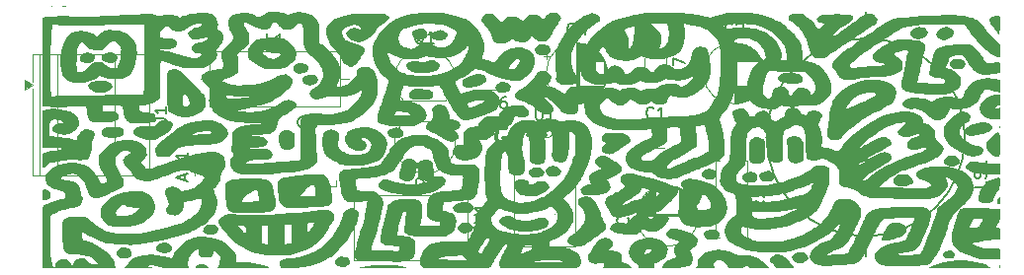
<source format=gbr>
%TF.GenerationSoftware,KiCad,Pcbnew,9.0.1*%
%TF.CreationDate,2025-08-10T20:13:13+01:00*%
%TF.ProjectId,fm-radio,666d2d72-6164-4696-9f2e-6b696361645f,rev?*%
%TF.SameCoordinates,Original*%
%TF.FileFunction,Legend,Top*%
%TF.FilePolarity,Positive*%
%FSLAX46Y46*%
G04 Gerber Fmt 4.6, Leading zero omitted, Abs format (unit mm)*
G04 Created by KiCad (PCBNEW 9.0.1) date 2025-08-10 20:13:13*
%MOMM*%
%LPD*%
G01*
G04 APERTURE LIST*
%ADD10C,0.300000*%
%ADD11C,0.150000*%
%ADD12C,0.000000*%
%ADD13C,0.120000*%
%ADD14C,0.127000*%
G04 APERTURE END LIST*
D10*
X99678572Y-65749757D02*
X99535715Y-65678328D01*
X99535715Y-65678328D02*
X99321429Y-65678328D01*
X99321429Y-65678328D02*
X99107143Y-65749757D01*
X99107143Y-65749757D02*
X98964286Y-65892614D01*
X98964286Y-65892614D02*
X98892857Y-66035471D01*
X98892857Y-66035471D02*
X98821429Y-66321185D01*
X98821429Y-66321185D02*
X98821429Y-66535471D01*
X98821429Y-66535471D02*
X98892857Y-66821185D01*
X98892857Y-66821185D02*
X98964286Y-66964042D01*
X98964286Y-66964042D02*
X99107143Y-67106900D01*
X99107143Y-67106900D02*
X99321429Y-67178328D01*
X99321429Y-67178328D02*
X99464286Y-67178328D01*
X99464286Y-67178328D02*
X99678572Y-67106900D01*
X99678572Y-67106900D02*
X99750000Y-67035471D01*
X99750000Y-67035471D02*
X99750000Y-66535471D01*
X99750000Y-66535471D02*
X99464286Y-66535471D01*
X100607143Y-65678328D02*
X100607143Y-66035471D01*
X100250000Y-65892614D02*
X100607143Y-66035471D01*
X100607143Y-66035471D02*
X100964286Y-65892614D01*
X100392857Y-66321185D02*
X100607143Y-66035471D01*
X100607143Y-66035471D02*
X100821429Y-66321185D01*
X101750000Y-65678328D02*
X101750000Y-66035471D01*
X101392857Y-65892614D02*
X101750000Y-66035471D01*
X101750000Y-66035471D02*
X102107143Y-65892614D01*
X101535714Y-66321185D02*
X101750000Y-66035471D01*
X101750000Y-66035471D02*
X101964286Y-66321185D01*
X102892857Y-65678328D02*
X102892857Y-66035471D01*
X102535714Y-65892614D02*
X102892857Y-66035471D01*
X102892857Y-66035471D02*
X103250000Y-65892614D01*
X102678571Y-66321185D02*
X102892857Y-66035471D01*
X102892857Y-66035471D02*
X103107143Y-66321185D01*
D11*
X97954819Y-74095238D02*
X97478628Y-74428571D01*
X97954819Y-74666666D02*
X96954819Y-74666666D01*
X96954819Y-74666666D02*
X96954819Y-74285714D01*
X96954819Y-74285714D02*
X97002438Y-74190476D01*
X97002438Y-74190476D02*
X97050057Y-74142857D01*
X97050057Y-74142857D02*
X97145295Y-74095238D01*
X97145295Y-74095238D02*
X97288152Y-74095238D01*
X97288152Y-74095238D02*
X97383390Y-74142857D01*
X97383390Y-74142857D02*
X97431009Y-74190476D01*
X97431009Y-74190476D02*
X97478628Y-74285714D01*
X97478628Y-74285714D02*
X97478628Y-74666666D01*
X96954819Y-73809523D02*
X97954819Y-73476190D01*
X97954819Y-73476190D02*
X96954819Y-73142857D01*
X97954819Y-72285714D02*
X97954819Y-72857142D01*
X97954819Y-72571428D02*
X96954819Y-72571428D01*
X96954819Y-72571428D02*
X97097676Y-72666666D01*
X97097676Y-72666666D02*
X97192914Y-72761904D01*
X97192914Y-72761904D02*
X97240533Y-72857142D01*
X82483333Y-65609580D02*
X82435714Y-65657200D01*
X82435714Y-65657200D02*
X82292857Y-65704819D01*
X82292857Y-65704819D02*
X82197619Y-65704819D01*
X82197619Y-65704819D02*
X82054762Y-65657200D01*
X82054762Y-65657200D02*
X81959524Y-65561961D01*
X81959524Y-65561961D02*
X81911905Y-65466723D01*
X81911905Y-65466723D02*
X81864286Y-65276247D01*
X81864286Y-65276247D02*
X81864286Y-65133390D01*
X81864286Y-65133390D02*
X81911905Y-64942914D01*
X81911905Y-64942914D02*
X81959524Y-64847676D01*
X81959524Y-64847676D02*
X82054762Y-64752438D01*
X82054762Y-64752438D02*
X82197619Y-64704819D01*
X82197619Y-64704819D02*
X82292857Y-64704819D01*
X82292857Y-64704819D02*
X82435714Y-64752438D01*
X82435714Y-64752438D02*
X82483333Y-64800057D01*
X82816667Y-64704819D02*
X83435714Y-64704819D01*
X83435714Y-64704819D02*
X83102381Y-65085771D01*
X83102381Y-65085771D02*
X83245238Y-65085771D01*
X83245238Y-65085771D02*
X83340476Y-65133390D01*
X83340476Y-65133390D02*
X83388095Y-65181009D01*
X83388095Y-65181009D02*
X83435714Y-65276247D01*
X83435714Y-65276247D02*
X83435714Y-65514342D01*
X83435714Y-65514342D02*
X83388095Y-65609580D01*
X83388095Y-65609580D02*
X83340476Y-65657200D01*
X83340476Y-65657200D02*
X83245238Y-65704819D01*
X83245238Y-65704819D02*
X82959524Y-65704819D01*
X82959524Y-65704819D02*
X82864286Y-65657200D01*
X82864286Y-65657200D02*
X82816667Y-65609580D01*
X140839819Y-70317857D02*
X140839819Y-70794047D01*
X140839819Y-70794047D02*
X139839819Y-70794047D01*
X140792200Y-70032142D02*
X140839819Y-69889285D01*
X140839819Y-69889285D02*
X140839819Y-69651190D01*
X140839819Y-69651190D02*
X140792200Y-69555952D01*
X140792200Y-69555952D02*
X140744580Y-69508333D01*
X140744580Y-69508333D02*
X140649342Y-69460714D01*
X140649342Y-69460714D02*
X140554104Y-69460714D01*
X140554104Y-69460714D02*
X140458866Y-69508333D01*
X140458866Y-69508333D02*
X140411247Y-69555952D01*
X140411247Y-69555952D02*
X140363628Y-69651190D01*
X140363628Y-69651190D02*
X140316009Y-69841666D01*
X140316009Y-69841666D02*
X140268390Y-69936904D01*
X140268390Y-69936904D02*
X140220771Y-69984523D01*
X140220771Y-69984523D02*
X140125533Y-70032142D01*
X140125533Y-70032142D02*
X140030295Y-70032142D01*
X140030295Y-70032142D02*
X139935057Y-69984523D01*
X139935057Y-69984523D02*
X139887438Y-69936904D01*
X139887438Y-69936904D02*
X139839819Y-69841666D01*
X139839819Y-69841666D02*
X139839819Y-69603571D01*
X139839819Y-69603571D02*
X139887438Y-69460714D01*
X140839819Y-68508333D02*
X140839819Y-69079761D01*
X140839819Y-68794047D02*
X139839819Y-68794047D01*
X139839819Y-68794047D02*
X139982676Y-68889285D01*
X139982676Y-68889285D02*
X140077914Y-68984523D01*
X140077914Y-68984523D02*
X140125533Y-69079761D01*
X102243095Y-64004819D02*
X102243095Y-64814342D01*
X102243095Y-64814342D02*
X102290714Y-64909580D01*
X102290714Y-64909580D02*
X102338333Y-64957200D01*
X102338333Y-64957200D02*
X102433571Y-65004819D01*
X102433571Y-65004819D02*
X102624047Y-65004819D01*
X102624047Y-65004819D02*
X102719285Y-64957200D01*
X102719285Y-64957200D02*
X102766904Y-64909580D01*
X102766904Y-64909580D02*
X102814523Y-64814342D01*
X102814523Y-64814342D02*
X102814523Y-64004819D01*
X103814523Y-65004819D02*
X103243095Y-65004819D01*
X103528809Y-65004819D02*
X103528809Y-64004819D01*
X103528809Y-64004819D02*
X103433571Y-64147676D01*
X103433571Y-64147676D02*
X103338333Y-64242914D01*
X103338333Y-64242914D02*
X103243095Y-64290533D01*
X79713333Y-58584819D02*
X79237143Y-58584819D01*
X79237143Y-58584819D02*
X79237143Y-57584819D01*
X80570476Y-58584819D02*
X79999048Y-58584819D01*
X80284762Y-58584819D02*
X80284762Y-57584819D01*
X80284762Y-57584819D02*
X80189524Y-57727676D01*
X80189524Y-57727676D02*
X80094286Y-57822914D01*
X80094286Y-57822914D02*
X79999048Y-57870533D01*
X69602319Y-64873333D02*
X70316604Y-64873333D01*
X70316604Y-64873333D02*
X70459461Y-64920952D01*
X70459461Y-64920952D02*
X70554700Y-65016190D01*
X70554700Y-65016190D02*
X70602319Y-65159047D01*
X70602319Y-65159047D02*
X70602319Y-65254285D01*
X70602319Y-63873333D02*
X70602319Y-64444761D01*
X70602319Y-64159047D02*
X69602319Y-64159047D01*
X69602319Y-64159047D02*
X69745176Y-64254285D01*
X69745176Y-64254285D02*
X69840414Y-64349523D01*
X69840414Y-64349523D02*
X69888033Y-64444761D01*
X121824819Y-71976666D02*
X121348628Y-72309999D01*
X121824819Y-72548094D02*
X120824819Y-72548094D01*
X120824819Y-72548094D02*
X120824819Y-72167142D01*
X120824819Y-72167142D02*
X120872438Y-72071904D01*
X120872438Y-72071904D02*
X120920057Y-72024285D01*
X120920057Y-72024285D02*
X121015295Y-71976666D01*
X121015295Y-71976666D02*
X121158152Y-71976666D01*
X121158152Y-71976666D02*
X121253390Y-72024285D01*
X121253390Y-72024285D02*
X121301009Y-72071904D01*
X121301009Y-72071904D02*
X121348628Y-72167142D01*
X121348628Y-72167142D02*
X121348628Y-72548094D01*
X120920057Y-71595713D02*
X120872438Y-71548094D01*
X120872438Y-71548094D02*
X120824819Y-71452856D01*
X120824819Y-71452856D02*
X120824819Y-71214761D01*
X120824819Y-71214761D02*
X120872438Y-71119523D01*
X120872438Y-71119523D02*
X120920057Y-71071904D01*
X120920057Y-71071904D02*
X121015295Y-71024285D01*
X121015295Y-71024285D02*
X121110533Y-71024285D01*
X121110533Y-71024285D02*
X121253390Y-71071904D01*
X121253390Y-71071904D02*
X121824819Y-71643332D01*
X121824819Y-71643332D02*
X121824819Y-71024285D01*
X92674761Y-71110057D02*
X92579523Y-71062438D01*
X92579523Y-71062438D02*
X92484285Y-70967200D01*
X92484285Y-70967200D02*
X92341428Y-70824342D01*
X92341428Y-70824342D02*
X92246190Y-70776723D01*
X92246190Y-70776723D02*
X92150952Y-70776723D01*
X92198571Y-71014819D02*
X92103333Y-70967200D01*
X92103333Y-70967200D02*
X92008095Y-70871961D01*
X92008095Y-70871961D02*
X91960476Y-70681485D01*
X91960476Y-70681485D02*
X91960476Y-70348152D01*
X91960476Y-70348152D02*
X92008095Y-70157676D01*
X92008095Y-70157676D02*
X92103333Y-70062438D01*
X92103333Y-70062438D02*
X92198571Y-70014819D01*
X92198571Y-70014819D02*
X92389047Y-70014819D01*
X92389047Y-70014819D02*
X92484285Y-70062438D01*
X92484285Y-70062438D02*
X92579523Y-70157676D01*
X92579523Y-70157676D02*
X92627142Y-70348152D01*
X92627142Y-70348152D02*
X92627142Y-70681485D01*
X92627142Y-70681485D02*
X92579523Y-70871961D01*
X92579523Y-70871961D02*
X92484285Y-70967200D01*
X92484285Y-70967200D02*
X92389047Y-71014819D01*
X92389047Y-71014819D02*
X92198571Y-71014819D01*
X93008095Y-70110057D02*
X93055714Y-70062438D01*
X93055714Y-70062438D02*
X93150952Y-70014819D01*
X93150952Y-70014819D02*
X93389047Y-70014819D01*
X93389047Y-70014819D02*
X93484285Y-70062438D01*
X93484285Y-70062438D02*
X93531904Y-70110057D01*
X93531904Y-70110057D02*
X93579523Y-70205295D01*
X93579523Y-70205295D02*
X93579523Y-70300533D01*
X93579523Y-70300533D02*
X93531904Y-70443390D01*
X93531904Y-70443390D02*
X92960476Y-71014819D01*
X92960476Y-71014819D02*
X93579523Y-71014819D01*
X92634761Y-58490057D02*
X92539523Y-58442438D01*
X92539523Y-58442438D02*
X92444285Y-58347200D01*
X92444285Y-58347200D02*
X92301428Y-58204342D01*
X92301428Y-58204342D02*
X92206190Y-58156723D01*
X92206190Y-58156723D02*
X92110952Y-58156723D01*
X92158571Y-58394819D02*
X92063333Y-58347200D01*
X92063333Y-58347200D02*
X91968095Y-58251961D01*
X91968095Y-58251961D02*
X91920476Y-58061485D01*
X91920476Y-58061485D02*
X91920476Y-57728152D01*
X91920476Y-57728152D02*
X91968095Y-57537676D01*
X91968095Y-57537676D02*
X92063333Y-57442438D01*
X92063333Y-57442438D02*
X92158571Y-57394819D01*
X92158571Y-57394819D02*
X92349047Y-57394819D01*
X92349047Y-57394819D02*
X92444285Y-57442438D01*
X92444285Y-57442438D02*
X92539523Y-57537676D01*
X92539523Y-57537676D02*
X92587142Y-57728152D01*
X92587142Y-57728152D02*
X92587142Y-58061485D01*
X92587142Y-58061485D02*
X92539523Y-58251961D01*
X92539523Y-58251961D02*
X92444285Y-58347200D01*
X92444285Y-58347200D02*
X92349047Y-58394819D01*
X92349047Y-58394819D02*
X92158571Y-58394819D01*
X93539523Y-58394819D02*
X92968095Y-58394819D01*
X93253809Y-58394819D02*
X93253809Y-57394819D01*
X93253809Y-57394819D02*
X93158571Y-57537676D01*
X93158571Y-57537676D02*
X93063333Y-57632914D01*
X93063333Y-57632914D02*
X92968095Y-57680533D01*
X114909580Y-60666666D02*
X114957200Y-60714285D01*
X114957200Y-60714285D02*
X115004819Y-60857142D01*
X115004819Y-60857142D02*
X115004819Y-60952380D01*
X115004819Y-60952380D02*
X114957200Y-61095237D01*
X114957200Y-61095237D02*
X114861961Y-61190475D01*
X114861961Y-61190475D02*
X114766723Y-61238094D01*
X114766723Y-61238094D02*
X114576247Y-61285713D01*
X114576247Y-61285713D02*
X114433390Y-61285713D01*
X114433390Y-61285713D02*
X114242914Y-61238094D01*
X114242914Y-61238094D02*
X114147676Y-61190475D01*
X114147676Y-61190475D02*
X114052438Y-61095237D01*
X114052438Y-61095237D02*
X114004819Y-60952380D01*
X114004819Y-60952380D02*
X114004819Y-60857142D01*
X114004819Y-60857142D02*
X114052438Y-60714285D01*
X114052438Y-60714285D02*
X114100057Y-60666666D01*
X114004819Y-60333332D02*
X114004819Y-59666666D01*
X114004819Y-59666666D02*
X115004819Y-60095237D01*
X98833333Y-63909580D02*
X98785714Y-63957200D01*
X98785714Y-63957200D02*
X98642857Y-64004819D01*
X98642857Y-64004819D02*
X98547619Y-64004819D01*
X98547619Y-64004819D02*
X98404762Y-63957200D01*
X98404762Y-63957200D02*
X98309524Y-63861961D01*
X98309524Y-63861961D02*
X98261905Y-63766723D01*
X98261905Y-63766723D02*
X98214286Y-63576247D01*
X98214286Y-63576247D02*
X98214286Y-63433390D01*
X98214286Y-63433390D02*
X98261905Y-63242914D01*
X98261905Y-63242914D02*
X98309524Y-63147676D01*
X98309524Y-63147676D02*
X98404762Y-63052438D01*
X98404762Y-63052438D02*
X98547619Y-63004819D01*
X98547619Y-63004819D02*
X98642857Y-63004819D01*
X98642857Y-63004819D02*
X98785714Y-63052438D01*
X98785714Y-63052438D02*
X98833333Y-63100057D01*
X99690476Y-63004819D02*
X99500000Y-63004819D01*
X99500000Y-63004819D02*
X99404762Y-63052438D01*
X99404762Y-63052438D02*
X99357143Y-63100057D01*
X99357143Y-63100057D02*
X99261905Y-63242914D01*
X99261905Y-63242914D02*
X99214286Y-63433390D01*
X99214286Y-63433390D02*
X99214286Y-63814342D01*
X99214286Y-63814342D02*
X99261905Y-63909580D01*
X99261905Y-63909580D02*
X99309524Y-63957200D01*
X99309524Y-63957200D02*
X99404762Y-64004819D01*
X99404762Y-64004819D02*
X99595238Y-64004819D01*
X99595238Y-64004819D02*
X99690476Y-63957200D01*
X99690476Y-63957200D02*
X99738095Y-63909580D01*
X99738095Y-63909580D02*
X99785714Y-63814342D01*
X99785714Y-63814342D02*
X99785714Y-63576247D01*
X99785714Y-63576247D02*
X99738095Y-63481009D01*
X99738095Y-63481009D02*
X99690476Y-63433390D01*
X99690476Y-63433390D02*
X99595238Y-63385771D01*
X99595238Y-63385771D02*
X99404762Y-63385771D01*
X99404762Y-63385771D02*
X99309524Y-63433390D01*
X99309524Y-63433390D02*
X99261905Y-63481009D01*
X99261905Y-63481009D02*
X99214286Y-63576247D01*
X110109580Y-73416666D02*
X110157200Y-73464285D01*
X110157200Y-73464285D02*
X110204819Y-73607142D01*
X110204819Y-73607142D02*
X110204819Y-73702380D01*
X110204819Y-73702380D02*
X110157200Y-73845237D01*
X110157200Y-73845237D02*
X110061961Y-73940475D01*
X110061961Y-73940475D02*
X109966723Y-73988094D01*
X109966723Y-73988094D02*
X109776247Y-74035713D01*
X109776247Y-74035713D02*
X109633390Y-74035713D01*
X109633390Y-74035713D02*
X109442914Y-73988094D01*
X109442914Y-73988094D02*
X109347676Y-73940475D01*
X109347676Y-73940475D02*
X109252438Y-73845237D01*
X109252438Y-73845237D02*
X109204819Y-73702380D01*
X109204819Y-73702380D02*
X109204819Y-73607142D01*
X109204819Y-73607142D02*
X109252438Y-73464285D01*
X109252438Y-73464285D02*
X109300057Y-73416666D01*
X109204819Y-72511904D02*
X109204819Y-72988094D01*
X109204819Y-72988094D02*
X109681009Y-73035713D01*
X109681009Y-73035713D02*
X109633390Y-72988094D01*
X109633390Y-72988094D02*
X109585771Y-72892856D01*
X109585771Y-72892856D02*
X109585771Y-72654761D01*
X109585771Y-72654761D02*
X109633390Y-72559523D01*
X109633390Y-72559523D02*
X109681009Y-72511904D01*
X109681009Y-72511904D02*
X109776247Y-72464285D01*
X109776247Y-72464285D02*
X110014342Y-72464285D01*
X110014342Y-72464285D02*
X110109580Y-72511904D01*
X110109580Y-72511904D02*
X110157200Y-72559523D01*
X110157200Y-72559523D02*
X110204819Y-72654761D01*
X110204819Y-72654761D02*
X110204819Y-72892856D01*
X110204819Y-72892856D02*
X110157200Y-72988094D01*
X110157200Y-72988094D02*
X110109580Y-73035713D01*
X105583333Y-57609580D02*
X105535714Y-57657200D01*
X105535714Y-57657200D02*
X105392857Y-57704819D01*
X105392857Y-57704819D02*
X105297619Y-57704819D01*
X105297619Y-57704819D02*
X105154762Y-57657200D01*
X105154762Y-57657200D02*
X105059524Y-57561961D01*
X105059524Y-57561961D02*
X105011905Y-57466723D01*
X105011905Y-57466723D02*
X104964286Y-57276247D01*
X104964286Y-57276247D02*
X104964286Y-57133390D01*
X104964286Y-57133390D02*
X105011905Y-56942914D01*
X105011905Y-56942914D02*
X105059524Y-56847676D01*
X105059524Y-56847676D02*
X105154762Y-56752438D01*
X105154762Y-56752438D02*
X105297619Y-56704819D01*
X105297619Y-56704819D02*
X105392857Y-56704819D01*
X105392857Y-56704819D02*
X105535714Y-56752438D01*
X105535714Y-56752438D02*
X105583333Y-56800057D01*
X106440476Y-57038152D02*
X106440476Y-57704819D01*
X106202381Y-56657200D02*
X105964286Y-57371485D01*
X105964286Y-57371485D02*
X106583333Y-57371485D01*
X119083333Y-57609580D02*
X119035714Y-57657200D01*
X119035714Y-57657200D02*
X118892857Y-57704819D01*
X118892857Y-57704819D02*
X118797619Y-57704819D01*
X118797619Y-57704819D02*
X118654762Y-57657200D01*
X118654762Y-57657200D02*
X118559524Y-57561961D01*
X118559524Y-57561961D02*
X118511905Y-57466723D01*
X118511905Y-57466723D02*
X118464286Y-57276247D01*
X118464286Y-57276247D02*
X118464286Y-57133390D01*
X118464286Y-57133390D02*
X118511905Y-56942914D01*
X118511905Y-56942914D02*
X118559524Y-56847676D01*
X118559524Y-56847676D02*
X118654762Y-56752438D01*
X118654762Y-56752438D02*
X118797619Y-56704819D01*
X118797619Y-56704819D02*
X118892857Y-56704819D01*
X118892857Y-56704819D02*
X119035714Y-56752438D01*
X119035714Y-56752438D02*
X119083333Y-56800057D01*
X119464286Y-56800057D02*
X119511905Y-56752438D01*
X119511905Y-56752438D02*
X119607143Y-56704819D01*
X119607143Y-56704819D02*
X119845238Y-56704819D01*
X119845238Y-56704819D02*
X119940476Y-56752438D01*
X119940476Y-56752438D02*
X119988095Y-56800057D01*
X119988095Y-56800057D02*
X120035714Y-56895295D01*
X120035714Y-56895295D02*
X120035714Y-56990533D01*
X120035714Y-56990533D02*
X119988095Y-57133390D01*
X119988095Y-57133390D02*
X119416667Y-57704819D01*
X119416667Y-57704819D02*
X120035714Y-57704819D01*
X112333333Y-64809580D02*
X112285714Y-64857200D01*
X112285714Y-64857200D02*
X112142857Y-64904819D01*
X112142857Y-64904819D02*
X112047619Y-64904819D01*
X112047619Y-64904819D02*
X111904762Y-64857200D01*
X111904762Y-64857200D02*
X111809524Y-64761961D01*
X111809524Y-64761961D02*
X111761905Y-64666723D01*
X111761905Y-64666723D02*
X111714286Y-64476247D01*
X111714286Y-64476247D02*
X111714286Y-64333390D01*
X111714286Y-64333390D02*
X111761905Y-64142914D01*
X111761905Y-64142914D02*
X111809524Y-64047676D01*
X111809524Y-64047676D02*
X111904762Y-63952438D01*
X111904762Y-63952438D02*
X112047619Y-63904819D01*
X112047619Y-63904819D02*
X112142857Y-63904819D01*
X112142857Y-63904819D02*
X112285714Y-63952438D01*
X112285714Y-63952438D02*
X112333333Y-64000057D01*
X113285714Y-64904819D02*
X112714286Y-64904819D01*
X113000000Y-64904819D02*
X113000000Y-63904819D01*
X113000000Y-63904819D02*
X112904762Y-64047676D01*
X112904762Y-64047676D02*
X112809524Y-64142914D01*
X112809524Y-64142914D02*
X112714286Y-64190533D01*
X72169104Y-70166666D02*
X72169104Y-69690476D01*
X72454819Y-70261904D02*
X71454819Y-69928571D01*
X71454819Y-69928571D02*
X72454819Y-69595238D01*
X71931009Y-69261904D02*
X71931009Y-68928571D01*
X72454819Y-68785714D02*
X72454819Y-69261904D01*
X72454819Y-69261904D02*
X71454819Y-69261904D01*
X71454819Y-69261904D02*
X71454819Y-68785714D01*
X72454819Y-67833333D02*
X72454819Y-68404761D01*
X72454819Y-68119047D02*
X71454819Y-68119047D01*
X71454819Y-68119047D02*
X71597676Y-68214285D01*
X71597676Y-68214285D02*
X71692914Y-68309523D01*
X71692914Y-68309523D02*
X71740533Y-68404761D01*
D12*
%TO.C,G\u002A\u002A\u002A*%
G36*
X68022546Y-66822983D02*
G01*
X68397297Y-66977605D01*
X68673980Y-67208157D01*
X68848478Y-67512411D01*
X68909551Y-67785119D01*
X68922704Y-67970078D01*
X68901790Y-68099132D01*
X68828998Y-68216591D01*
X68686517Y-68366762D01*
X68668657Y-68384392D01*
X68521997Y-68535809D01*
X68455196Y-68630898D01*
X68456701Y-68693749D01*
X68499532Y-68737169D01*
X68610780Y-68839504D01*
X68726291Y-68969444D01*
X68814309Y-69080084D01*
X68890320Y-69154524D01*
X68978118Y-69191584D01*
X69101499Y-69190085D01*
X69284257Y-69148846D01*
X69550188Y-69066686D01*
X69923087Y-68942427D01*
X70036320Y-68904476D01*
X71186601Y-68531560D01*
X72303636Y-68195709D01*
X73173731Y-67951796D01*
X73774515Y-67812291D01*
X74283997Y-67747991D01*
X74712072Y-67759038D01*
X75068639Y-67845574D01*
X75328613Y-67982534D01*
X75448700Y-68085407D01*
X75531025Y-68213821D01*
X75592323Y-68398327D01*
X75618206Y-68511100D01*
X75656271Y-68715620D01*
X75661624Y-68863185D01*
X75627505Y-68996145D01*
X75547159Y-69156850D01*
X75502759Y-69234592D01*
X75391147Y-69466786D01*
X75302405Y-69722026D01*
X75262964Y-69901786D01*
X75194083Y-70158577D01*
X75064617Y-70430829D01*
X74896666Y-70679801D01*
X74712494Y-70866631D01*
X74667907Y-70916450D01*
X74655368Y-70987471D01*
X74678237Y-71099990D01*
X74739874Y-71274303D01*
X74808227Y-71444786D01*
X74942859Y-71852848D01*
X74982558Y-72214716D01*
X74924967Y-72564026D01*
X74767728Y-72934413D01*
X74694665Y-73065131D01*
X74567844Y-73252501D01*
X74401470Y-73458207D01*
X74215051Y-73662567D01*
X74028096Y-73845897D01*
X73860116Y-73988514D01*
X73730620Y-74070736D01*
X73685698Y-74083072D01*
X73603008Y-74116181D01*
X73453088Y-74199145D01*
X73344504Y-74265848D01*
X73095252Y-74419412D01*
X72860578Y-74549247D01*
X72617555Y-74663636D01*
X72343255Y-74770864D01*
X72014752Y-74879216D01*
X71609116Y-74996976D01*
X71103421Y-75132428D01*
X70557910Y-75272719D01*
X70166819Y-75362581D01*
X69702035Y-75454271D01*
X69199137Y-75542281D01*
X68693702Y-75621101D01*
X68221308Y-75685221D01*
X67817531Y-75729133D01*
X67517951Y-75747326D01*
X67491780Y-75747520D01*
X67159007Y-75738073D01*
X66746525Y-75712881D01*
X66300343Y-75676174D01*
X65866470Y-75632182D01*
X65490914Y-75585133D01*
X65219685Y-75539257D01*
X65214942Y-75538228D01*
X65034562Y-75478623D01*
X64775759Y-75368027D01*
X64471949Y-75223521D01*
X64156548Y-75062180D01*
X63862975Y-74901084D01*
X63624645Y-74757311D01*
X63477666Y-74650382D01*
X63325244Y-74513095D01*
X63369333Y-74891071D01*
X63406498Y-75125918D01*
X63460015Y-75276671D01*
X63541752Y-75359984D01*
X63663578Y-75392514D01*
X63728469Y-75395040D01*
X63959370Y-75436344D01*
X64261358Y-75556461D01*
X64622877Y-75749693D01*
X65032367Y-76010343D01*
X65168169Y-76104599D01*
X65571376Y-76411850D01*
X65859625Y-76688209D01*
X66048573Y-76953990D01*
X66153880Y-77229505D01*
X66184901Y-77423512D01*
X66215321Y-77763690D01*
X63098108Y-77763690D01*
X59980896Y-77763690D01*
X59980896Y-75831307D01*
X60672477Y-75831307D01*
X60676944Y-76167779D01*
X60687098Y-76441197D01*
X60703491Y-76664129D01*
X60726675Y-76849142D01*
X60757205Y-77008805D01*
X60773169Y-77074505D01*
X60825005Y-77279362D01*
X60865171Y-77446244D01*
X60887817Y-77550448D01*
X60890746Y-77570984D01*
X60952347Y-77607852D01*
X61004478Y-77612500D01*
X61084830Y-77578016D01*
X61116766Y-77464707D01*
X61118209Y-77417785D01*
X61178172Y-77219273D01*
X61335673Y-77074272D01*
X61557129Y-76987903D01*
X61808960Y-76965291D01*
X62057583Y-77011557D01*
X62269416Y-77131825D01*
X62356387Y-77228907D01*
X62442585Y-77359562D01*
X62501666Y-77458987D01*
X62502855Y-77461310D01*
X62540936Y-77511691D01*
X62579718Y-77464734D01*
X62581556Y-77461310D01*
X62628149Y-77355597D01*
X62667122Y-77248518D01*
X62788632Y-77073487D01*
X62993241Y-76960933D01*
X63244650Y-76911195D01*
X63506562Y-76924614D01*
X63742679Y-77001526D01*
X63916702Y-77142273D01*
X63968960Y-77236357D01*
X64083597Y-77351402D01*
X64310434Y-77405105D01*
X64557945Y-77402249D01*
X64755705Y-77385714D01*
X64464318Y-77080212D01*
X64300172Y-76916602D01*
X64160505Y-76813608D01*
X63994105Y-76744506D01*
X63749760Y-76682574D01*
X63667560Y-76664439D01*
X63343852Y-76606198D01*
X63013122Y-76566234D01*
X62788244Y-76554167D01*
X62388029Y-76527638D01*
X62096552Y-76443985D01*
X61903532Y-76309355D01*
X61835568Y-76187490D01*
X61776559Y-75974234D01*
X61727708Y-75678862D01*
X61690218Y-75310644D01*
X61665293Y-74878853D01*
X61654136Y-74392761D01*
X61654094Y-74387103D01*
X61655323Y-74112398D01*
X61666218Y-73917301D01*
X61690590Y-73780701D01*
X61732251Y-73681488D01*
X61795013Y-73598550D01*
X61796823Y-73596570D01*
X61935817Y-73474001D01*
X62079196Y-73388376D01*
X62093038Y-73383024D01*
X62268907Y-73346307D01*
X62540522Y-73317339D01*
X62861191Y-73297911D01*
X63184222Y-73289809D01*
X63462924Y-73294825D01*
X63650607Y-73314746D01*
X63677927Y-73322298D01*
X63793512Y-73388879D01*
X63961530Y-73516508D01*
X64151874Y-73681678D01*
X64219019Y-73744796D01*
X64639018Y-74104449D01*
X65066316Y-74374635D01*
X65524960Y-74566061D01*
X66038994Y-74689438D01*
X66458741Y-74742308D01*
X67033921Y-74777258D01*
X67596737Y-74775675D01*
X68173206Y-74734478D01*
X68789342Y-74650586D01*
X69471163Y-74520920D01*
X70244683Y-74342397D01*
X70607080Y-74251102D01*
X71069943Y-74129150D01*
X71427255Y-74024900D01*
X71716920Y-73923376D01*
X71976837Y-73809602D01*
X72244909Y-73668601D01*
X72559037Y-73485398D01*
X72586386Y-73469014D01*
X73042724Y-73152930D01*
X73358763Y-72831578D01*
X73545338Y-72491453D01*
X73608833Y-72194841D01*
X73614728Y-71974754D01*
X73578672Y-71842920D01*
X73489979Y-71788965D01*
X73337960Y-71802515D01*
X73234512Y-71831472D01*
X73012382Y-71893126D01*
X72725225Y-71962192D01*
X72554415Y-71999090D01*
X72130958Y-72085761D01*
X72092841Y-72392285D01*
X72006598Y-72722944D01*
X71840914Y-72968696D01*
X71596241Y-73128935D01*
X71522885Y-73155531D01*
X71325374Y-73206003D01*
X71159727Y-73204934D01*
X70986833Y-73167941D01*
X70778774Y-73089945D01*
X70627699Y-72989486D01*
X70614071Y-72974106D01*
X70554929Y-72806210D01*
X70586347Y-72605016D01*
X70700396Y-72413864D01*
X70720472Y-72392424D01*
X70789898Y-72240833D01*
X70778978Y-72020692D01*
X70690210Y-71747876D01*
X70586267Y-71539683D01*
X70475109Y-71297378D01*
X70455943Y-71112387D01*
X70529141Y-70961705D01*
X70596745Y-70895190D01*
X70831464Y-70766647D01*
X71105001Y-70723619D01*
X71382764Y-70763428D01*
X71630155Y-70883395D01*
X71741892Y-70983865D01*
X71855530Y-71094677D01*
X71947974Y-71129120D01*
X72040235Y-71109952D01*
X72181248Y-71072561D01*
X72241854Y-71068370D01*
X72407306Y-71050815D01*
X72640425Y-70971650D01*
X72907588Y-70844276D01*
X73121390Y-70717867D01*
X73337649Y-70557503D01*
X73543773Y-70370456D01*
X73714986Y-70183223D01*
X73826509Y-70022306D01*
X73856119Y-69932110D01*
X73792600Y-69880309D01*
X73626358Y-69805105D01*
X73401936Y-69725633D01*
X73098670Y-69615085D01*
X72796216Y-69482396D01*
X72626588Y-69393812D01*
X72305424Y-69206280D01*
X71886592Y-69344856D01*
X71231667Y-69562018D01*
X70699993Y-69739477D01*
X70278547Y-69881747D01*
X69954309Y-69993342D01*
X69714256Y-70078774D01*
X69545366Y-70142558D01*
X69434619Y-70189205D01*
X69395709Y-70208175D01*
X69148540Y-70289181D01*
X68853113Y-70291223D01*
X68487301Y-70214250D01*
X68458805Y-70205996D01*
X68155526Y-70096672D01*
X67952613Y-69964494D01*
X67799554Y-69776519D01*
X67799090Y-69775794D01*
X67715238Y-69665963D01*
X67572879Y-69500533D01*
X67396964Y-69308059D01*
X67315298Y-69222097D01*
X67114259Y-69001841D01*
X66988932Y-68830732D01*
X66920657Y-68679019D01*
X66894535Y-68551307D01*
X66881344Y-68403742D01*
X66902783Y-68304019D01*
X66981863Y-68217510D01*
X67141598Y-68109585D01*
X67220772Y-68060371D01*
X67444310Y-67904098D01*
X67534088Y-67792297D01*
X67489704Y-67721460D01*
X67310752Y-67688077D01*
X67177531Y-67684325D01*
X66963125Y-67697116D01*
X66797106Y-67749583D01*
X66614898Y-67862868D01*
X66600298Y-67873313D01*
X66339373Y-68088356D01*
X66185548Y-68293449D01*
X66135922Y-68508965D01*
X66187595Y-68755278D01*
X66337667Y-69052762D01*
X66414895Y-69175804D01*
X66621438Y-69517926D01*
X66786383Y-69841533D01*
X66900264Y-70125293D01*
X66953615Y-70347871D01*
X66956418Y-70396240D01*
X66890621Y-70622117D01*
X66688826Y-70838708D01*
X66344429Y-71052335D01*
X66196087Y-71124307D01*
X65921262Y-71255259D01*
X65646060Y-71393229D01*
X65485986Y-71477971D01*
X65108554Y-71645312D01*
X64756734Y-71719734D01*
X64439084Y-71699578D01*
X64397775Y-71689099D01*
X64218436Y-71622652D01*
X64079909Y-71525581D01*
X63967514Y-71379720D01*
X63866570Y-71166898D01*
X63780609Y-70925298D01*
X63602436Y-70482293D01*
X63389340Y-70130882D01*
X63143846Y-69872388D01*
X62868477Y-69708133D01*
X62565759Y-69639441D01*
X62238216Y-69667634D01*
X61888372Y-69794034D01*
X61756207Y-69864555D01*
X61603057Y-69980254D01*
X61588847Y-70072897D01*
X61716717Y-70144970D01*
X61989807Y-70198956D01*
X62208498Y-70222315D01*
X62626005Y-70290088D01*
X62928448Y-70415403D01*
X63124863Y-70605730D01*
X63224288Y-70868539D01*
X63241194Y-71076078D01*
X63258906Y-71251832D01*
X63303104Y-71409051D01*
X63320302Y-71444636D01*
X63420325Y-71741365D01*
X63389895Y-72033442D01*
X63302170Y-72204574D01*
X63205848Y-72322055D01*
X63090543Y-72403251D01*
X62913482Y-72470124D01*
X62647202Y-72540861D01*
X62367926Y-72608507D01*
X62124621Y-72665133D01*
X61972139Y-72698034D01*
X61746915Y-72759064D01*
X61458316Y-72861225D01*
X61162076Y-72983267D01*
X60928657Y-73095929D01*
X60701194Y-73218312D01*
X60678393Y-74918927D01*
X60673144Y-75419212D01*
X60672477Y-75831307D01*
X59980896Y-75831307D01*
X59980896Y-75069233D01*
X59981063Y-74479440D01*
X59981850Y-73982335D01*
X59983689Y-73569813D01*
X59987008Y-73233768D01*
X59992239Y-72966095D01*
X59999811Y-72758689D01*
X60010154Y-72603444D01*
X60023699Y-72492255D01*
X60040875Y-72417016D01*
X60062112Y-72369623D01*
X60087841Y-72341969D01*
X60118492Y-72325949D01*
X60126625Y-72322936D01*
X60296484Y-72249526D01*
X60373043Y-72207372D01*
X60507423Y-72143917D01*
X60730903Y-72058825D01*
X61002360Y-71965478D01*
X61280671Y-71877255D01*
X61524714Y-71807538D01*
X61693366Y-71769706D01*
X61728090Y-71766468D01*
X61892001Y-71726453D01*
X61963582Y-71606913D01*
X61961224Y-71492650D01*
X61894473Y-71271980D01*
X61779208Y-71144855D01*
X61646059Y-71111310D01*
X61402073Y-71077557D01*
X61106068Y-70989563D01*
X60808759Y-70867221D01*
X60560863Y-70730428D01*
X60448665Y-70641601D01*
X60286884Y-70400073D01*
X60215461Y-70113265D01*
X60239323Y-69819173D01*
X60317045Y-69626368D01*
X60486116Y-69429394D01*
X60756847Y-69221269D01*
X61089711Y-69027614D01*
X61445179Y-68874050D01*
X61512918Y-68851230D01*
X61890828Y-68765294D01*
X62338077Y-68715672D01*
X62786999Y-68706854D01*
X63161609Y-68741813D01*
X63509159Y-68848969D01*
X63863266Y-69037510D01*
X64203098Y-69289684D01*
X64507822Y-69587739D01*
X64756606Y-69913925D01*
X64926941Y-70246069D01*
X64982374Y-70386754D01*
X65022471Y-70479717D01*
X65032770Y-70498386D01*
X65097009Y-70482685D01*
X65236873Y-70422569D01*
X65284886Y-70399491D01*
X65392859Y-70340076D01*
X65458251Y-70277394D01*
X65478112Y-70195675D01*
X65449495Y-70079145D01*
X65369452Y-69912033D01*
X65235033Y-69678566D01*
X65112189Y-69475701D01*
X64967860Y-69229747D01*
X64876116Y-69041165D01*
X64825311Y-68876023D01*
X64803796Y-68700389D01*
X64800015Y-68566270D01*
X64830539Y-68208935D01*
X64940417Y-67904647D01*
X65147632Y-67620554D01*
X65470167Y-67323804D01*
X65488071Y-67309311D01*
X65817961Y-67071969D01*
X66139336Y-66911754D01*
X66497991Y-66811683D01*
X66939724Y-66754778D01*
X66995316Y-66750427D01*
X67553846Y-66746515D01*
X68022546Y-66822983D01*
G37*
G36*
X74305275Y-75095696D02*
G01*
X74766291Y-75184331D01*
X74769374Y-75185126D01*
X75278206Y-75364987D01*
X75732538Y-75618491D01*
X76112501Y-75926923D01*
X76398225Y-76271566D01*
X76569840Y-76633704D01*
X76611663Y-76920466D01*
X76607506Y-77261567D01*
X76843007Y-77232249D01*
X77197459Y-77218100D01*
X77636429Y-77245156D01*
X78110614Y-77307214D01*
X78570714Y-77398067D01*
X78911858Y-77492627D01*
X79175506Y-77582716D01*
X79383082Y-77660193D01*
X79499277Y-77711664D01*
X79510847Y-77719823D01*
X79448594Y-77730925D01*
X79251722Y-77740935D01*
X78937246Y-77749524D01*
X78522183Y-77756365D01*
X78023552Y-77761130D01*
X77458369Y-77763491D01*
X77231956Y-77763690D01*
X76578935Y-77763502D01*
X76062291Y-77762497D01*
X75666763Y-77760015D01*
X75377087Y-77755398D01*
X75178000Y-77747986D01*
X75054238Y-77737119D01*
X74990539Y-77722138D01*
X74971638Y-77702384D01*
X74982274Y-77677196D01*
X74990264Y-77666832D01*
X75048208Y-77567749D01*
X75120329Y-77407672D01*
X75180036Y-77251474D01*
X75243184Y-76970899D01*
X75204924Y-76739783D01*
X75055908Y-76527489D01*
X74922305Y-76406798D01*
X74713206Y-76236507D01*
X74664917Y-76437232D01*
X74557520Y-76646167D01*
X74355168Y-76776626D01*
X74058612Y-76828163D01*
X74005979Y-76829058D01*
X73688165Y-76792604D01*
X73470832Y-76682033D01*
X73351624Y-76495537D01*
X73325195Y-76305997D01*
X73325017Y-76025000D01*
X73093236Y-76201389D01*
X72850493Y-76417326D01*
X72646704Y-76655923D01*
X72516896Y-76875365D01*
X72506901Y-76901379D01*
X72485363Y-77017595D01*
X72473445Y-77195935D01*
X72473720Y-77397841D01*
X72473737Y-77398313D01*
X72486956Y-77763690D01*
X71437207Y-77763690D01*
X71013091Y-77762590D01*
X70708238Y-77757251D01*
X70490276Y-77744618D01*
X70326836Y-77721636D01*
X70185549Y-77685247D01*
X70034044Y-77632397D01*
X70029813Y-77630826D01*
X69738671Y-77547820D01*
X69440098Y-77503491D01*
X69179117Y-77501258D01*
X69000752Y-77544546D01*
X68988881Y-77551716D01*
X68979880Y-77594589D01*
X69107220Y-77629094D01*
X69184096Y-77639896D01*
X69413957Y-77675334D01*
X69494877Y-77705307D01*
X69429361Y-77729470D01*
X69219914Y-77747472D01*
X68869042Y-77758968D01*
X68379250Y-77763607D01*
X68293051Y-77763690D01*
X67042824Y-77763690D01*
X67112198Y-77602910D01*
X67192726Y-77472541D01*
X67328286Y-77303661D01*
X67444563Y-77178851D01*
X67783848Y-76926225D01*
X68216560Y-76739245D01*
X68717804Y-76620519D01*
X69262684Y-76572654D01*
X69826301Y-76598259D01*
X70383759Y-76699941D01*
X70785804Y-76828853D01*
X71102327Y-76952148D01*
X71189777Y-76700329D01*
X71369715Y-76330714D01*
X71637869Y-75975676D01*
X71972845Y-75654126D01*
X72353251Y-75384975D01*
X72757696Y-75187135D01*
X72982406Y-75115629D01*
X73362072Y-75059351D01*
X73820115Y-75053372D01*
X74305275Y-75095696D01*
G37*
G36*
X74009459Y-77479419D02*
G01*
X74125113Y-77544264D01*
X74248520Y-77643687D01*
X74309621Y-77714312D01*
X74311045Y-77720653D01*
X74241044Y-77740101D01*
X74054243Y-77754975D01*
X73785447Y-77762951D01*
X73666567Y-77763690D01*
X73333634Y-77759465D01*
X73130504Y-77745310D01*
X73035786Y-77719009D01*
X73022090Y-77696880D01*
X73073339Y-77617807D01*
X73196667Y-77521058D01*
X73197573Y-77520491D01*
X73450454Y-77425395D01*
X73738075Y-77412140D01*
X74009459Y-77479419D01*
G37*
G36*
X86595455Y-72610395D02*
G01*
X86811538Y-72703619D01*
X86996123Y-72823223D01*
X87086888Y-72925642D01*
X87096996Y-73030371D01*
X87074252Y-73208678D01*
X87025019Y-73436773D01*
X86955663Y-73690868D01*
X86872548Y-73947176D01*
X86782038Y-74181909D01*
X86709357Y-74336706D01*
X86435157Y-74807983D01*
X86113845Y-75277293D01*
X85761056Y-75726319D01*
X85392423Y-76136742D01*
X85023579Y-76490245D01*
X84670158Y-76768508D01*
X84586982Y-76823577D01*
X83898897Y-77198130D01*
X83164655Y-77479569D01*
X82391041Y-77665985D01*
X81584838Y-77755466D01*
X81249042Y-77763690D01*
X80911390Y-77761650D01*
X80691686Y-77752501D01*
X80556284Y-77731705D01*
X80471539Y-77694721D01*
X80418926Y-77651683D01*
X80312218Y-77473647D01*
X80311808Y-77273405D01*
X80413155Y-77092358D01*
X80487001Y-77030646D01*
X80667798Y-76943484D01*
X80897788Y-76909364D01*
X81013834Y-76906944D01*
X81438785Y-76874520D01*
X81930360Y-76785616D01*
X82444687Y-76652784D01*
X82937895Y-76488575D01*
X83366113Y-76305541D01*
X83622638Y-76160548D01*
X83752977Y-76056930D01*
X83956203Y-75871869D01*
X84227072Y-75610307D01*
X84560341Y-75277187D01*
X84568378Y-75269048D01*
X84848944Y-74939638D01*
X85118310Y-74540845D01*
X85359827Y-74104010D01*
X85556846Y-73660480D01*
X85692719Y-73241597D01*
X85725856Y-73089951D01*
X85779218Y-72906742D01*
X85876261Y-72782176D01*
X86000278Y-72699376D01*
X86194229Y-72615824D01*
X86378722Y-72573947D01*
X86404478Y-72572817D01*
X86595455Y-72610395D01*
G37*
G36*
X89583782Y-77476186D02*
G01*
X90218719Y-77522122D01*
X90723532Y-77590142D01*
X91041525Y-77645539D01*
X91300577Y-77693602D01*
X91468037Y-77728098D01*
X91513333Y-77740872D01*
X91449442Y-77746451D01*
X91252098Y-77751258D01*
X90939487Y-77755142D01*
X90529793Y-77757951D01*
X90041203Y-77759535D01*
X89491903Y-77759742D01*
X89279353Y-77759444D01*
X87011045Y-77755198D01*
X87351398Y-77651493D01*
X87788663Y-77555168D01*
X88331390Y-77493389D01*
X88942218Y-77466835D01*
X89583782Y-77476186D01*
G37*
G36*
X103600128Y-64915234D02*
G01*
X103948328Y-64982725D01*
X104162554Y-65075452D01*
X104292652Y-65141196D01*
X104415829Y-65147900D01*
X104576465Y-65110540D01*
X104870041Y-65064070D01*
X105235060Y-65053030D01*
X105603167Y-65075821D01*
X105906006Y-65130840D01*
X105943947Y-65142564D01*
X106296344Y-65314221D01*
X106598666Y-65569004D01*
X106839497Y-65892578D01*
X107007420Y-66270607D01*
X107076165Y-66564448D01*
X107096646Y-66927916D01*
X107063908Y-67362346D01*
X106983379Y-67845745D01*
X106860484Y-68356124D01*
X106700648Y-68871491D01*
X106509298Y-69369856D01*
X106291860Y-69829228D01*
X106252733Y-69901786D01*
X106098198Y-70144206D01*
X105877328Y-70439697D01*
X105613426Y-70760031D01*
X105329793Y-71076979D01*
X105049734Y-71362314D01*
X105036731Y-71374779D01*
X104629129Y-71764240D01*
X104808709Y-71929144D01*
X105134628Y-72297579D01*
X105359405Y-72700122D01*
X105466628Y-73104719D01*
X105473433Y-73227361D01*
X105414741Y-73727683D01*
X105234068Y-74172102D01*
X104924514Y-74569857D01*
X104479180Y-74930189D01*
X103991224Y-75212687D01*
X103781500Y-75310862D01*
X103608907Y-75377063D01*
X103529097Y-75395040D01*
X103460713Y-75432807D01*
X103429456Y-75553411D01*
X103426269Y-75638198D01*
X103426269Y-75881356D01*
X104008294Y-75891344D01*
X104604917Y-75940953D01*
X105124480Y-76063986D01*
X105553108Y-76254206D01*
X105876927Y-76505379D01*
X106082061Y-76811269D01*
X106088196Y-76826015D01*
X106140034Y-77060824D01*
X106121178Y-77300647D01*
X106038848Y-77510863D01*
X105917323Y-77645506D01*
X105750283Y-77763690D01*
X102505869Y-77763690D01*
X101719379Y-77763537D01*
X101070834Y-77762809D01*
X100546534Y-77761104D01*
X100132783Y-77758021D01*
X99815883Y-77753157D01*
X99582136Y-77746112D01*
X99417844Y-77736482D01*
X99309310Y-77723867D01*
X99242835Y-77707864D01*
X99204723Y-77688071D01*
X99182966Y-77666210D01*
X99106665Y-77473009D01*
X99128521Y-77210234D01*
X99131797Y-77201249D01*
X102031074Y-77201249D01*
X102092188Y-77210031D01*
X102275128Y-77215677D01*
X102550166Y-77218450D01*
X102887572Y-77218609D01*
X103257617Y-77216415D01*
X103630571Y-77212130D01*
X103976706Y-77206015D01*
X104266293Y-77198329D01*
X104469602Y-77189335D01*
X104556903Y-77179293D01*
X104557264Y-77179082D01*
X104567041Y-77145694D01*
X104469815Y-77118866D01*
X104251410Y-77096537D01*
X103897654Y-77076649D01*
X103832350Y-77073763D01*
X103505197Y-77068256D01*
X103144197Y-77075829D01*
X102783926Y-77094036D01*
X102458959Y-77120430D01*
X102203871Y-77152562D01*
X102053237Y-77187987D01*
X102031074Y-77201249D01*
X99131797Y-77201249D01*
X99247299Y-76884431D01*
X99376772Y-76640461D01*
X99508585Y-76411660D01*
X101000000Y-76411660D01*
X101002954Y-76439024D01*
X101030730Y-76445928D01*
X101111697Y-76425596D01*
X101274225Y-76371250D01*
X101501982Y-76291749D01*
X101779423Y-76172301D01*
X101931650Y-76042789D01*
X101983924Y-75880679D01*
X101984636Y-75861210D01*
X101913584Y-75817085D01*
X101705419Y-75798652D01*
X101655000Y-75798214D01*
X101324329Y-75798214D01*
X101162164Y-76079881D01*
X101075205Y-76238790D01*
X101016349Y-76361401D01*
X101000000Y-76411660D01*
X99508585Y-76411660D01*
X99563327Y-76316640D01*
X99694260Y-76073846D01*
X99774245Y-75900623D01*
X99807951Y-75785513D01*
X99800051Y-75717061D01*
X99765328Y-75687507D01*
X99664742Y-75655842D01*
X99589130Y-75673632D01*
X99514381Y-75756598D01*
X99421202Y-75911897D01*
X99319518Y-76080355D01*
X99177044Y-76300964D01*
X99018938Y-76535113D01*
X98960829Y-76618421D01*
X98826451Y-76815832D01*
X98721233Y-76983253D01*
X98659621Y-77097007D01*
X98649552Y-77128544D01*
X98613932Y-77239490D01*
X98525445Y-77394067D01*
X98411655Y-77550457D01*
X98300122Y-77666843D01*
X98289056Y-77675496D01*
X98248178Y-77698654D01*
X98183771Y-77717391D01*
X98080785Y-77732168D01*
X97924171Y-77743450D01*
X97698880Y-77751698D01*
X97389861Y-77757376D01*
X96982066Y-77760947D01*
X96460445Y-77762873D01*
X95809949Y-77763617D01*
X95421597Y-77763690D01*
X92672069Y-77763690D01*
X92520610Y-77599901D01*
X92369606Y-77385519D01*
X92310481Y-77153506D01*
X92331425Y-76954116D01*
X93872836Y-76954116D01*
X93941839Y-76973938D01*
X94121575Y-76990103D01*
X94339692Y-76998248D01*
X94590991Y-77006606D01*
X94775200Y-77019745D01*
X94845165Y-77032467D01*
X94933092Y-77043648D01*
X95136967Y-77052364D01*
X95421105Y-77057388D01*
X95591443Y-77058135D01*
X95933867Y-77055123D01*
X96149483Y-77044398D01*
X96262926Y-77023427D01*
X96298830Y-76989676D01*
X96299104Y-76985350D01*
X96252403Y-76899680D01*
X96138934Y-76790046D01*
X96128507Y-76781926D01*
X95957910Y-76651287D01*
X95107071Y-76701424D01*
X94606641Y-76741720D01*
X94228798Y-76795543D01*
X93982432Y-76861072D01*
X93876435Y-76936488D01*
X93872836Y-76954116D01*
X92331425Y-76954116D01*
X92339467Y-76877558D01*
X92391425Y-76698052D01*
X92545631Y-76332310D01*
X92610958Y-76236720D01*
X97316856Y-76236720D01*
X97340559Y-76319766D01*
X97402746Y-76389151D01*
X97531185Y-76519443D01*
X97630983Y-76361681D01*
X97737198Y-76198275D01*
X97844538Y-76038864D01*
X97933045Y-75904159D01*
X98049365Y-75719029D01*
X98151506Y-75551409D01*
X98250770Y-75379919D01*
X98294939Y-75276505D01*
X98287935Y-75216395D01*
X98233679Y-75174817D01*
X98212807Y-75164226D01*
X98136492Y-75130964D01*
X98075659Y-75127759D01*
X98015417Y-75168327D01*
X97940876Y-75266385D01*
X97837143Y-75435648D01*
X97743371Y-75596627D01*
X97619249Y-75802784D01*
X97501494Y-75984653D01*
X97409441Y-76112838D01*
X97384685Y-76141929D01*
X97316856Y-76236720D01*
X92610958Y-76236720D01*
X92746196Y-76038831D01*
X93007665Y-75811725D01*
X93344587Y-75645100D01*
X93771506Y-75533065D01*
X94302970Y-75469728D01*
X94953524Y-75449199D01*
X95457444Y-75456299D01*
X95810016Y-75462573D01*
X96099835Y-75461300D01*
X96297790Y-75453071D01*
X96374772Y-75438476D01*
X96374925Y-75437678D01*
X96403910Y-75368821D01*
X96477193Y-75245232D01*
X96519941Y-75180304D01*
X96635317Y-74994788D01*
X96738819Y-74803797D01*
X96757285Y-74765079D01*
X96828157Y-74626343D01*
X96891384Y-74528181D01*
X96905098Y-74513095D01*
X96985087Y-74397012D01*
X97040934Y-74210526D01*
X97074667Y-73943583D01*
X97088081Y-73605952D01*
X97088847Y-73587189D01*
X98422090Y-73587189D01*
X98490757Y-73899535D01*
X98697019Y-74170288D01*
X99041264Y-74399781D01*
X99523882Y-74588342D01*
X99638095Y-74621462D01*
X99997632Y-74713300D01*
X100317846Y-74774187D01*
X100645902Y-74809080D01*
X101028963Y-74822940D01*
X101514193Y-74820725D01*
X101530746Y-74820464D01*
X101892178Y-74813029D01*
X102145555Y-74799898D01*
X102334452Y-74774136D01*
X102502445Y-74728807D01*
X102693110Y-74656975D01*
X102779577Y-74621696D01*
X103329346Y-74358283D01*
X103730712Y-74078454D01*
X103985820Y-73777877D01*
X104096815Y-73452222D01*
X104065841Y-73097156D01*
X103895043Y-72708348D01*
X103800382Y-72560218D01*
X103712993Y-72462121D01*
X103637401Y-72421627D01*
X103544703Y-72448135D01*
X103366267Y-72517695D01*
X103140379Y-72615365D01*
X103135999Y-72617340D01*
X102703796Y-72787413D01*
X102245322Y-72912399D01*
X101709167Y-73005129D01*
X101455447Y-73036748D01*
X101137815Y-73065860D01*
X100876387Y-73067069D01*
X100592811Y-73038339D01*
X100400776Y-73009320D01*
X100060988Y-72941537D01*
X99717000Y-72851825D01*
X99480276Y-72773109D01*
X99270893Y-72692771D01*
X99120698Y-72638370D01*
X99069785Y-72623214D01*
X99021790Y-72663661D01*
X98918678Y-72771276D01*
X98779924Y-72925470D01*
X98731927Y-72980419D01*
X98562447Y-73190122D01*
X98466412Y-73353100D01*
X98426462Y-73503350D01*
X98422090Y-73587189D01*
X97088847Y-73587189D01*
X97098717Y-73345546D01*
X97131693Y-73133854D01*
X97199936Y-72946211D01*
X97316375Y-72757950D01*
X97493937Y-72544403D01*
X97745550Y-72280905D01*
X97823912Y-72201954D01*
X98118290Y-71906687D01*
X97991098Y-71571994D01*
X97951704Y-71410424D01*
X97920101Y-71164762D01*
X97896184Y-70851575D01*
X97879848Y-70487427D01*
X97870990Y-70088885D01*
X97870904Y-70064687D01*
X99218412Y-70064687D01*
X99220081Y-70490534D01*
X99238519Y-70837324D01*
X99277463Y-71115828D01*
X99340654Y-71336821D01*
X99431828Y-71511074D01*
X99554726Y-71649361D01*
X99713085Y-71762456D01*
X99910645Y-71861131D01*
X100052239Y-71918935D01*
X100519358Y-72059087D01*
X100987553Y-72110903D01*
X101496073Y-72077682D01*
X101652062Y-72053413D01*
X101946459Y-71983492D01*
X102259699Y-71880859D01*
X102392685Y-71826627D01*
X102597915Y-71738902D01*
X102753211Y-71680443D01*
X102810941Y-71665675D01*
X102889746Y-71631642D01*
X103037532Y-71542696D01*
X103210434Y-71426290D01*
X103583337Y-71133469D01*
X103960328Y-70783349D01*
X104322203Y-70398706D01*
X104649759Y-70002316D01*
X104923792Y-69616955D01*
X105125101Y-69265397D01*
X105212363Y-69051927D01*
X105280537Y-68848333D01*
X105350234Y-68657405D01*
X105397539Y-68541071D01*
X105493536Y-68280789D01*
X105583064Y-67956910D01*
X105658341Y-67606627D01*
X105711584Y-67267134D01*
X105735010Y-66975623D01*
X105735432Y-66926291D01*
X105724748Y-66685055D01*
X105690116Y-66507480D01*
X105621311Y-66356849D01*
X105545969Y-66245934D01*
X105399311Y-66080653D01*
X105267816Y-66004180D01*
X105208060Y-65996032D01*
X105104581Y-66012853D01*
X105081426Y-66082310D01*
X105093607Y-66147222D01*
X105114056Y-66303379D01*
X105122223Y-66536405D01*
X105119419Y-66822784D01*
X105106954Y-67138996D01*
X105086140Y-67461524D01*
X105058287Y-67766849D01*
X105024708Y-68031455D01*
X104986711Y-68231822D01*
X104975006Y-68274712D01*
X104864611Y-68428520D01*
X104663596Y-68558307D01*
X104425484Y-68633713D01*
X104327688Y-68641865D01*
X104057634Y-68622415D01*
X103859190Y-68557376D01*
X103726109Y-68436717D01*
X103652143Y-68250406D01*
X103631043Y-67988412D01*
X103656560Y-67640703D01*
X103664467Y-67577091D01*
X103709537Y-67105895D01*
X103714924Y-66702312D01*
X103681246Y-66374756D01*
X103609123Y-66131642D01*
X103550855Y-66033829D01*
X103421432Y-65908575D01*
X103295439Y-65881746D01*
X103154672Y-65952008D01*
X103097186Y-66000527D01*
X103029168Y-66073971D01*
X102996023Y-66154756D01*
X102994858Y-66270134D01*
X103022780Y-66447358D01*
X103040321Y-66536123D01*
X103075625Y-66774234D01*
X103099980Y-67068303D01*
X103113079Y-67390651D01*
X103114618Y-67713593D01*
X103104291Y-68009449D01*
X103081792Y-68250537D01*
X103060499Y-68364749D01*
X102959427Y-68595995D01*
X102787695Y-68744238D01*
X102531971Y-68819788D01*
X102461760Y-68827799D01*
X102225376Y-68831574D01*
X102043243Y-68780311D01*
X101954314Y-68733990D01*
X101743917Y-68613699D01*
X101731637Y-67632445D01*
X101722098Y-67261979D01*
X101704091Y-66941597D01*
X101678862Y-66685583D01*
X101647657Y-66508224D01*
X101628499Y-66449603D01*
X101555508Y-66278067D01*
X101493960Y-66117939D01*
X101486649Y-66096825D01*
X101435658Y-65945635D01*
X101320577Y-66122024D01*
X101268109Y-66244015D01*
X101215048Y-66437903D01*
X101168274Y-66674915D01*
X101139809Y-66877976D01*
X101112722Y-67115277D01*
X101089037Y-67319668D01*
X101071490Y-67467742D01*
X101063259Y-67533135D01*
X101073324Y-67616318D01*
X101109818Y-67767900D01*
X101165370Y-67958021D01*
X101177840Y-67997181D01*
X101242514Y-68256745D01*
X101284253Y-68548120D01*
X101302904Y-68847185D01*
X101298310Y-69129818D01*
X101270317Y-69371895D01*
X101218768Y-69549296D01*
X101188173Y-69601177D01*
X101010825Y-69730988D01*
X100760175Y-69797066D01*
X100481986Y-69798102D01*
X100222018Y-69732784D01*
X100059735Y-69633509D01*
X99993709Y-69564510D01*
X99948302Y-69483251D01*
X99919406Y-69369911D01*
X99902912Y-69204671D01*
X99894711Y-68967709D01*
X99892568Y-68827160D01*
X99882960Y-68561720D01*
X99862562Y-68323884D01*
X99834169Y-68137420D01*
X99800576Y-68026098D01*
X99797792Y-68021223D01*
X99731956Y-67859526D01*
X99711045Y-67725271D01*
X99700577Y-67624285D01*
X99655469Y-67607332D01*
X99596548Y-67634351D01*
X99506506Y-67705150D01*
X99432457Y-67815030D01*
X99372586Y-67973457D01*
X99325081Y-68189899D01*
X99288128Y-68473822D01*
X99259913Y-68834693D01*
X99238624Y-69281980D01*
X99229772Y-69549008D01*
X99218412Y-70064687D01*
X97870904Y-70064687D01*
X97869506Y-69672515D01*
X97875289Y-69254880D01*
X97888237Y-68852549D01*
X97908245Y-68482085D01*
X97935208Y-68160054D01*
X97969023Y-67903023D01*
X98009584Y-67727557D01*
X98015423Y-67711404D01*
X98215646Y-67341568D01*
X98498913Y-67043123D01*
X98855651Y-66822990D01*
X99276286Y-66688090D01*
X99472342Y-66658231D01*
X99645614Y-66634681D01*
X99738180Y-66592650D01*
X99784008Y-66503334D01*
X99811197Y-66370895D01*
X99928795Y-65969915D01*
X100123564Y-65627624D01*
X100386457Y-65355457D01*
X100708431Y-65164853D01*
X100789591Y-65133857D01*
X101062597Y-65069569D01*
X101395709Y-65032991D01*
X101730618Y-65026663D01*
X102009014Y-65053126D01*
X102101194Y-65076712D01*
X102266590Y-65123419D01*
X102389868Y-65111376D01*
X102512587Y-65058200D01*
X102833883Y-64952466D01*
X103212521Y-64904979D01*
X103600128Y-64915234D01*
G37*
G36*
X108492949Y-75176194D02*
G01*
X108707166Y-75285096D01*
X108838141Y-75458051D01*
X108856739Y-75523879D01*
X108861294Y-75666698D01*
X108800918Y-75796102D01*
X108662361Y-75949405D01*
X108431291Y-76176190D01*
X108763204Y-76208968D01*
X109158592Y-76280752D01*
X109430580Y-76408630D01*
X109584331Y-76597323D01*
X109625007Y-76851547D01*
X109609059Y-76981970D01*
X109583922Y-77140554D01*
X109591189Y-77223635D01*
X109639636Y-77255275D01*
X109710380Y-77259722D01*
X109977793Y-77299871D01*
X110222873Y-77403799D01*
X110403477Y-77546731D01*
X110477465Y-77703890D01*
X110477612Y-77710791D01*
X110402459Y-77733349D01*
X110179136Y-77749774D01*
X109810847Y-77759928D01*
X109300794Y-77763672D01*
X109256843Y-77763690D01*
X108036074Y-77763690D01*
X108062733Y-77540889D01*
X108089393Y-77318088D01*
X107592472Y-77345779D01*
X107322927Y-77358264D01*
X107155818Y-77351992D01*
X107042613Y-77317703D01*
X106934781Y-77246137D01*
X106891059Y-77211936D01*
X106771840Y-77099853D01*
X106709568Y-76983250D01*
X106705541Y-76842624D01*
X106761058Y-76658469D01*
X106877416Y-76411280D01*
X106953976Y-76266885D01*
X107118414Y-75968696D01*
X107249320Y-75748080D01*
X107360330Y-75586818D01*
X107465075Y-75466687D01*
X107577190Y-75369468D01*
X107679574Y-75297124D01*
X107946282Y-75175875D01*
X108228364Y-75137676D01*
X108492949Y-75176194D01*
G37*
G36*
X112076709Y-75112741D02*
G01*
X112579937Y-75211653D01*
X112989513Y-75388108D01*
X113296717Y-75636148D01*
X113492831Y-75949818D01*
X113543426Y-76114904D01*
X113538652Y-76421173D01*
X113402746Y-76715762D01*
X113153642Y-76975158D01*
X112809274Y-77175847D01*
X112703183Y-77216607D01*
X112502026Y-77290866D01*
X112405191Y-77353432D01*
X112381566Y-77437952D01*
X112395368Y-77549504D01*
X112430328Y-77763690D01*
X111765366Y-77763690D01*
X111431622Y-77760234D01*
X111220767Y-77747735D01*
X111104303Y-77722999D01*
X111054381Y-77683973D01*
X111012540Y-77560491D01*
X111008358Y-77517013D01*
X110956405Y-77429591D01*
X110826609Y-77317236D01*
X110773952Y-77281750D01*
X110451284Y-77012606D01*
X110254340Y-76703593D01*
X110194443Y-76416125D01*
X111564921Y-76416125D01*
X111576434Y-76452157D01*
X111613655Y-76510243D01*
X111675613Y-76518336D01*
X111806302Y-76475450D01*
X111883918Y-76445276D01*
X112085332Y-76336186D01*
X112145672Y-76225809D01*
X112109604Y-76125675D01*
X112050896Y-76086407D01*
X111877281Y-76091602D01*
X111713672Y-76167359D01*
X111597182Y-76285069D01*
X111564921Y-76416125D01*
X110194443Y-76416125D01*
X110185570Y-76373542D01*
X110247420Y-76041280D01*
X110442341Y-75725637D01*
X110556503Y-75609709D01*
X110820811Y-75427245D01*
X111159360Y-75273314D01*
X111527382Y-75162551D01*
X111880110Y-75109590D01*
X112076709Y-75112741D01*
G37*
G36*
X114280064Y-74357695D02*
G01*
X114600677Y-74418263D01*
X114662895Y-74432291D01*
X115221395Y-74594314D01*
X115642798Y-74794261D01*
X115874061Y-74972698D01*
X116083799Y-75230388D01*
X116152358Y-75463244D01*
X116078358Y-75685491D01*
X115860413Y-75911351D01*
X115776623Y-75974861D01*
X115474312Y-76192855D01*
X115599201Y-76512102D01*
X115679954Y-76817348D01*
X115681071Y-77097235D01*
X115604766Y-77328278D01*
X115511333Y-77444144D01*
X115271517Y-77578186D01*
X114902090Y-77677900D01*
X114417412Y-77740606D01*
X113831842Y-77763629D01*
X113797687Y-77763690D01*
X113456815Y-77762219D01*
X113239862Y-77755323D01*
X113119130Y-77739278D01*
X113066917Y-77710361D01*
X113055524Y-77664846D01*
X113055522Y-77663917D01*
X113123428Y-77442649D01*
X113306829Y-77228464D01*
X113575250Y-77055750D01*
X113607187Y-77041394D01*
X113830909Y-76953593D01*
X114030657Y-76889714D01*
X114098060Y-76874326D01*
X114236608Y-76808924D01*
X114263617Y-76689025D01*
X114191115Y-76552029D01*
X114131650Y-76416576D01*
X114106988Y-76228078D01*
X114115668Y-76025112D01*
X114156230Y-75846259D01*
X114222061Y-75734652D01*
X114364528Y-75602922D01*
X114461460Y-75513912D01*
X114519571Y-75452131D01*
X114508907Y-75410292D01*
X114404757Y-75372532D01*
X114182409Y-75322989D01*
X114155164Y-75317286D01*
X113787436Y-75211270D01*
X113554935Y-75071244D01*
X113446219Y-74888805D01*
X113434627Y-74787961D01*
X113466021Y-74635064D01*
X113585218Y-74517202D01*
X113667907Y-74467178D01*
X113855702Y-74380680D01*
X114045747Y-74344676D01*
X114280064Y-74357695D01*
G37*
G36*
X118358045Y-76174810D02*
G01*
X118821008Y-76278639D01*
X119211156Y-76442216D01*
X119316592Y-76507825D01*
X119444822Y-76589136D01*
X119562878Y-76629716D01*
X119723602Y-76638671D01*
X119979834Y-76625109D01*
X119992193Y-76624270D01*
X120307308Y-76613124D01*
X120558741Y-76635795D01*
X120829251Y-76699927D01*
X120837911Y-76702395D01*
X121256927Y-76869478D01*
X121646283Y-77113781D01*
X121970194Y-77411814D01*
X122032474Y-77486508D01*
X122230868Y-77738492D01*
X121461036Y-77752936D01*
X121103666Y-77757543D01*
X120863815Y-77753193D01*
X120707607Y-77736689D01*
X120601167Y-77704831D01*
X120526835Y-77664741D01*
X120355984Y-77579286D01*
X120220283Y-77578011D01*
X120071921Y-77660724D01*
X120068955Y-77662897D01*
X119972576Y-77715635D01*
X119835945Y-77746431D01*
X119620304Y-77760644D01*
X119339949Y-77763690D01*
X118748177Y-77763690D01*
X118659782Y-77567585D01*
X118513305Y-77344601D01*
X118314544Y-77181613D01*
X118086395Y-77087474D01*
X117851756Y-77071040D01*
X117633525Y-77141165D01*
X117604139Y-77159352D01*
X117483554Y-77302480D01*
X117485645Y-77494157D01*
X117568527Y-77675496D01*
X117579180Y-77711615D01*
X117545291Y-77736044D01*
X117444205Y-77750817D01*
X117253267Y-77757969D01*
X116949821Y-77759534D01*
X116646172Y-77758329D01*
X116249947Y-77754667D01*
X115990195Y-77748052D01*
X115851770Y-77737296D01*
X115819526Y-77721211D01*
X115878318Y-77698608D01*
X115879851Y-77698204D01*
X116010151Y-77651708D01*
X116071259Y-77580361D01*
X116088407Y-77449813D01*
X116088781Y-77413783D01*
X116154919Y-77051963D01*
X116342629Y-76736960D01*
X116637959Y-76478726D01*
X117026960Y-76287213D01*
X117495683Y-76172374D01*
X117870200Y-76142825D01*
X118358045Y-76174810D01*
G37*
G36*
X123319100Y-76621979D02*
G01*
X123567706Y-76768353D01*
X123804268Y-76973242D01*
X124037393Y-77230968D01*
X124228856Y-77496263D01*
X124312403Y-77650298D01*
X124330065Y-77702063D01*
X124309840Y-77735047D01*
X124225757Y-77753483D01*
X124051841Y-77761602D01*
X123762120Y-77763634D01*
X123616359Y-77763690D01*
X123274652Y-77762733D01*
X123053223Y-77756403D01*
X122920710Y-77739517D01*
X122845748Y-77706891D01*
X122796974Y-77653341D01*
X122777904Y-77625099D01*
X122670795Y-77491961D01*
X122524522Y-77341617D01*
X122495908Y-77315265D01*
X122335595Y-77112334D01*
X122324613Y-76924365D01*
X122463123Y-76748189D01*
X122527302Y-76701480D01*
X122788174Y-76576129D01*
X123049913Y-76549487D01*
X123319100Y-76621979D01*
G37*
G36*
X125469614Y-77733242D02*
G01*
X125447002Y-77756148D01*
X125370099Y-77759712D01*
X125289196Y-77747404D01*
X125324291Y-77729264D01*
X125442790Y-77723256D01*
X125469614Y-77733242D01*
G37*
G36*
X139073762Y-77077914D02*
G01*
X139509098Y-77122392D01*
X139964798Y-77203123D01*
X140394861Y-77309204D01*
X140753287Y-77429733D01*
X140944512Y-77521313D01*
X141110817Y-77620565D01*
X141241345Y-77699121D01*
X141243935Y-77700694D01*
X141245099Y-77717614D01*
X141179528Y-77731383D01*
X141035349Y-77742285D01*
X140800690Y-77750602D01*
X140463679Y-77756616D01*
X140012443Y-77760612D01*
X139435110Y-77762872D01*
X138719807Y-77763677D01*
X138599234Y-77763690D01*
X135850920Y-77763690D01*
X136224415Y-77583791D01*
X136898331Y-77319911D01*
X137629354Y-77148740D01*
X138411423Y-77071354D01*
X139073762Y-77077914D01*
G37*
G36*
X141996793Y-77448710D02*
G01*
X142009337Y-77595566D01*
X141996793Y-77675496D01*
X141978043Y-77699378D01*
X141966146Y-77636061D01*
X141963934Y-77562103D01*
X141969849Y-77453103D01*
X141984972Y-77423180D01*
X141996793Y-77448710D01*
G37*
G36*
X85930277Y-76771937D02*
G01*
X86113808Y-76831262D01*
X86246892Y-76949893D01*
X86255640Y-76960946D01*
X86358656Y-77169895D01*
X86317087Y-77354800D01*
X86144937Y-77515583D01*
X85880546Y-77638260D01*
X85611035Y-77660395D01*
X85341249Y-77582019D01*
X85213929Y-77509274D01*
X85066596Y-77396735D01*
X85012329Y-77294160D01*
X85024365Y-77149743D01*
X85025433Y-77144412D01*
X85124898Y-76937847D01*
X85321206Y-76807282D01*
X85608545Y-76756344D01*
X85648467Y-76755754D01*
X85930277Y-76771937D01*
G37*
G36*
X113182773Y-55790281D02*
G01*
X113747819Y-55799124D01*
X114307186Y-55815916D01*
X114832894Y-55839979D01*
X115296966Y-55870631D01*
X115671421Y-55907191D01*
X115928281Y-55948980D01*
X115964931Y-55958434D01*
X116189203Y-56012323D01*
X116380127Y-56041147D01*
X116414873Y-56042659D01*
X116576944Y-56064117D01*
X116800070Y-56118100D01*
X116890318Y-56145332D01*
X117209408Y-56248004D01*
X117604635Y-56093111D01*
X118086547Y-55943390D01*
X118644247Y-55846224D01*
X119301719Y-55798164D01*
X119702136Y-55791419D01*
X120529033Y-55815100D01*
X121239262Y-55889926D01*
X121849458Y-56018986D01*
X122376252Y-56205374D01*
X122645476Y-56338391D01*
X122847741Y-56445556D01*
X123004655Y-56520719D01*
X123078084Y-56546627D01*
X123143473Y-56583905D01*
X123282074Y-56685627D01*
X123474096Y-56836624D01*
X123699747Y-57021728D01*
X123719185Y-57037996D01*
X123947852Y-57227009D01*
X124145163Y-57385143D01*
X124290946Y-57496577D01*
X124365032Y-57545487D01*
X124367025Y-57546164D01*
X124427938Y-57603712D01*
X124428657Y-57611262D01*
X124459208Y-57677605D01*
X124539805Y-57807887D01*
X124653859Y-57975502D01*
X124669559Y-57997637D01*
X124802187Y-58200045D01*
X124901132Y-58396883D01*
X124973487Y-58611812D01*
X125026347Y-58868495D01*
X125066804Y-59190594D01*
X125084419Y-59381448D01*
X125108569Y-59625514D01*
X125134778Y-59785187D01*
X125168159Y-59876847D01*
X125213825Y-59916875D01*
X125253471Y-59922965D01*
X125496321Y-59951926D01*
X125802539Y-60028669D01*
X126118546Y-60136811D01*
X126390766Y-60259970D01*
X126433013Y-60283655D01*
X126710410Y-60494248D01*
X126984656Y-60796456D01*
X127248162Y-61181143D01*
X127394281Y-61440734D01*
X127491713Y-61666051D01*
X127546136Y-61904574D01*
X127566272Y-62196770D01*
X127566831Y-62241468D01*
X127564739Y-62472919D01*
X127547361Y-62636832D01*
X127504292Y-62766413D01*
X127425128Y-62894864D01*
X127319534Y-63030623D01*
X127056831Y-63320255D01*
X126795129Y-63527085D01*
X126508049Y-63667449D01*
X126169215Y-63757683D01*
X126135529Y-63763859D01*
X125857457Y-63797103D01*
X125589561Y-63784514D01*
X125422755Y-63759679D01*
X125182019Y-63725055D01*
X125025933Y-63725237D01*
X124896040Y-63761685D01*
X124867844Y-63773549D01*
X124671126Y-63839297D01*
X124522835Y-63868319D01*
X124374065Y-63894905D01*
X124296039Y-63928280D01*
X124318329Y-63951911D01*
X124367884Y-63954960D01*
X124562400Y-63998635D01*
X124751265Y-64109431D01*
X124890185Y-64257002D01*
X124928139Y-64338760D01*
X125011353Y-64486845D01*
X125171085Y-64565315D01*
X125358956Y-64577636D01*
X125470396Y-64511829D01*
X125488988Y-64448293D01*
X125558198Y-64361437D01*
X125726687Y-64279393D01*
X125943777Y-64221960D01*
X126106785Y-64206944D01*
X126430437Y-64244641D01*
X126653452Y-64351126D01*
X126769945Y-64516493D01*
X126774033Y-64730836D01*
X126659829Y-64984249D01*
X126610438Y-65054773D01*
X126500616Y-65210564D01*
X126454425Y-65322840D01*
X126463555Y-65436812D01*
X126513559Y-65581746D01*
X126684580Y-66115164D01*
X126764900Y-66596512D01*
X126768742Y-66936297D01*
X126744718Y-67356746D01*
X127047883Y-67383804D01*
X127293670Y-67425396D01*
X127580329Y-67501024D01*
X127722705Y-67548931D01*
X127933943Y-67617808D01*
X128091403Y-67651521D01*
X128147871Y-67647866D01*
X128203742Y-67588923D01*
X128311428Y-67461438D01*
X128453395Y-67286502D01*
X128557463Y-67155159D01*
X128994519Y-66661398D01*
X129525593Y-66178711D01*
X130166740Y-65694035D01*
X130934019Y-65194305D01*
X131066222Y-65114087D01*
X131507362Y-64863376D01*
X131906331Y-64674853D01*
X132312292Y-64530247D01*
X132774410Y-64411286D01*
X133175695Y-64330096D01*
X133675694Y-64272220D01*
X134150458Y-64283396D01*
X134579213Y-64356759D01*
X134941187Y-64485444D01*
X135215604Y-64662584D01*
X135381691Y-64881313D01*
X135422687Y-65072725D01*
X135447684Y-65220295D01*
X135530683Y-65292341D01*
X135555373Y-65299511D01*
X135839466Y-65404338D01*
X136115069Y-65569355D01*
X136324503Y-65759408D01*
X136338218Y-65776647D01*
X136437115Y-65946080D01*
X136477006Y-66139144D01*
X136476462Y-66303927D01*
X136473779Y-66489519D01*
X136499667Y-66609501D01*
X136567404Y-66698539D01*
X136653303Y-66765615D01*
X136959224Y-67026763D01*
X137126105Y-67284046D01*
X137166284Y-67497840D01*
X137141257Y-67700615D01*
X137051553Y-67871733D01*
X136876037Y-68035876D01*
X136593572Y-68217727D01*
X136508178Y-68266378D01*
X136291797Y-68389120D01*
X136123241Y-68487403D01*
X136034163Y-68542715D01*
X136029254Y-68546467D01*
X135950445Y-68580150D01*
X135762515Y-68648486D01*
X135492615Y-68741908D01*
X135167892Y-68850852D01*
X135128093Y-68863998D01*
X134777953Y-68981826D01*
X134459504Y-69093263D01*
X134207465Y-69185887D01*
X134056553Y-69247273D01*
X134054896Y-69248054D01*
X133897402Y-69315595D01*
X133794759Y-69347116D01*
X133789792Y-69347421D01*
X133674834Y-69381545D01*
X133480091Y-69474085D01*
X133230078Y-69610287D01*
X132949307Y-69775398D01*
X132662293Y-69954667D01*
X132393549Y-70133341D01*
X132167589Y-70296667D01*
X132042042Y-70399235D01*
X131862272Y-70562473D01*
X131726516Y-70692003D01*
X131653736Y-70769402D01*
X131647108Y-70782951D01*
X131724317Y-70787244D01*
X131928715Y-70793785D01*
X132235904Y-70802049D01*
X132621488Y-70811514D01*
X133061071Y-70821657D01*
X133530255Y-70831955D01*
X134004645Y-70841884D01*
X134459843Y-70850923D01*
X134871454Y-70858546D01*
X135215081Y-70864232D01*
X135466327Y-70867457D01*
X135600195Y-70867711D01*
X135817976Y-70825499D01*
X136015175Y-70728566D01*
X136126115Y-70609700D01*
X136128608Y-70516347D01*
X136043899Y-70430837D01*
X135853085Y-70341567D01*
X135537262Y-70236935D01*
X135501129Y-70226091D01*
X135135494Y-70081773D01*
X134913702Y-69908649D01*
X134833179Y-69704134D01*
X134849553Y-69572345D01*
X134976690Y-69378572D01*
X135237492Y-69227104D01*
X135633110Y-69117644D01*
X136164694Y-69049894D01*
X136833397Y-69023558D01*
X136977015Y-69023214D01*
X137354514Y-69027943D01*
X137629749Y-69043357D01*
X137851898Y-69075020D01*
X138070142Y-69128496D01*
X138170652Y-69158243D01*
X138686002Y-69367613D01*
X139118085Y-69647849D01*
X139448670Y-69981642D01*
X139659524Y-70351680D01*
X139727547Y-70636540D01*
X139713148Y-70943882D01*
X139623687Y-71280182D01*
X139473491Y-71615177D01*
X139276886Y-71918603D01*
X139048199Y-72160193D01*
X138981984Y-72211486D01*
X138874955Y-72297575D01*
X138834627Y-72347562D01*
X138786223Y-72396928D01*
X138659122Y-72497089D01*
X138480493Y-72626670D01*
X138474478Y-72630890D01*
X138271441Y-72790363D01*
X138102824Y-72953278D01*
X138015438Y-73068225D01*
X137943077Y-73220867D01*
X137850202Y-73440626D01*
X137748856Y-73696173D01*
X137651079Y-73956181D01*
X137568914Y-74189323D01*
X137514403Y-74364271D01*
X137508473Y-74387103D01*
X137455666Y-74559365D01*
X137393793Y-74714683D01*
X137349655Y-74817739D01*
X137277672Y-74996068D01*
X137186766Y-75227158D01*
X137085861Y-75488496D01*
X137054213Y-75571429D01*
X136832563Y-76108966D01*
X136611528Y-76551518D01*
X136386975Y-76904844D01*
X136154769Y-77174703D01*
X135910776Y-77366854D01*
X135688098Y-77474440D01*
X135563194Y-77492944D01*
X135305680Y-77510518D01*
X134934585Y-77526369D01*
X134468940Y-77539705D01*
X133927777Y-77549734D01*
X133855046Y-77550726D01*
X133306634Y-77557514D01*
X132887763Y-77560964D01*
X132576373Y-77560072D01*
X132350403Y-77553835D01*
X132187793Y-77541252D01*
X132066483Y-77521319D01*
X131964412Y-77493035D01*
X131873647Y-77460687D01*
X131552744Y-77290587D01*
X131350065Y-77075189D01*
X131262770Y-76829890D01*
X131288024Y-76570093D01*
X131422987Y-76311195D01*
X131664822Y-76068597D01*
X132010692Y-75857698D01*
X132182680Y-75783671D01*
X132403546Y-75712012D01*
X132715364Y-75627909D01*
X133062963Y-75545867D01*
X133190450Y-75518762D01*
X133512542Y-75450535D01*
X133720407Y-75397284D01*
X133845536Y-75346091D01*
X133919424Y-75284041D01*
X133973562Y-75198217D01*
X133974003Y-75197394D01*
X134066125Y-75012757D01*
X134176044Y-74773001D01*
X134293588Y-74502663D01*
X134408586Y-74226279D01*
X134510867Y-73968386D01*
X134590260Y-73753520D01*
X134636594Y-73606217D01*
X134640445Y-73589690D01*
X134686600Y-73371841D01*
X134429121Y-73400144D01*
X134253354Y-73413215D01*
X133966080Y-73427784D01*
X133607353Y-73442059D01*
X133223881Y-73454068D01*
X132746820Y-73467107D01*
X132396194Y-73482759D01*
X132147129Y-73510318D01*
X131974750Y-73559073D01*
X131854184Y-73638319D01*
X131760558Y-73757345D01*
X131668996Y-73925444D01*
X131601476Y-74060130D01*
X131473177Y-74319392D01*
X131343315Y-74589641D01*
X131232445Y-74827812D01*
X131192811Y-74916270D01*
X130945279Y-75468045D01*
X130725438Y-75930127D01*
X130527389Y-76311111D01*
X130345230Y-76619591D01*
X130173061Y-76864165D01*
X130004980Y-77053427D01*
X129835086Y-77195973D01*
X129657479Y-77300399D01*
X129516049Y-77358736D01*
X129375899Y-77386764D01*
X129117957Y-77419249D01*
X128775594Y-77452658D01*
X128382180Y-77483453D01*
X128265004Y-77491282D01*
X127813773Y-77520173D01*
X127484460Y-77539835D01*
X127247973Y-77550223D01*
X127075217Y-77551294D01*
X126937101Y-77543006D01*
X126804532Y-77525314D01*
X126648417Y-77498176D01*
X126596094Y-77488802D01*
X126217716Y-77374103D01*
X125938021Y-77191193D01*
X125770462Y-76955230D01*
X125728490Y-76681368D01*
X125756350Y-76542662D01*
X125870862Y-76300878D01*
X126051955Y-76054196D01*
X126268945Y-75838884D01*
X126466303Y-75703592D01*
X126757188Y-75566769D01*
X127036169Y-75461732D01*
X127262681Y-75402776D01*
X127341927Y-75395040D01*
X127422283Y-75351476D01*
X127542139Y-75234494D01*
X127686194Y-75064655D01*
X127839143Y-74862521D01*
X127985685Y-74648655D01*
X128110516Y-74443619D01*
X128198333Y-74267975D01*
X128216694Y-74219635D01*
X128294871Y-74034124D01*
X128403476Y-73828552D01*
X128446791Y-73757722D01*
X128547235Y-73592293D01*
X128583364Y-73510765D01*
X128561901Y-73507989D01*
X128489572Y-73578817D01*
X128373101Y-73718102D01*
X128219212Y-73920695D01*
X128200611Y-73946181D01*
X127811311Y-74385126D01*
X127295658Y-74817364D01*
X126678378Y-75227496D01*
X125984197Y-75600125D01*
X125237839Y-75919854D01*
X124773175Y-76080553D01*
X124328372Y-76207867D01*
X123903632Y-76298538D01*
X123458144Y-76357729D01*
X122951097Y-76390607D01*
X122341678Y-76402335D01*
X122228327Y-76402595D01*
X121529431Y-76381204D01*
X120899765Y-76318749D01*
X120367965Y-76218753D01*
X120105414Y-76141375D01*
X119731375Y-75989716D01*
X119357777Y-75804201D01*
X119043927Y-75615255D01*
X118956779Y-75552090D01*
X118675027Y-75259452D01*
X118505471Y-74920826D01*
X118446256Y-74556654D01*
X118495528Y-74187374D01*
X118651433Y-73833428D01*
X118912117Y-73515257D01*
X119159000Y-73322792D01*
X119422863Y-73152381D01*
X119422960Y-72950794D01*
X120789192Y-72950794D01*
X120789223Y-73104951D01*
X120846501Y-73290840D01*
X121009449Y-73413675D01*
X121130448Y-73448028D01*
X121367492Y-73466814D01*
X121703977Y-73464323D01*
X122092234Y-73443741D01*
X122484596Y-73408253D01*
X122833395Y-73361045D01*
X123033989Y-73320799D01*
X123292864Y-73242564D01*
X123611430Y-73126079D01*
X123951731Y-72987597D01*
X124275810Y-72843371D01*
X124545709Y-72709657D01*
X124723474Y-72602707D01*
X124738972Y-72590694D01*
X124804065Y-72529027D01*
X124754056Y-72527961D01*
X124694030Y-72542633D01*
X124051047Y-72699636D01*
X123496631Y-72812889D01*
X122987422Y-72888340D01*
X122480059Y-72931936D01*
X121931181Y-72949623D01*
X121718029Y-72950794D01*
X120789192Y-72950794D01*
X119422960Y-72950794D01*
X119423131Y-72598016D01*
X119418675Y-72328630D01*
X119406474Y-72056437D01*
X119388650Y-71821405D01*
X119376315Y-71716071D01*
X119359403Y-71615278D01*
X120717224Y-71615278D01*
X120764130Y-71779067D01*
X120805468Y-71898513D01*
X120842210Y-71966341D01*
X120844190Y-71968056D01*
X120938469Y-71987437D01*
X121141822Y-72005493D01*
X121411683Y-72020355D01*
X121705488Y-72030152D01*
X121980670Y-72033015D01*
X122191940Y-72027249D01*
X122440764Y-72003631D01*
X122749985Y-71963849D01*
X122938137Y-71935100D01*
X123256010Y-71875405D01*
X123660460Y-71789110D01*
X124102098Y-71687795D01*
X124531533Y-71583038D01*
X124899376Y-71486418D01*
X125094606Y-71429564D01*
X125431447Y-71298265D01*
X125653516Y-71139217D01*
X125797676Y-70923604D01*
X125825609Y-70858128D01*
X125896268Y-70685593D01*
X125960416Y-70540517D01*
X125989711Y-70481349D01*
X126017223Y-70419514D01*
X125981297Y-70422728D01*
X125858802Y-70493194D01*
X125857553Y-70493948D01*
X125717802Y-70571201D01*
X125629475Y-70607033D01*
X125625698Y-70607341D01*
X125543960Y-70631700D01*
X125368871Y-70696019D01*
X125135973Y-70787162D01*
X125099839Y-70801693D01*
X124847010Y-70897338D01*
X124542997Y-71002937D01*
X124222113Y-71107734D01*
X123918674Y-71200971D01*
X123666994Y-71271891D01*
X123501386Y-71309736D01*
X123468187Y-71313207D01*
X123361580Y-71334826D01*
X123198624Y-71385104D01*
X123014348Y-71428476D01*
X122719222Y-71475596D01*
X122353538Y-71522035D01*
X121957589Y-71563364D01*
X121571666Y-71595156D01*
X121236062Y-71612982D01*
X121104340Y-71615278D01*
X120717224Y-71615278D01*
X119359403Y-71615278D01*
X119346512Y-71538448D01*
X119305269Y-71431886D01*
X119228704Y-71366993D01*
X119092930Y-71314377D01*
X119034871Y-71295896D01*
X118599932Y-71108859D01*
X118283022Y-70860575D01*
X118086309Y-70554825D01*
X118011959Y-70195390D01*
X118027882Y-70065498D01*
X119402019Y-70065498D01*
X119417359Y-70240883D01*
X119504475Y-70368874D01*
X119686828Y-70465795D01*
X119987879Y-70547966D01*
X120140229Y-70579096D01*
X120694009Y-70644943D01*
X121329204Y-70650905D01*
X122008543Y-70599833D01*
X122694754Y-70494579D01*
X123350565Y-70337995D01*
X123371505Y-70331913D01*
X123922397Y-70156238D01*
X124460126Y-69957793D01*
X124956067Y-69749064D01*
X125381593Y-69542536D01*
X125708080Y-69350693D01*
X125831343Y-69259096D01*
X125980581Y-69133587D01*
X126099708Y-69033050D01*
X126277741Y-68953123D01*
X126559715Y-68908538D01*
X126801304Y-68901742D01*
X126972630Y-68935656D01*
X127125380Y-69009919D01*
X127347761Y-69137019D01*
X127374229Y-69823797D01*
X127382420Y-70117951D01*
X127377842Y-70341765D01*
X127356005Y-70525539D01*
X127312422Y-70699576D01*
X127242605Y-70894178D01*
X127200040Y-70999930D01*
X127043799Y-71370233D01*
X126873266Y-71756323D01*
X126703362Y-72125415D01*
X126549009Y-72444726D01*
X126487177Y-72566172D01*
X126384612Y-72699469D01*
X126205515Y-72875165D01*
X125980689Y-73068298D01*
X125740933Y-73253905D01*
X125517046Y-73407024D01*
X125339829Y-73502694D01*
X125324107Y-73508785D01*
X125203802Y-73557833D01*
X124997021Y-73646961D01*
X124742507Y-73759397D01*
X124663837Y-73794626D01*
X123974581Y-74062479D01*
X123266230Y-74248969D01*
X122493026Y-74365166D01*
X122196147Y-74391461D01*
X121658859Y-74420215D01*
X121207711Y-74414115D01*
X120784498Y-74369193D01*
X120331011Y-74281482D01*
X120226100Y-74257164D01*
X120033889Y-74218535D01*
X119910208Y-74206559D01*
X119892892Y-74210148D01*
X119865642Y-74270050D01*
X119836497Y-74395569D01*
X119823766Y-74474190D01*
X119839889Y-74690325D01*
X119963398Y-74879736D01*
X120208529Y-75056685D01*
X120579437Y-75231329D01*
X120826325Y-75324097D01*
X121051432Y-75383666D01*
X121311937Y-75421380D01*
X121665017Y-75448580D01*
X121678840Y-75449425D01*
X122094906Y-75464174D01*
X122560512Y-75464727D01*
X122978542Y-75451051D01*
X122998531Y-75449867D01*
X123337183Y-75423646D01*
X123613336Y-75384724D01*
X123884402Y-75321436D01*
X124207787Y-75222115D01*
X124345632Y-75176115D01*
X124676890Y-75060188D01*
X124952984Y-74951094D01*
X125204760Y-74832891D01*
X125463060Y-74689636D01*
X125758730Y-74505388D01*
X126122614Y-74264203D01*
X126164246Y-74236135D01*
X126505938Y-73985815D01*
X126766855Y-73753790D01*
X126902532Y-73593371D01*
X127039768Y-73403905D01*
X127189727Y-73218085D01*
X127259804Y-73139799D01*
X127371538Y-72995729D01*
X127495338Y-72796087D01*
X127605269Y-72582879D01*
X127609845Y-72572817D01*
X127732061Y-72307729D01*
X127826648Y-72122298D01*
X127906498Y-71999052D01*
X127984503Y-71920519D01*
X128073555Y-71869229D01*
X128150795Y-71839687D01*
X128447018Y-71780561D01*
X128792764Y-71772008D01*
X129109941Y-71814187D01*
X129190183Y-71837564D01*
X129480889Y-71979119D01*
X129758019Y-72185730D01*
X129935316Y-72371230D01*
X130015277Y-72507307D01*
X130060137Y-72683946D01*
X130076305Y-72928566D01*
X130076658Y-72975992D01*
X130071536Y-73155871D01*
X130050601Y-73317443D01*
X130006403Y-73484678D01*
X129931490Y-73681546D01*
X129818414Y-73932017D01*
X129708543Y-74160317D01*
X129566361Y-74444971D01*
X129423859Y-74718357D01*
X129294381Y-74955665D01*
X129191268Y-75132090D01*
X129158842Y-75182347D01*
X129060967Y-75331500D01*
X128995267Y-75441617D01*
X128977910Y-75481039D01*
X128938031Y-75536242D01*
X128833685Y-75648979D01*
X128693582Y-75788839D01*
X128515715Y-75944513D01*
X128329998Y-76060725D01*
X128087092Y-76164045D01*
X127841095Y-76247962D01*
X127529697Y-76359266D01*
X127324844Y-76455275D01*
X127246097Y-76524539D01*
X127244327Y-76571273D01*
X127293182Y-76595517D01*
X127422560Y-76600555D01*
X127662359Y-76589674D01*
X127776345Y-76582809D01*
X128095069Y-76561630D01*
X128391701Y-76539359D01*
X128598806Y-76521122D01*
X128788003Y-76498115D01*
X128902659Y-76477669D01*
X128909073Y-76475531D01*
X128969568Y-76413555D01*
X129065017Y-76270936D01*
X129186886Y-76063591D01*
X129326638Y-75807435D01*
X129475738Y-75518385D01*
X129625649Y-75212358D01*
X129767835Y-74905269D01*
X129842511Y-74735019D01*
X129965946Y-74452400D01*
X130085032Y-74189553D01*
X130189575Y-73968288D01*
X130269379Y-73810415D01*
X130298895Y-73758725D01*
X130375519Y-73619347D01*
X130416408Y-73510903D01*
X130418507Y-73493610D01*
X130449744Y-73412163D01*
X130531483Y-73271730D01*
X130641494Y-73109189D01*
X130818665Y-72898431D01*
X130988498Y-72773961D01*
X131077464Y-72739379D01*
X131394775Y-72666456D01*
X131789030Y-72607623D01*
X132277593Y-72561338D01*
X132877826Y-72526060D01*
X133607095Y-72500246D01*
X133834931Y-72494547D01*
X134358283Y-72482708D01*
X134752838Y-72475429D01*
X135041346Y-72473751D01*
X135246561Y-72478715D01*
X135391234Y-72491363D01*
X135498116Y-72512735D01*
X135589960Y-72543873D01*
X135672855Y-72578648D01*
X135872312Y-72692535D01*
X136011167Y-72822529D01*
X136028314Y-72850342D01*
X136070630Y-73032044D01*
X136062552Y-73290616D01*
X136009620Y-73609243D01*
X135917376Y-73971108D01*
X135791361Y-74359396D01*
X135637117Y-74757290D01*
X135460183Y-75147975D01*
X135266102Y-75514635D01*
X135060413Y-75840455D01*
X135028034Y-75885964D01*
X134896366Y-76056737D01*
X134786123Y-76159029D01*
X134661137Y-76217602D01*
X134485954Y-76257086D01*
X133902998Y-76364617D01*
X133468107Y-76450656D01*
X133181196Y-76515218D01*
X133042181Y-76558323D01*
X133035866Y-76561785D01*
X133076623Y-76579005D01*
X133252869Y-76590510D01*
X133548653Y-76595784D01*
X133948025Y-76594313D01*
X134017156Y-76593462D01*
X135072728Y-76579365D01*
X135245393Y-76352579D01*
X135319384Y-76243637D01*
X135398728Y-76100906D01*
X135488349Y-75913064D01*
X135593171Y-75668789D01*
X135718116Y-75356760D01*
X135868110Y-74965654D01*
X135990525Y-74639087D01*
X136202090Y-74062917D01*
X136371709Y-73583448D01*
X136499430Y-73200529D01*
X136585304Y-72914012D01*
X136629378Y-72723746D01*
X136635821Y-72659567D01*
X136690569Y-72483341D01*
X136833058Y-72363921D01*
X137289396Y-72076332D01*
X137639615Y-71822714D01*
X137906246Y-71583681D01*
X138111822Y-71339844D01*
X138225764Y-71165577D01*
X138338938Y-70941973D01*
X138372163Y-70765819D01*
X138328014Y-70600004D01*
X138271897Y-70500103D01*
X138125230Y-70336975D01*
X137910612Y-70174284D01*
X137675159Y-70043398D01*
X137490563Y-69979915D01*
X137388909Y-69963784D01*
X137356554Y-69985400D01*
X137386505Y-70066554D01*
X137433698Y-70157081D01*
X137529800Y-70418675D01*
X137520923Y-70671438D01*
X137405204Y-70953636D01*
X137393929Y-70973928D01*
X137144283Y-71279586D01*
X136782806Y-71525167D01*
X136329748Y-71700113D01*
X135824888Y-71792054D01*
X135677491Y-71797648D01*
X135400079Y-71800094D01*
X135014199Y-71799512D01*
X134541396Y-71796025D01*
X134003219Y-71789754D01*
X133421213Y-71780822D01*
X133223881Y-71777323D01*
X132523548Y-71764026D01*
X131956506Y-71750710D01*
X131504454Y-71734725D01*
X131149091Y-71713420D01*
X130872117Y-71684147D01*
X130655231Y-71644257D01*
X130480135Y-71591099D01*
X130328527Y-71522023D01*
X130182107Y-71434382D01*
X130022574Y-71325524D01*
X130001493Y-71310778D01*
X129714599Y-71131858D01*
X129411367Y-70978982D01*
X129126888Y-70867358D01*
X128896254Y-70812195D01*
X128843502Y-70808929D01*
X128676167Y-70774076D01*
X128482906Y-70686789D01*
X128432292Y-70655606D01*
X128201621Y-70502283D01*
X128251442Y-70025262D01*
X128260558Y-69629212D01*
X128188609Y-69301981D01*
X128094476Y-69142552D01*
X129603067Y-69142552D01*
X129613439Y-69145833D01*
X129682632Y-69110355D01*
X129698209Y-69095436D01*
X129717530Y-69048321D01*
X129707158Y-69045040D01*
X129637965Y-69080518D01*
X129622388Y-69095436D01*
X129603067Y-69142552D01*
X128094476Y-69142552D01*
X128023707Y-69022693D01*
X127959810Y-68962946D01*
X129738980Y-68962946D01*
X129805885Y-68941118D01*
X129957152Y-68862622D01*
X130168153Y-68740867D01*
X130343789Y-68633602D01*
X130784191Y-68361467D01*
X131133735Y-68152793D01*
X131408669Y-67999688D01*
X131625237Y-67894260D01*
X131799688Y-67828618D01*
X131948267Y-67794870D01*
X132087221Y-67785123D01*
X132090503Y-67785119D01*
X132395926Y-67824017D01*
X132607884Y-67941787D01*
X132729144Y-68140038D01*
X132735317Y-68160507D01*
X132721461Y-68369308D01*
X132558002Y-68566056D01*
X132318922Y-68715458D01*
X132167425Y-68799972D01*
X131953496Y-68928487D01*
X131722189Y-69073904D01*
X131711435Y-69080835D01*
X131506648Y-69208475D01*
X131341936Y-69302794D01*
X131248107Y-69346326D01*
X131241228Y-69347421D01*
X131157214Y-69385251D01*
X131012309Y-69484464D01*
X130832096Y-69623643D01*
X130642156Y-69781372D01*
X130468073Y-69936234D01*
X130335427Y-70066812D01*
X130269803Y-70151690D01*
X130266866Y-70163121D01*
X130300408Y-70244784D01*
X130398984Y-70237815D01*
X130559514Y-70143637D01*
X130778921Y-69963672D01*
X130860318Y-69888897D01*
X131440639Y-69423220D01*
X132160305Y-68985461D01*
X133021693Y-68574401D01*
X134027177Y-68188820D01*
X134437015Y-68052107D01*
X134743813Y-67945613D01*
X135051850Y-67825499D01*
X135332291Y-67704658D01*
X135556298Y-67595982D01*
X135695033Y-67512368D01*
X135725970Y-67475778D01*
X135664498Y-67420011D01*
X135508195Y-67406739D01*
X135299228Y-67435248D01*
X135127065Y-67485931D01*
X134792480Y-67567082D01*
X134497510Y-67556340D01*
X134262934Y-67461827D01*
X134109531Y-67291664D01*
X134057910Y-67068081D01*
X134127010Y-66853593D01*
X134332858Y-66681663D01*
X134536394Y-66594611D01*
X134793981Y-66490580D01*
X134995797Y-66376506D01*
X135107561Y-66273343D01*
X135119403Y-66238271D01*
X135063077Y-66194585D01*
X134911371Y-66206016D01*
X134690192Y-66267182D01*
X134425447Y-66372703D01*
X134387020Y-66390410D01*
X134187415Y-66478136D01*
X134044607Y-66513748D01*
X133894806Y-66506244D01*
X133751333Y-66480100D01*
X133521106Y-66414844D01*
X133381834Y-66313990D01*
X133327436Y-66239602D01*
X133254613Y-66057083D01*
X133288807Y-65886871D01*
X133439795Y-65707623D01*
X133644120Y-65548382D01*
X133818168Y-65419036D01*
X133940174Y-65315227D01*
X133982090Y-65262726D01*
X133918476Y-65218548D01*
X133744828Y-65215585D01*
X133486937Y-65250234D01*
X133170593Y-65318891D01*
X132821588Y-65417953D01*
X132783253Y-65430246D01*
X132475822Y-65556386D01*
X132107421Y-65749206D01*
X131702243Y-65991990D01*
X131284477Y-66268021D01*
X130878315Y-66560580D01*
X130507948Y-66852952D01*
X130197568Y-67128418D01*
X129971366Y-67370261D01*
X129965821Y-67377216D01*
X129924223Y-67439013D01*
X129950697Y-67445739D01*
X130063012Y-67393372D01*
X130188460Y-67326819D01*
X130439501Y-67188033D01*
X130697407Y-67040123D01*
X130785077Y-66988204D01*
X131237830Y-66739532D01*
X131625392Y-66578394D01*
X131954234Y-66503494D01*
X132230826Y-66513537D01*
X132461639Y-66607227D01*
X132511629Y-66642547D01*
X132665574Y-66831448D01*
X132693134Y-66976359D01*
X132692249Y-67050447D01*
X132678590Y-67110843D01*
X132635656Y-67169648D01*
X132546945Y-67238959D01*
X132395954Y-67330875D01*
X132166181Y-67457495D01*
X131841124Y-67630916D01*
X131693103Y-67709524D01*
X131462814Y-67837496D01*
X131189369Y-67998202D01*
X130892736Y-68178835D01*
X130592882Y-68366588D01*
X130309776Y-68548652D01*
X130063384Y-68712221D01*
X129873674Y-68844486D01*
X129760613Y-68932639D01*
X129738980Y-68962946D01*
X127959810Y-68962946D01*
X127753967Y-68770471D01*
X127410650Y-68548740D01*
X127122252Y-68407344D01*
X126884227Y-68348885D01*
X126668518Y-68370034D01*
X126496510Y-68440278D01*
X126218514Y-68526754D01*
X125914066Y-68527966D01*
X125635258Y-68444649D01*
X125603668Y-68427679D01*
X125405446Y-68314286D01*
X125380647Y-67255952D01*
X125367316Y-66843096D01*
X125347970Y-66517836D01*
X125321166Y-66267021D01*
X125285462Y-66077500D01*
X125239415Y-65936121D01*
X125234733Y-65925350D01*
X125081968Y-65667638D01*
X124896355Y-65503143D01*
X124681748Y-65433988D01*
X124441998Y-65462299D01*
X124412565Y-65472049D01*
X124206356Y-65556441D01*
X123968104Y-65670594D01*
X123739691Y-65792398D01*
X123562999Y-65899741D01*
X123486508Y-65960955D01*
X123467190Y-66033376D01*
X123451150Y-66191614D01*
X123439041Y-66420708D01*
X123431514Y-66705695D01*
X123429220Y-67031614D01*
X123430664Y-67243738D01*
X123445027Y-68443502D01*
X123257900Y-68567882D01*
X123007582Y-68668953D01*
X122715602Y-68688237D01*
X122431788Y-68624328D01*
X122363885Y-68593080D01*
X122272458Y-68534464D01*
X122202574Y-68457584D01*
X122151330Y-68349064D01*
X122115818Y-68195530D01*
X122093133Y-67983610D01*
X122080369Y-67699928D01*
X122074619Y-67331112D01*
X122074134Y-67259550D01*
X122065569Y-66867286D01*
X122041951Y-66558816D01*
X121998590Y-66317373D01*
X121930798Y-66126193D01*
X121833885Y-65968511D01*
X121703162Y-65827563D01*
X121663727Y-65792172D01*
X121452926Y-65659585D01*
X121220964Y-65620327D01*
X120950257Y-65673388D01*
X120778973Y-65741335D01*
X120663220Y-65800127D01*
X120567114Y-65868888D01*
X120488422Y-65957352D01*
X120424916Y-66075256D01*
X120374365Y-66232335D01*
X120334540Y-66438324D01*
X120303210Y-66702959D01*
X120278145Y-67035976D01*
X120257117Y-67447109D01*
X120237894Y-67946095D01*
X120231586Y-68131107D01*
X120204050Y-68955865D01*
X119972071Y-69099970D01*
X119770668Y-69273312D01*
X119594961Y-69512365D01*
X119465633Y-69782098D01*
X119403364Y-70047485D01*
X119402019Y-70065498D01*
X118027882Y-70065498D01*
X118062139Y-69786051D01*
X118098863Y-69662822D01*
X118273663Y-69224809D01*
X118474959Y-68876448D01*
X118685446Y-68635618D01*
X118740185Y-68581582D01*
X118782641Y-68520981D01*
X118815098Y-68440055D01*
X118839838Y-68325045D01*
X118859144Y-68162193D01*
X118875298Y-67937739D01*
X118890582Y-67637924D01*
X118904538Y-67314941D01*
X118925710Y-66881585D01*
X118951333Y-66533250D01*
X118984781Y-66254168D01*
X119029428Y-66028569D01*
X119088651Y-65840684D01*
X119165824Y-65674744D01*
X119264321Y-65514979D01*
X119301010Y-65462423D01*
X119367260Y-65358126D01*
X119386746Y-65270032D01*
X119357383Y-65161607D01*
X119277089Y-64996316D01*
X119274099Y-64990537D01*
X119145609Y-64668562D01*
X119122910Y-64408168D01*
X119204232Y-64212946D01*
X119387804Y-64086490D01*
X119671855Y-64032390D01*
X119747319Y-64030556D01*
X120023178Y-64048395D01*
X120213582Y-64114000D01*
X120349811Y-64245505D01*
X120454205Y-64440323D01*
X120532778Y-64598103D01*
X120607669Y-64679987D01*
X120704502Y-64708976D01*
X120755706Y-64710913D01*
X120908074Y-64680940D01*
X121021811Y-64576641D01*
X121045600Y-64541110D01*
X121228854Y-64348690D01*
X121469509Y-64237415D01*
X121740432Y-64211834D01*
X122014486Y-64276498D01*
X122159862Y-64354258D01*
X122327619Y-64503204D01*
X122381217Y-64667965D01*
X122381493Y-64683611D01*
X122412576Y-64826662D01*
X122490112Y-64968420D01*
X122590527Y-65075334D01*
X122683962Y-65114087D01*
X122769411Y-65086102D01*
X122939352Y-65012565D01*
X123157764Y-64909106D01*
X123168078Y-64904035D01*
X123392879Y-64789212D01*
X123520639Y-64704485D01*
X123578641Y-64622240D01*
X123594171Y-64514865D01*
X123594627Y-64472349D01*
X123626925Y-64250912D01*
X123735275Y-64098851D01*
X123936865Y-63992654D01*
X123948176Y-63988656D01*
X124146272Y-63919667D01*
X123817345Y-63884706D01*
X123594724Y-63852655D01*
X123432124Y-63814354D01*
X123401390Y-63801737D01*
X123286119Y-63795814D01*
X123171705Y-63858505D01*
X122937031Y-63977781D01*
X122629468Y-64067792D01*
X122327429Y-64105997D01*
X122310174Y-64106151D01*
X121817411Y-64057591D01*
X121361588Y-63917719D01*
X120960913Y-63695244D01*
X120633595Y-63398874D01*
X120518929Y-63249405D01*
X120413637Y-63083762D01*
X120348076Y-62941563D01*
X120313345Y-62789024D01*
X120300542Y-62592361D01*
X120300403Y-62559296D01*
X121668349Y-62559296D01*
X121733793Y-62786522D01*
X121869579Y-62967354D01*
X121951095Y-63035218D01*
X122119879Y-63130331D01*
X122250488Y-63130150D01*
X122357997Y-63033757D01*
X122374006Y-63009434D01*
X122436668Y-62877509D01*
X122498612Y-62698306D01*
X122524560Y-62601897D01*
X122620880Y-62362227D01*
X122782608Y-62208218D01*
X123022570Y-62130994D01*
X123223952Y-62117767D01*
X123527324Y-62162211D01*
X123756570Y-62283074D01*
X123883098Y-62461656D01*
X123898946Y-62559259D01*
X123923356Y-62761052D01*
X123985401Y-62891520D01*
X124072832Y-62943350D01*
X124173402Y-62909232D01*
X124274096Y-62783234D01*
X124439420Y-62516931D01*
X124597529Y-62338718D01*
X124766877Y-62237347D01*
X124965921Y-62201569D01*
X125200922Y-62218322D01*
X125417808Y-62292735D01*
X125617189Y-62430038D01*
X125755650Y-62593809D01*
X125793433Y-62715370D01*
X125810420Y-62809744D01*
X125864477Y-62815133D01*
X125960248Y-62729392D01*
X126077194Y-62584223D01*
X126166976Y-62448924D01*
X126205209Y-62329073D01*
X126199298Y-62182493D01*
X126172669Y-62040501D01*
X126094887Y-61802644D01*
X125968497Y-61554379D01*
X125810401Y-61318689D01*
X125637497Y-61118559D01*
X125466685Y-60976972D01*
X125351220Y-60923311D01*
X125213389Y-60905480D01*
X124951608Y-60887499D01*
X124593554Y-60870668D01*
X124166905Y-60856286D01*
X123699336Y-60845651D01*
X123695156Y-60845578D01*
X122241357Y-60820432D01*
X122054383Y-61089978D01*
X121960171Y-61260742D01*
X121862576Y-61495808D01*
X121775557Y-61759344D01*
X121736949Y-61904749D01*
X121670363Y-62270447D01*
X121668349Y-62559296D01*
X120300403Y-62559296D01*
X120299806Y-62417857D01*
X120348619Y-61845211D01*
X120483165Y-61311540D01*
X120697465Y-60828745D01*
X120985541Y-60408721D01*
X121341413Y-60063368D01*
X121558575Y-59912780D01*
X121948175Y-59675559D01*
X121898626Y-59354097D01*
X121783501Y-58981941D01*
X121567534Y-58648582D01*
X121266382Y-58370955D01*
X120895703Y-58165996D01*
X120752643Y-58114626D01*
X120460257Y-58047655D01*
X120144339Y-58014256D01*
X119834284Y-58011861D01*
X119559488Y-58037901D01*
X119349346Y-58089806D01*
X119233252Y-58165007D01*
X119231734Y-58247565D01*
X119261085Y-58326256D01*
X119307025Y-58481500D01*
X119363067Y-58690229D01*
X119418074Y-58910095D01*
X119466226Y-59122863D01*
X119499939Y-59314841D01*
X119520176Y-59507299D01*
X119527899Y-59721506D01*
X119524070Y-59978732D01*
X119509653Y-60300247D01*
X119493568Y-60578373D01*
X119472196Y-60908185D01*
X119450071Y-61212035D01*
X119428650Y-61472556D01*
X119409391Y-61672382D01*
X119393752Y-61794145D01*
X119389925Y-61813095D01*
X119365649Y-61921592D01*
X119327645Y-62104324D01*
X119281172Y-62335526D01*
X119232832Y-62582493D01*
X119081295Y-63131221D01*
X118847958Y-63661876D01*
X118546592Y-64148452D01*
X118190973Y-64564943D01*
X118174104Y-64581438D01*
X118088784Y-64674605D01*
X118033003Y-64770861D01*
X118007388Y-64885943D01*
X118012563Y-65035586D01*
X118049154Y-65235525D01*
X118117786Y-65501497D01*
X118219084Y-65849237D01*
X118225313Y-65870040D01*
X118302085Y-66169462D01*
X118353054Y-66481213D01*
X118382049Y-66835895D01*
X118392403Y-67205556D01*
X118400896Y-68011905D01*
X118159940Y-68242493D01*
X117862555Y-68470897D01*
X117457098Y-68701600D01*
X116983062Y-68913690D01*
X116691008Y-69020353D01*
X116468413Y-69100315D01*
X116308632Y-69167904D01*
X116252637Y-69202656D01*
X116166348Y-69246220D01*
X116156492Y-69246627D01*
X116069386Y-69273169D01*
X115883769Y-69345525D01*
X115626484Y-69452794D01*
X115324375Y-69584072D01*
X115309825Y-69590516D01*
X114867664Y-69782540D01*
X114522116Y-69921656D01*
X114248616Y-70015553D01*
X114022598Y-70071918D01*
X113819497Y-70098439D01*
X113671120Y-70103373D01*
X113183836Y-70056649D01*
X112758676Y-69918868D01*
X112405603Y-69693614D01*
X112324336Y-69618674D01*
X112232705Y-69557046D01*
X112084049Y-69518556D01*
X111838884Y-69494825D01*
X111706952Y-69487684D01*
X111170167Y-69422305D01*
X110699116Y-69285749D01*
X110318365Y-69087280D01*
X110276574Y-69049664D01*
X113468276Y-69049664D01*
X113518102Y-69126765D01*
X113609053Y-69186060D01*
X113640027Y-69196230D01*
X113714632Y-69170034D01*
X113883568Y-69100107D01*
X114115818Y-68999442D01*
X114218355Y-68953990D01*
X114699967Y-68740233D01*
X115078484Y-68574959D01*
X115375409Y-68449197D01*
X115612243Y-68353977D01*
X115810488Y-68280330D01*
X115936716Y-68237172D01*
X116228564Y-68127848D01*
X116531765Y-67993623D01*
X116797576Y-67857667D01*
X116977257Y-67743154D01*
X116979254Y-67741552D01*
X117038297Y-67634045D01*
X117066041Y-67441984D01*
X117063652Y-67179273D01*
X117032296Y-66859813D01*
X116973139Y-66497507D01*
X116887346Y-66106259D01*
X116821008Y-65854243D01*
X116765777Y-65667439D01*
X116717745Y-65523082D01*
X116685455Y-65446366D01*
X116680773Y-65440660D01*
X116596914Y-65441561D01*
X116427479Y-65466536D01*
X116229163Y-65504773D01*
X116058661Y-65545464D01*
X115976238Y-65574987D01*
X115965955Y-65633464D01*
X115968499Y-65774021D01*
X115982776Y-65978370D01*
X116007690Y-66228223D01*
X116023235Y-66359987D01*
X116058795Y-66671065D01*
X116076735Y-66899434D01*
X116076983Y-67062500D01*
X116059469Y-67177670D01*
X116024121Y-67262351D01*
X116019516Y-67269952D01*
X115963439Y-67336807D01*
X115863640Y-67418882D01*
X115707097Y-67524050D01*
X115480789Y-67660184D01*
X115171697Y-67835159D01*
X114766798Y-68056849D01*
X114324983Y-68294642D01*
X113942065Y-68519987D01*
X113666857Y-68725872D01*
X113506536Y-68904898D01*
X113468276Y-69049664D01*
X110276574Y-69049664D01*
X110082730Y-68875186D01*
X109995466Y-68699636D01*
X109952668Y-68464047D01*
X109954012Y-68226006D01*
X111314215Y-68226006D01*
X111330417Y-68360981D01*
X111408185Y-68467078D01*
X111444328Y-68486638D01*
X111616882Y-68522830D01*
X111847045Y-68537522D01*
X112063377Y-68529178D01*
X112183703Y-68502502D01*
X112270802Y-68433787D01*
X112367496Y-68326408D01*
X112542233Y-68157423D01*
X112835661Y-67943422D01*
X113236795Y-67691639D01*
X113734646Y-67409306D01*
X113878252Y-67331960D01*
X114160426Y-67177938D01*
X114399918Y-67040595D01*
X114570790Y-66935249D01*
X114646230Y-66878388D01*
X114660622Y-66805261D01*
X114662145Y-66657977D01*
X114653062Y-66462670D01*
X114635636Y-66245474D01*
X114612130Y-66032523D01*
X114584807Y-65849951D01*
X114555930Y-65723892D01*
X114543644Y-65693651D01*
X114457529Y-65669091D01*
X114256972Y-65657592D01*
X114017124Y-65660035D01*
X113518499Y-65676816D01*
X113533301Y-66189202D01*
X113523279Y-66526647D01*
X113462296Y-66787293D01*
X113337151Y-66991962D01*
X113134645Y-67161472D01*
X112841576Y-67316646D01*
X112809338Y-67331047D01*
X112591062Y-67433881D01*
X112324012Y-67569004D01*
X112039754Y-67719280D01*
X111769852Y-67867569D01*
X111545873Y-67996734D01*
X111399381Y-68089636D01*
X111369668Y-68112698D01*
X111314215Y-68226006D01*
X109954012Y-68226006D01*
X109954132Y-68204703D01*
X109999653Y-67957886D01*
X110088999Y-67759921D01*
X110254539Y-67583821D01*
X110522221Y-67373156D01*
X110864519Y-67145619D01*
X111253905Y-66918902D01*
X111662854Y-66710699D01*
X111859679Y-66621815D01*
X112059210Y-66525508D01*
X112167699Y-66432018D01*
X112203670Y-66309695D01*
X112185646Y-66126889D01*
X112177048Y-66079515D01*
X112125540Y-65805500D01*
X111434263Y-65849697D01*
X111058992Y-65868199D01*
X110600143Y-65882734D01*
X110125746Y-65891455D01*
X109833134Y-65893127D01*
X109432074Y-65890816D01*
X109137224Y-65881439D01*
X108903191Y-65860144D01*
X108684579Y-65822078D01*
X108435995Y-65762389D01*
X108316716Y-65731031D01*
X107741619Y-65536755D01*
X107250813Y-65287394D01*
X106866347Y-64996509D01*
X106613708Y-64683727D01*
X106509744Y-64447707D01*
X106435888Y-64172659D01*
X106395531Y-63888719D01*
X106392067Y-63626021D01*
X106428885Y-63414702D01*
X106462408Y-63339458D01*
X106599241Y-63157447D01*
X106803581Y-62938102D01*
X107039587Y-62717850D01*
X107214871Y-62574692D01*
X107529173Y-62402417D01*
X107915535Y-62289715D01*
X108332917Y-62241025D01*
X108740280Y-62260784D01*
X109096584Y-62353432D01*
X109129451Y-62367608D01*
X109408729Y-62493748D01*
X109696753Y-62363020D01*
X109893501Y-62285812D01*
X110080217Y-62251278D01*
X110326296Y-62248822D01*
X110419708Y-62252645D01*
X110739208Y-62282869D01*
X110956318Y-62344026D01*
X111034917Y-62385570D01*
X111215194Y-62498142D01*
X111487750Y-62391253D01*
X111727535Y-62320785D01*
X112003041Y-62295706D01*
X112184939Y-62297439D01*
X112441491Y-62299302D01*
X112601675Y-62278010D01*
X112719565Y-62223058D01*
X112775682Y-62182662D01*
X113088491Y-62012206D01*
X113468432Y-61912456D01*
X113873813Y-61888145D01*
X114262942Y-61944003D01*
X114420298Y-61996015D01*
X114598902Y-62074488D01*
X114715700Y-62137724D01*
X114730181Y-62149301D01*
X114806890Y-62151976D01*
X114940108Y-62086546D01*
X115107640Y-61971059D01*
X115287290Y-61823566D01*
X115456865Y-61662116D01*
X115594170Y-61504759D01*
X115670343Y-61384722D01*
X115703969Y-61298531D01*
X115667102Y-61295972D01*
X115586644Y-61338476D01*
X115262836Y-61469547D01*
X114859658Y-61560267D01*
X114425495Y-61605980D01*
X114008738Y-61602031D01*
X113657773Y-61543764D01*
X113609697Y-61528659D01*
X113442469Y-61477812D01*
X113342333Y-61479859D01*
X113244302Y-61538182D01*
X113230592Y-61548376D01*
X112936692Y-61699019D01*
X112557633Y-61795090D01*
X112140385Y-61831480D01*
X111731916Y-61803081D01*
X111470176Y-61739837D01*
X111179826Y-61641381D01*
X111004946Y-61765112D01*
X110730748Y-61892347D01*
X110368107Y-61967293D01*
X109960871Y-61986927D01*
X109552889Y-61948226D01*
X109286460Y-61883565D01*
X109082042Y-61821900D01*
X108945607Y-61803848D01*
X108809523Y-61827926D01*
X108674909Y-61870149D01*
X108318507Y-61944123D01*
X107890072Y-61970045D01*
X107449970Y-61949010D01*
X107058562Y-61882110D01*
X106916964Y-61838294D01*
X106535835Y-61640335D01*
X106260084Y-61370661D01*
X106140885Y-61162924D01*
X106096947Y-60998493D01*
X106069141Y-60761277D01*
X106057325Y-60478702D01*
X106057655Y-60454106D01*
X107397381Y-60454106D01*
X107415234Y-60699811D01*
X107451625Y-60825678D01*
X107578254Y-60994750D01*
X107749362Y-61074596D01*
X107941074Y-61065962D01*
X108129517Y-60969594D01*
X108282329Y-60799695D01*
X108491615Y-60556815D01*
X108736716Y-60400619D01*
X108997309Y-60331006D01*
X109253071Y-60347878D01*
X109483680Y-60451135D01*
X109668812Y-60640678D01*
X109753915Y-60806883D01*
X109844551Y-60982833D01*
X109953806Y-61065263D01*
X110091867Y-61054196D01*
X110268920Y-60949656D01*
X110435032Y-60808440D01*
X110621657Y-60656132D01*
X110810917Y-60533900D01*
X110945559Y-60473994D01*
X111215309Y-60438839D01*
X111490250Y-60464082D01*
X111710385Y-60541640D01*
X111769031Y-60584902D01*
X111946167Y-60749012D01*
X112068161Y-60840862D01*
X112160141Y-60873703D01*
X112247236Y-60860789D01*
X112273608Y-60851004D01*
X112393085Y-60771735D01*
X112519842Y-60642728D01*
X112549872Y-60603793D01*
X112734720Y-60399649D01*
X112945380Y-60282422D01*
X113212371Y-60238283D01*
X113356121Y-60238473D01*
X113572082Y-60255868D01*
X113721224Y-60304329D01*
X113864247Y-60407704D01*
X113924777Y-60461901D01*
X114133174Y-60614299D01*
X114341328Y-60673774D01*
X114580287Y-60646028D01*
X114708392Y-60605800D01*
X115054414Y-60424707D01*
X115324912Y-60157039D01*
X115519031Y-59803950D01*
X115635916Y-59366593D01*
X115638214Y-59352219D01*
X115712194Y-59070170D01*
X115837547Y-58876043D01*
X116024440Y-58760761D01*
X116283042Y-58715245D01*
X116353410Y-58713690D01*
X116569187Y-58728717D01*
X116743584Y-58780103D01*
X116881721Y-58877308D01*
X116988718Y-59029793D01*
X117069697Y-59247019D01*
X117129777Y-59538444D01*
X117174081Y-59913530D01*
X117201640Y-60280751D01*
X117217793Y-60600390D01*
X117218999Y-60845373D01*
X117203183Y-61041476D01*
X117168272Y-61214474D01*
X117112431Y-61389481D01*
X116940096Y-61738088D01*
X116687006Y-62082171D01*
X116374014Y-62403156D01*
X116021976Y-62682468D01*
X115651747Y-62901534D01*
X115284180Y-63041778D01*
X115246775Y-63051131D01*
X114859880Y-63108070D01*
X114482500Y-63102706D01*
X114159453Y-63038058D01*
X114002477Y-62967311D01*
X113865614Y-62887026D01*
X113784893Y-62847185D01*
X113780105Y-62846230D01*
X113746844Y-62890347D01*
X113685665Y-63005401D01*
X113617911Y-63148855D01*
X113470486Y-63402727D01*
X113289650Y-63567008D01*
X113059009Y-63652266D01*
X112808602Y-63670446D01*
X112553405Y-63644901D01*
X112369930Y-63565606D01*
X112321708Y-63531005D01*
X112148329Y-63397028D01*
X111927997Y-63560935D01*
X111758266Y-63668275D01*
X111591088Y-63712274D01*
X111386999Y-63716343D01*
X111138016Y-63691003D01*
X110948968Y-63613872D01*
X110847793Y-63545143D01*
X110714019Y-63439399D01*
X110636791Y-63366446D01*
X110629254Y-63353244D01*
X110572865Y-63307130D01*
X110478146Y-63261322D01*
X110380932Y-63232517D01*
X110306296Y-63256264D01*
X110221764Y-63349211D01*
X110171516Y-63418512D01*
X109971024Y-63616622D01*
X109706398Y-63725833D01*
X109427043Y-63753373D01*
X109277390Y-63743472D01*
X109144434Y-63703545D01*
X108997905Y-63618257D01*
X108807532Y-63472271D01*
X108705821Y-63387996D01*
X108544786Y-63261218D01*
X108415766Y-63174435D01*
X108356008Y-63148611D01*
X108280455Y-63186200D01*
X108149332Y-63283827D01*
X108019890Y-63394748D01*
X107851557Y-63570688D01*
X107765685Y-63736480D01*
X107751839Y-63927795D01*
X107795184Y-64162833D01*
X107925153Y-64386279D01*
X108190275Y-64591451D01*
X108574646Y-64768904D01*
X109045363Y-64905382D01*
X109212629Y-64938991D01*
X109384756Y-64961861D01*
X109583873Y-64973781D01*
X109832107Y-64974542D01*
X110151585Y-64963933D01*
X110564436Y-64941744D01*
X111092788Y-64907764D01*
X111463284Y-64882403D01*
X111862836Y-64853862D01*
X112213815Y-64827227D01*
X112485988Y-64804912D01*
X112649124Y-64789327D01*
X112676418Y-64785639D01*
X112784772Y-64776511D01*
X113019203Y-64763247D01*
X113354361Y-64747065D01*
X113764896Y-64729183D01*
X114225455Y-64710816D01*
X114268657Y-64709175D01*
X114786950Y-64688709D01*
X115180643Y-64670084D01*
X115476622Y-64650552D01*
X115701771Y-64627362D01*
X115882976Y-64597765D01*
X116047120Y-64559011D01*
X116215552Y-64510044D01*
X116558205Y-64384863D01*
X116813718Y-64236104D01*
X116948855Y-64124206D01*
X117126621Y-63931027D01*
X117320251Y-63671583D01*
X117509866Y-63377560D01*
X117675587Y-63080647D01*
X117797533Y-62812531D01*
X117829665Y-62720238D01*
X117907785Y-62407135D01*
X117973625Y-62028146D01*
X118026621Y-61600837D01*
X118066205Y-61142774D01*
X118091814Y-60671523D01*
X118102882Y-60204648D01*
X118098842Y-59759717D01*
X118079131Y-59354294D01*
X118043182Y-59005945D01*
X117990430Y-58732236D01*
X117961058Y-58638095D01*
X117778094Y-58212253D01*
X117569544Y-57869194D01*
X117321277Y-57591198D01*
X117019161Y-57360541D01*
X116872954Y-57273596D01*
X116648228Y-57150181D01*
X116477062Y-57066289D01*
X116315680Y-57007797D01*
X116120305Y-56960581D01*
X115890997Y-56918554D01*
X118365508Y-56918554D01*
X118412264Y-56994670D01*
X118517634Y-57094374D01*
X118645502Y-57174805D01*
X118775625Y-57182101D01*
X118875261Y-57160392D01*
X119188206Y-57107962D01*
X119590179Y-57079804D01*
X120034037Y-57075150D01*
X120472640Y-57093238D01*
X120858844Y-57133303D01*
X121145508Y-57194579D01*
X121153916Y-57197352D01*
X121314159Y-57248917D01*
X121509552Y-57309299D01*
X121798787Y-57432531D01*
X122114273Y-57625750D01*
X122424899Y-57865639D01*
X122699557Y-58128879D01*
X122857378Y-58319515D01*
X123098624Y-58697696D01*
X123237517Y-59039517D01*
X123284599Y-59375915D01*
X123277044Y-59551332D01*
X123246246Y-59872817D01*
X123496257Y-59872817D01*
X123746269Y-59872817D01*
X123745696Y-59557837D01*
X123692028Y-59044359D01*
X123534053Y-58597084D01*
X123346228Y-58305744D01*
X123141326Y-58075164D01*
X122896682Y-57837431D01*
X122638294Y-57614516D01*
X122392160Y-57428392D01*
X122184277Y-57301030D01*
X122126381Y-57274800D01*
X121918123Y-57174577D01*
X121756240Y-57072346D01*
X121567658Y-56961254D01*
X121317962Y-56878437D01*
X120984471Y-56819831D01*
X120544498Y-56781370D01*
X120012753Y-56759932D01*
X119481489Y-56754958D01*
X119035828Y-56768562D01*
X118691275Y-56799250D01*
X118463335Y-56845529D01*
X118367513Y-56905906D01*
X118365508Y-56918554D01*
X115890997Y-56918554D01*
X115847162Y-56910520D01*
X115636631Y-56874747D01*
X114976618Y-56763122D01*
X115011463Y-57404523D01*
X115013615Y-57893620D01*
X114957822Y-58307471D01*
X114837614Y-58665637D01*
X114646522Y-58987680D01*
X114391188Y-59280216D01*
X114186618Y-59424737D01*
X113885185Y-59569108D01*
X113538689Y-59693296D01*
X113198930Y-59777270D01*
X113053886Y-59797372D01*
X112649757Y-59802979D01*
X112191636Y-59760930D01*
X111751403Y-59679776D01*
X111524275Y-59615375D01*
X111311798Y-59558785D01*
X111201515Y-59568471D01*
X111192980Y-59575739D01*
X111103631Y-59632209D01*
X110929712Y-59717639D01*
X110794905Y-59776951D01*
X110568497Y-59861383D01*
X110358891Y-59905186D01*
X110097279Y-59920061D01*
X109950977Y-59920473D01*
X109432845Y-59891143D01*
X109024445Y-59803059D01*
X108706698Y-59646494D01*
X108460524Y-59411721D01*
X108266844Y-59089015D01*
X108250569Y-59053624D01*
X108171693Y-58878464D01*
X108107319Y-58735563D01*
X108074738Y-58663294D01*
X108030465Y-58653533D01*
X107955280Y-58721665D01*
X107861189Y-58848910D01*
X107760198Y-59016489D01*
X107664313Y-59205620D01*
X107585538Y-59397525D01*
X107564252Y-59461806D01*
X107473788Y-59812130D01*
X107417532Y-60150555D01*
X107397381Y-60454106D01*
X106057655Y-60454106D01*
X106061359Y-60178194D01*
X106081104Y-59887180D01*
X106116419Y-59633086D01*
X106149420Y-59494841D01*
X106377694Y-58915078D01*
X106698382Y-58353365D01*
X107097076Y-57827183D01*
X107559370Y-57354011D01*
X107636601Y-57293209D01*
X109795467Y-57293209D01*
X109826485Y-57371119D01*
X109907401Y-57507177D01*
X110002342Y-57645987D01*
X110102346Y-57796916D01*
X110164315Y-57934204D01*
X110197094Y-58090848D01*
X110209525Y-58299847D01*
X110210850Y-58423915D01*
X110212531Y-58632586D01*
X110215937Y-58797251D01*
X110220500Y-58896299D01*
X110223705Y-58915284D01*
X110265216Y-58876437D01*
X110355885Y-58778851D01*
X110398210Y-58731605D01*
X110467880Y-58636824D01*
X110521540Y-58518498D01*
X110564244Y-58357442D01*
X110601046Y-58134474D01*
X110637000Y-57830411D01*
X110637921Y-57821700D01*
X110663779Y-57556989D01*
X110682535Y-57324972D01*
X110692853Y-57145782D01*
X110693400Y-57039553D01*
X110690878Y-57022833D01*
X110650288Y-56990939D01*
X110543662Y-56999912D01*
X110343740Y-57053653D01*
X110231437Y-57088591D01*
X110005578Y-57169969D01*
X109848008Y-57245160D01*
X109795467Y-57293209D01*
X107636601Y-57293209D01*
X108070855Y-56951330D01*
X108366040Y-56770555D01*
X112145672Y-56770555D01*
X112202384Y-56855176D01*
X112286904Y-56909146D01*
X112386333Y-56983277D01*
X112525601Y-57122008D01*
X112678962Y-57299059D01*
X112721742Y-57352976D01*
X112869532Y-57551731D01*
X112957065Y-57704145D01*
X112999634Y-57851268D01*
X113012534Y-58034152D01*
X113012768Y-58134127D01*
X112993255Y-58411481D01*
X112935853Y-58609634D01*
X112879267Y-58701091D01*
X112798512Y-58808720D01*
X112794339Y-58854446D01*
X112870412Y-58864741D01*
X112901933Y-58864881D01*
X113026103Y-58840586D01*
X113055522Y-58806085D01*
X113084910Y-58771441D01*
X113103498Y-58779177D01*
X113183474Y-58775182D01*
X113288272Y-58694231D01*
X113400782Y-58556235D01*
X113503894Y-58381102D01*
X113561685Y-58246053D01*
X113611682Y-58025792D01*
X113635147Y-57742492D01*
X113632647Y-57432282D01*
X113604746Y-57131296D01*
X113552010Y-56875664D01*
X113539637Y-56836409D01*
X113512363Y-56770462D01*
X113464067Y-56729674D01*
X113363328Y-56708001D01*
X113178723Y-56699399D01*
X112878832Y-56697822D01*
X112819221Y-56697817D01*
X112486199Y-56701075D01*
X112279595Y-56712649D01*
X112174420Y-56735235D01*
X112145672Y-56770555D01*
X108366040Y-56770555D01*
X108424083Y-56735009D01*
X108876494Y-56524410D01*
X109439799Y-56318973D01*
X110073591Y-56130637D01*
X110737465Y-55971344D01*
X111391015Y-55853036D01*
X111425373Y-55848025D01*
X111733348Y-55818261D01*
X112147559Y-55799170D01*
X112640027Y-55790070D01*
X113182773Y-55790281D01*
G37*
G36*
X125167222Y-76408092D02*
G01*
X125322628Y-76493910D01*
X125523141Y-76672461D01*
X125575858Y-76859861D01*
X125480645Y-77044800D01*
X125330489Y-77163907D01*
X125057580Y-77284518D01*
X124789653Y-77304394D01*
X124526799Y-77223536D01*
X124422824Y-77162805D01*
X124248689Y-76986914D01*
X124204403Y-76797579D01*
X124278576Y-76618045D01*
X124459815Y-76471550D01*
X124736728Y-76381338D01*
X124810837Y-76371195D01*
X125007630Y-76364985D01*
X125167222Y-76408092D01*
G37*
G36*
X92258214Y-66305612D02*
G01*
X92616548Y-66314430D01*
X92885859Y-66341072D01*
X93128092Y-66393868D01*
X93298293Y-66445482D01*
X93747705Y-66631685D01*
X94141846Y-66871787D01*
X94459333Y-67146477D01*
X94678784Y-67436446D01*
X94778818Y-67722385D01*
X94782687Y-67786014D01*
X94799034Y-67992534D01*
X94842336Y-68220342D01*
X94903984Y-68438871D01*
X94975370Y-68617553D01*
X95047175Y-68725179D01*
X95110821Y-68765028D01*
X95216198Y-68791409D01*
X95391675Y-68807029D01*
X95665622Y-68814594D01*
X96006988Y-68816730D01*
X96447271Y-68822191D01*
X96764567Y-68841420D01*
X96987186Y-68881401D01*
X97143440Y-68949119D01*
X97261639Y-69051559D01*
X97334442Y-69144220D01*
X97378854Y-69216336D01*
X97408370Y-69297890D01*
X97423558Y-69405408D01*
X97424989Y-69555420D01*
X97413231Y-69764453D01*
X97388853Y-70049035D01*
X97371781Y-70228219D01*
X97325003Y-70675339D01*
X97273563Y-71032777D01*
X97206571Y-71311556D01*
X97113136Y-71522702D01*
X96982368Y-71677241D01*
X96803377Y-71786196D01*
X96565272Y-71860595D01*
X96257164Y-71911461D01*
X95868161Y-71949820D01*
X95654627Y-71966639D01*
X95180734Y-72003051D01*
X94836863Y-72031323D01*
X94602331Y-72054520D01*
X94456458Y-72075708D01*
X94378564Y-72097952D01*
X94347966Y-72124319D01*
X94343985Y-72157874D01*
X94344192Y-72160895D01*
X94337953Y-72256114D01*
X94315362Y-72410694D01*
X94293765Y-72527741D01*
X94237204Y-72810243D01*
X94489749Y-72843816D01*
X94720516Y-72894867D01*
X94969460Y-72978294D01*
X95016139Y-72997843D01*
X95261825Y-73165109D01*
X95407046Y-73403748D01*
X95450979Y-73709155D01*
X95392803Y-74076724D01*
X95269625Y-74418326D01*
X95085902Y-74694718D01*
X94811312Y-74890638D01*
X94502437Y-74995128D01*
X94307477Y-75018565D01*
X93999679Y-75033256D01*
X93611615Y-75039803D01*
X93175852Y-75038807D01*
X92724962Y-75030870D01*
X92291513Y-75016593D01*
X91908074Y-74996578D01*
X91607217Y-74971427D01*
X91421509Y-74941740D01*
X91408806Y-74937998D01*
X91166872Y-74807748D01*
X91014443Y-74617578D01*
X90971193Y-74397037D01*
X90988793Y-74307181D01*
X91014959Y-74183216D01*
X91042199Y-73984173D01*
X91067570Y-73735733D01*
X91088131Y-73463577D01*
X91091094Y-73414058D01*
X91105309Y-73135408D01*
X91109418Y-72942702D01*
X91101720Y-72821245D01*
X91080511Y-72756344D01*
X91044091Y-72733303D01*
X91012306Y-72733701D01*
X90941500Y-72784030D01*
X90864832Y-72919363D01*
X90781201Y-73142971D01*
X90689507Y-73458127D01*
X90588649Y-73868105D01*
X90507157Y-74235913D01*
X90448571Y-74510996D01*
X90411340Y-74701650D01*
X90396547Y-74823338D01*
X90405274Y-74891519D01*
X90438602Y-74921655D01*
X90497613Y-74929205D01*
X90555672Y-74929334D01*
X90734367Y-74942754D01*
X90976298Y-74975793D01*
X91060608Y-74990139D01*
X91401713Y-75067039D01*
X91649941Y-75166318D01*
X91816500Y-75302694D01*
X91912602Y-75490883D01*
X91949457Y-75745605D01*
X91938276Y-76081574D01*
X91933500Y-76136092D01*
X91892812Y-76451899D01*
X91831002Y-76685916D01*
X91737802Y-76856891D01*
X91602946Y-76983568D01*
X91416166Y-77084694D01*
X91413246Y-77085969D01*
X91220429Y-77134231D01*
X90921361Y-77168956D01*
X90560419Y-77188234D01*
X90181980Y-77190160D01*
X89830423Y-77172825D01*
X89702687Y-77159498D01*
X89491644Y-77144822D01*
X89173386Y-77137156D01*
X88792024Y-77137019D01*
X88413731Y-77144271D01*
X87892295Y-77152739D01*
X87498485Y-77140529D01*
X87210316Y-77103397D01*
X87005802Y-77037100D01*
X86862957Y-76937395D01*
X86776780Y-76828301D01*
X86726298Y-76734748D01*
X86702726Y-76640188D01*
X86706507Y-76519347D01*
X86738082Y-76346951D01*
X86788963Y-76133531D01*
X86873325Y-75796382D01*
X86938921Y-75540448D01*
X86990918Y-75347411D01*
X87034481Y-75198957D01*
X87074775Y-75076769D01*
X87116966Y-74962531D01*
X87125133Y-74941468D01*
X87199733Y-74727349D01*
X87287215Y-74440472D01*
X87380411Y-74107990D01*
X87472156Y-73757054D01*
X87555282Y-73414815D01*
X87622621Y-73108426D01*
X87657251Y-72925595D01*
X87698515Y-72686990D01*
X87738859Y-72459610D01*
X87771691Y-72280416D01*
X87781378Y-72229820D01*
X87823901Y-72012816D01*
X86969481Y-72023917D01*
X86115061Y-72035018D01*
X85907816Y-71880847D01*
X85807125Y-71787758D01*
X85723643Y-71664408D01*
X85653320Y-71497748D01*
X85592109Y-71274726D01*
X85535963Y-70982292D01*
X85480833Y-70607396D01*
X85458099Y-70430952D01*
X85419630Y-70116135D01*
X85419394Y-70113806D01*
X86806897Y-70113806D01*
X86846072Y-70524363D01*
X86870778Y-70770084D01*
X86904471Y-70932588D01*
X86970396Y-71029007D01*
X87091801Y-71076471D01*
X87291929Y-71092111D01*
X87594029Y-71093059D01*
X87617722Y-71093020D01*
X88070919Y-71106313D01*
X88391620Y-71149537D01*
X88593426Y-71225605D01*
X88683087Y-71321238D01*
X88761465Y-71422806D01*
X88891996Y-71544061D01*
X88903353Y-71553151D01*
X89109934Y-71777934D01*
X89214011Y-72028502D01*
X89202376Y-72269761D01*
X89187536Y-72308234D01*
X89139685Y-72445948D01*
X89085925Y-72647360D01*
X89035705Y-72875894D01*
X89021562Y-72950794D01*
X88915191Y-73513566D01*
X88814045Y-73989292D01*
X88714809Y-74391559D01*
X88614167Y-74733955D01*
X88523592Y-74991865D01*
X88437955Y-75230551D01*
X88354387Y-75488520D01*
X88280413Y-75739591D01*
X88223555Y-75957582D01*
X88191340Y-76116311D01*
X88186841Y-76163591D01*
X88257126Y-76179618D01*
X88447374Y-76193041D01*
X88725910Y-76202166D01*
X88963433Y-76205124D01*
X89458325Y-76212884D01*
X89871096Y-76233555D01*
X90270692Y-76271285D01*
X90471887Y-76295875D01*
X90508568Y-76255317D01*
X90541707Y-76146129D01*
X90550252Y-76096828D01*
X90559735Y-75965040D01*
X90547738Y-75884423D01*
X90539261Y-75875241D01*
X90449575Y-75863198D01*
X90248431Y-75845928D01*
X89975467Y-75826746D01*
X89910374Y-75822639D01*
X89602522Y-75799868D01*
X89402998Y-75771217D01*
X89268631Y-75726383D01*
X89156254Y-75655065D01*
X89133210Y-75637185D01*
X89031144Y-75533975D01*
X88969176Y-75407020D01*
X88946264Y-75240120D01*
X88961367Y-75017078D01*
X89013443Y-74721697D01*
X89060677Y-74508704D01*
X89120882Y-74243981D01*
X89181312Y-73968476D01*
X89231867Y-73728545D01*
X89246387Y-73656349D01*
X89327553Y-73274426D01*
X89412767Y-72927064D01*
X89497565Y-72629544D01*
X89577482Y-72397149D01*
X89648052Y-72245158D01*
X89666805Y-72217432D01*
X89872502Y-72052162D01*
X90205561Y-71925753D01*
X90672881Y-71835824D01*
X90825501Y-71817210D01*
X91384201Y-71783785D01*
X91837302Y-71817137D01*
X92181515Y-71916634D01*
X92413551Y-72081644D01*
X92451282Y-72129625D01*
X92488068Y-72193422D01*
X92513746Y-72271232D01*
X92527985Y-72375065D01*
X92530452Y-72516936D01*
X92520816Y-72708855D01*
X92498746Y-72962837D01*
X92463909Y-73290892D01*
X92415974Y-73705035D01*
X92405299Y-73794940D01*
X92370798Y-74084722D01*
X93197638Y-74084722D01*
X94024478Y-74084722D01*
X94024478Y-73908333D01*
X94011687Y-73789780D01*
X93947497Y-73741156D01*
X93800583Y-73731944D01*
X93483986Y-73706549D01*
X93240711Y-73625730D01*
X93066710Y-73482544D01*
X92957935Y-73270044D01*
X92910336Y-72981284D01*
X92919866Y-72609319D01*
X92959416Y-72288780D01*
X93011708Y-71988641D01*
X93078066Y-71748822D01*
X93175397Y-71560660D01*
X93320603Y-71415494D01*
X93530590Y-71304664D01*
X93822260Y-71219507D01*
X94212520Y-71151363D01*
X94718272Y-71091570D01*
X95356422Y-71031467D01*
X95425217Y-71025367D01*
X95878196Y-70985317D01*
X95928958Y-70783730D01*
X95956873Y-70634695D01*
X95983953Y-70426317D01*
X96004942Y-70200004D01*
X96007254Y-70166860D01*
X96017287Y-69962106D01*
X96011232Y-69840102D01*
X95984986Y-69783118D01*
X95934451Y-69773425D01*
X95916948Y-69776438D01*
X95777497Y-69792659D01*
X95547865Y-69807279D01*
X95384170Y-69813744D01*
X95140007Y-69813950D01*
X94948497Y-69788509D01*
X94748143Y-69724515D01*
X94539084Y-69636413D01*
X94291626Y-69516256D01*
X94077849Y-69393354D01*
X93959139Y-69306809D01*
X93792749Y-69101405D01*
X93644994Y-68824765D01*
X93528927Y-68506380D01*
X93457599Y-68175738D01*
X93457175Y-68172610D01*
X93419037Y-67965864D01*
X93367434Y-67784037D01*
X93312711Y-67662637D01*
X93305790Y-67652995D01*
X93129211Y-67503756D01*
X92867403Y-67365965D01*
X92583817Y-67270897D01*
X92497065Y-67254347D01*
X92209302Y-67240830D01*
X91899930Y-67269010D01*
X91636332Y-67330524D01*
X91539171Y-67373229D01*
X91327092Y-67536777D01*
X91126451Y-67759735D01*
X90971111Y-68001827D01*
X90926730Y-68101634D01*
X90855685Y-68243878D01*
X90731444Y-68446556D01*
X90572322Y-68681218D01*
X90418611Y-68890771D01*
X90180871Y-69184865D01*
X89965743Y-69402500D01*
X89745870Y-69562379D01*
X89493890Y-69683207D01*
X89182446Y-69783689D01*
X89068214Y-69813973D01*
X88798298Y-69875226D01*
X88489838Y-69933451D01*
X88181552Y-69982846D01*
X87912157Y-70017610D01*
X87720370Y-70031944D01*
X87651663Y-70026192D01*
X87549524Y-70022268D01*
X87351792Y-70038556D01*
X87199636Y-70057821D01*
X86806897Y-70113806D01*
X85419394Y-70113806D01*
X85396250Y-69885200D01*
X85390075Y-69721605D01*
X85403217Y-69608810D01*
X85437791Y-69530272D01*
X85495910Y-69469451D01*
X85579688Y-69409803D01*
X85589403Y-69403369D01*
X85681367Y-69352372D01*
X85801863Y-69308590D01*
X85969829Y-69269172D01*
X86204202Y-69231262D01*
X86523921Y-69192009D01*
X86947925Y-69148559D01*
X87495151Y-69098058D01*
X87787424Y-69072204D01*
X88049216Y-69037021D01*
X88358877Y-68978701D01*
X88518666Y-68942105D01*
X88928454Y-68840195D01*
X89315570Y-68270909D01*
X89464072Y-68048115D01*
X89586219Y-67856460D01*
X89669799Y-67715714D01*
X89702598Y-67645645D01*
X89702687Y-67644287D01*
X89747509Y-67526468D01*
X89869427Y-67353824D01*
X90049619Y-67149601D01*
X90269264Y-66937043D01*
X90291091Y-66917621D01*
X90532006Y-66728830D01*
X90787233Y-66590539D01*
X91123366Y-66466727D01*
X91126622Y-66465678D01*
X91409071Y-66380655D01*
X91640314Y-66331697D01*
X91885079Y-66309647D01*
X92208092Y-66305350D01*
X92258214Y-66305612D01*
G37*
G36*
X140474554Y-72584688D02*
G01*
X140922293Y-72603019D01*
X141327199Y-72630553D01*
X141347078Y-72632289D01*
X142019104Y-72691761D01*
X142019104Y-73153057D01*
X142013368Y-73360116D01*
X141998004Y-73527867D01*
X141975779Y-73631563D01*
X141963380Y-73651391D01*
X141915080Y-73716644D01*
X141846058Y-73848619D01*
X141784544Y-73987370D01*
X141661432Y-74286310D01*
X141840268Y-74286310D01*
X141921438Y-74290207D01*
X141973368Y-74314163D01*
X142002586Y-74376572D01*
X142015619Y-74495829D01*
X142018996Y-74690328D01*
X142019104Y-74790278D01*
X142019104Y-75294246D01*
X141810597Y-75294602D01*
X141475688Y-75306749D01*
X141101912Y-75338879D01*
X140718757Y-75386096D01*
X140355706Y-75443503D01*
X140042247Y-75506201D01*
X139807863Y-75569294D01*
X139682041Y-75627886D01*
X139668657Y-75650352D01*
X139729337Y-75694843D01*
X139888983Y-75772128D01*
X140114000Y-75866051D01*
X140131089Y-75872737D01*
X140390440Y-75967725D01*
X140600585Y-76022236D01*
X140825958Y-76047541D01*
X141130991Y-76054913D01*
X141173626Y-76055118D01*
X141471666Y-76051889D01*
X141722008Y-76041299D01*
X141875917Y-76025532D01*
X141886418Y-76023186D01*
X141948092Y-76015901D01*
X141987099Y-76043877D01*
X142008534Y-76124153D01*
X142017493Y-76273765D01*
X142019104Y-76466880D01*
X142019104Y-76944742D01*
X141782164Y-76976240D01*
X141515230Y-76995881D01*
X141162725Y-77001382D01*
X140789072Y-76993438D01*
X140458690Y-76972746D01*
X140351045Y-76960785D01*
X140092528Y-76905297D01*
X139757551Y-76804272D01*
X139389845Y-76673635D01*
X139033137Y-76529310D01*
X138731158Y-76387222D01*
X138642244Y-76338515D01*
X138415338Y-76177228D01*
X138193894Y-75971120D01*
X138081234Y-75839096D01*
X137939131Y-75600837D01*
X137862219Y-75340058D01*
X137850069Y-75040061D01*
X137902250Y-74684148D01*
X138018331Y-74255620D01*
X138022920Y-74241251D01*
X139438118Y-74241251D01*
X139831530Y-74225983D01*
X140224942Y-74210714D01*
X140357938Y-73958730D01*
X140436172Y-73790942D01*
X140486959Y-73644896D01*
X140496810Y-73590810D01*
X140488261Y-73523342D01*
X140428733Y-73491273D01*
X140280850Y-73484815D01*
X140111861Y-73490016D01*
X139875661Y-73505038D01*
X139742375Y-73537745D01*
X139663282Y-73604921D01*
X139629034Y-73656349D01*
X139557288Y-73807007D01*
X139496760Y-73987428D01*
X139487575Y-74024395D01*
X139438118Y-74241251D01*
X138022920Y-74241251D01*
X138038781Y-74191584D01*
X138123683Y-73928349D01*
X138206034Y-73670759D01*
X138275231Y-73452096D01*
X138313624Y-73328770D01*
X138396744Y-73065796D01*
X138463136Y-72884265D01*
X138523228Y-72766455D01*
X138587453Y-72694643D01*
X138666240Y-72651109D01*
X138724059Y-72631426D01*
X138901380Y-72603590D01*
X139197396Y-72585009D01*
X139579800Y-72575672D01*
X140016288Y-72575568D01*
X140474554Y-72584688D01*
G37*
G36*
X137892971Y-76243356D02*
G01*
X138070303Y-76345313D01*
X138163541Y-76496089D01*
X138145833Y-76669806D01*
X138081894Y-76789672D01*
X138021314Y-76861895D01*
X138020875Y-76862181D01*
X137855267Y-76914664D01*
X137629329Y-76929321D01*
X137426202Y-76900971D01*
X137421670Y-76899514D01*
X137211980Y-76783464D01*
X137117954Y-76629554D01*
X137140147Y-76465540D01*
X137279110Y-76319174D01*
X137408825Y-76255009D01*
X137662245Y-76207495D01*
X137892971Y-76243356D01*
G37*
G36*
X67336544Y-76044680D02*
G01*
X67405526Y-76079877D01*
X67564621Y-76189993D01*
X67628707Y-76311079D01*
X67636395Y-76420055D01*
X67595890Y-76623379D01*
X67464951Y-76763950D01*
X67283641Y-76848316D01*
X66989083Y-76903729D01*
X66709517Y-76859360D01*
X66550475Y-76783359D01*
X66415862Y-76675867D01*
X66358309Y-76546606D01*
X66349851Y-76428175D01*
X66407809Y-76211184D01*
X66563192Y-76055188D01*
X66788266Y-75969338D01*
X67055295Y-75962785D01*
X67336544Y-76044680D01*
G37*
G36*
X84359795Y-72764924D02*
G01*
X84670783Y-72853875D01*
X84750728Y-72895972D01*
X84884303Y-73005063D01*
X84956156Y-73146387D01*
X84982467Y-73287325D01*
X84988067Y-73463611D01*
X84944073Y-73611117D01*
X84833299Y-73778663D01*
X84790464Y-73832738D01*
X84658051Y-74013870D01*
X84552082Y-74189528D01*
X84508638Y-74286133D01*
X84422686Y-74466985D01*
X84273075Y-74704319D01*
X84080778Y-74970982D01*
X83866765Y-75239820D01*
X83652009Y-75483679D01*
X83457482Y-75675406D01*
X83395892Y-75726868D01*
X83014644Y-75969718D01*
X82513152Y-76203005D01*
X81922688Y-76413032D01*
X81644095Y-76494180D01*
X81407920Y-76552508D01*
X81179654Y-76591700D01*
X80916263Y-76616198D01*
X80574712Y-76630445D01*
X80262985Y-76636745D01*
X79803918Y-76636942D01*
X79374392Y-76624560D01*
X79023508Y-76601386D01*
X78898209Y-76587062D01*
X78204829Y-76443556D01*
X77565550Y-76213481D01*
X76974414Y-75893701D01*
X76568013Y-75588227D01*
X78784478Y-75588227D01*
X78992985Y-75636023D01*
X79161434Y-75663937D01*
X79258358Y-75662447D01*
X79277937Y-75607273D01*
X79294603Y-75469115D01*
X79307090Y-75265776D01*
X79310842Y-75132189D01*
X80693262Y-75132189D01*
X80695682Y-75372235D01*
X80703748Y-75556935D01*
X80716824Y-75669810D01*
X80729649Y-75697421D01*
X80830759Y-75681709D01*
X81008052Y-75643250D01*
X81034766Y-75636900D01*
X81286567Y-75576379D01*
X81286567Y-74777111D01*
X81286567Y-74347724D01*
X82653910Y-74347724D01*
X82656478Y-74815476D01*
X82918585Y-74458722D01*
X83052641Y-74263998D01*
X83162419Y-74082256D01*
X83226247Y-73949677D01*
X83229584Y-73939479D01*
X83253958Y-73830098D01*
X83212620Y-73794236D01*
X83073259Y-73807091D01*
X83059686Y-73809073D01*
X82868138Y-73838946D01*
X82746119Y-73860564D01*
X82696644Y-73908323D01*
X82666665Y-74033526D01*
X82654356Y-74245822D01*
X82653910Y-74347724D01*
X81286567Y-74347724D01*
X81286567Y-73977844D01*
X81002239Y-73993486D01*
X80717910Y-74009127D01*
X80697122Y-74853274D01*
X80693262Y-75132189D01*
X79310842Y-75132189D01*
X79314131Y-75015059D01*
X79315224Y-74862899D01*
X79315224Y-74084722D01*
X79049851Y-74084722D01*
X78784478Y-74084722D01*
X78784478Y-74836475D01*
X78784478Y-75588227D01*
X76568013Y-75588227D01*
X76425466Y-75481081D01*
X75987398Y-75054818D01*
X75793167Y-74836475D01*
X75617925Y-74639478D01*
X75344441Y-74292908D01*
X75230274Y-74109921D01*
X76750332Y-74109921D01*
X77066061Y-74461981D01*
X77381791Y-74814041D01*
X77404891Y-74516932D01*
X77402672Y-74305983D01*
X77354102Y-74178919D01*
X77320764Y-74148552D01*
X77169540Y-74101532D01*
X76981935Y-74093600D01*
X76750332Y-74109921D01*
X75230274Y-74109921D01*
X75165753Y-74006506D01*
X75080663Y-73771667D01*
X75087978Y-73579791D01*
X75186502Y-73422273D01*
X75375040Y-73290512D01*
X75652396Y-73175903D01*
X75723147Y-73152789D01*
X75856561Y-73117505D01*
X76001614Y-73099388D01*
X76194761Y-73097802D01*
X76472457Y-73112114D01*
X76778030Y-73134431D01*
X77256039Y-73157095D01*
X77864062Y-73162623D01*
X78582823Y-73151564D01*
X79393045Y-73124465D01*
X80275453Y-73081875D01*
X81210771Y-73024341D01*
X81589851Y-72997670D01*
X82072198Y-72961145D01*
X82449247Y-72928278D01*
X82766754Y-72893868D01*
X83070477Y-72852714D01*
X83406172Y-72799615D01*
X83561194Y-72773605D01*
X83976310Y-72736766D01*
X84359795Y-72764924D01*
G37*
G36*
X70599820Y-75574013D02*
G01*
X70835993Y-75657266D01*
X71002083Y-75792187D01*
X71084910Y-75956979D01*
X71071291Y-76129847D01*
X70948045Y-76288996D01*
X70798196Y-76376828D01*
X70527866Y-76463418D01*
X70284673Y-76464652D01*
X70121359Y-76421773D01*
X69882768Y-76286486D01*
X69760942Y-76100025D01*
X69766171Y-75906033D01*
X69870000Y-75722243D01*
X70052938Y-75613809D01*
X70306746Y-75564223D01*
X70599820Y-75574013D01*
G37*
G36*
X106795807Y-71597644D02*
G01*
X106944257Y-71680745D01*
X107009327Y-71725985D01*
X107200242Y-71903427D01*
X107391967Y-72155921D01*
X107569103Y-72458305D01*
X107716249Y-72785414D01*
X107788396Y-72998957D01*
X107866797Y-73229200D01*
X107975223Y-73497473D01*
X108090799Y-73747345D01*
X108095719Y-73757090D01*
X108206053Y-74000927D01*
X108253002Y-74199137D01*
X108226492Y-74372047D01*
X108116445Y-74539983D01*
X107912785Y-74723271D01*
X107605435Y-74942237D01*
X107460644Y-75038186D01*
X107177237Y-75226767D01*
X106910069Y-75409631D01*
X106691350Y-75564438D01*
X106564493Y-75659750D01*
X106422990Y-75765030D01*
X106297755Y-75821517D01*
X106133089Y-75844336D01*
X105873295Y-75848611D01*
X105868967Y-75848611D01*
X105582985Y-75840739D01*
X105387917Y-75809635D01*
X105224116Y-75744071D01*
X105175967Y-75718139D01*
X105016701Y-75607664D01*
X104951543Y-75485380D01*
X104942687Y-75376239D01*
X104953754Y-75260459D01*
X105002619Y-75165085D01*
X105112773Y-75063090D01*
X105307710Y-74927452D01*
X105365939Y-74889350D01*
X105765780Y-74575975D01*
X106115710Y-74197980D01*
X106359874Y-73832738D01*
X106444451Y-73558647D01*
X106438488Y-73239595D01*
X106349891Y-72907285D01*
X106186568Y-72593423D01*
X105993450Y-72363450D01*
X105884700Y-72192765D01*
X105857144Y-71992899D01*
X105911284Y-71807280D01*
X105985999Y-71718480D01*
X106182170Y-71626689D01*
X106441445Y-71580222D01*
X106650738Y-71569920D01*
X106795807Y-71597644D01*
G37*
G36*
X133365016Y-73845903D02*
G01*
X133546053Y-73899974D01*
X133724298Y-74004087D01*
X133883792Y-74124276D01*
X133959791Y-74236811D01*
X133981636Y-74390433D01*
X133982090Y-74432315D01*
X133967546Y-74599396D01*
X133904556Y-74722036D01*
X133764085Y-74848800D01*
X133707894Y-74890926D01*
X133539515Y-75003999D01*
X133401912Y-75077490D01*
X133347744Y-75093297D01*
X133239781Y-75115138D01*
X133042037Y-75171567D01*
X132815136Y-75244488D01*
X132464011Y-75344562D01*
X132178047Y-75389501D01*
X131977087Y-75377690D01*
X131886861Y-75320030D01*
X131878528Y-75215772D01*
X131919296Y-75033459D01*
X132004132Y-74789190D01*
X132128004Y-74499062D01*
X132174124Y-74401123D01*
X132344825Y-74132195D01*
X132561343Y-73953503D01*
X132837531Y-73856752D01*
X133123549Y-73832738D01*
X133365016Y-73845903D01*
G37*
G36*
X117727016Y-74471496D02*
G01*
X117917783Y-74621263D01*
X117976604Y-74720457D01*
X117999732Y-74933478D01*
X117900364Y-75113070D01*
X117705225Y-75243728D01*
X117441045Y-75309948D01*
X117134550Y-75296224D01*
X117027350Y-75271132D01*
X116809638Y-75160406D01*
X116684728Y-74996933D01*
X116657191Y-74809940D01*
X116731597Y-74628657D01*
X116904644Y-74486357D01*
X117183335Y-74395939D01*
X117469830Y-74393687D01*
X117727016Y-74471496D01*
G37*
G36*
X74716884Y-74025820D02*
G01*
X74939179Y-74144706D01*
X75055468Y-74330403D01*
X75069254Y-74437500D01*
X75007918Y-74651479D01*
X74833090Y-74802589D01*
X74558542Y-74881536D01*
X74397052Y-74891071D01*
X74163764Y-74872567D01*
X73990178Y-74800190D01*
X73898853Y-74734500D01*
X73767911Y-74608883D01*
X73732850Y-74491009D01*
X73749839Y-74394321D01*
X73864494Y-74177066D01*
X74068008Y-74039560D01*
X74355580Y-73984817D01*
X74403529Y-73983929D01*
X74716884Y-74025820D01*
G37*
G36*
X113236298Y-73050552D02*
G01*
X113457692Y-73128425D01*
X113623797Y-73274613D01*
X113675679Y-73465443D01*
X113614037Y-73679797D01*
X113439572Y-73896555D01*
X113432015Y-73903401D01*
X113238216Y-74080001D01*
X113034471Y-74269484D01*
X112979298Y-74321644D01*
X112758223Y-74487632D01*
X112499993Y-74583356D01*
X112439356Y-74596556D01*
X112243875Y-74629102D01*
X112092910Y-74626967D01*
X111922495Y-74583321D01*
X111754720Y-74523424D01*
X111519663Y-74437888D01*
X111387074Y-74398564D01*
X111327661Y-74401768D01*
X111312131Y-74443820D01*
X111311642Y-74467738D01*
X111261056Y-74549191D01*
X111132898Y-74663280D01*
X111053851Y-74719722D01*
X110881821Y-74822224D01*
X110724786Y-74872324D01*
X110514550Y-74887226D01*
X110390418Y-74887093D01*
X110148076Y-74881567D01*
X109966832Y-74871720D01*
X109908955Y-74864460D01*
X109798938Y-74841434D01*
X109593354Y-74801297D01*
X109405284Y-74765638D01*
X108998258Y-74660342D01*
X108735182Y-74524064D01*
X108616251Y-74356997D01*
X108641660Y-74159338D01*
X108698965Y-74062238D01*
X108874136Y-73897527D01*
X109114865Y-73814111D01*
X109436151Y-73808701D01*
X109691410Y-73844739D01*
X110108873Y-73921972D01*
X110180031Y-73789160D01*
X110382137Y-73486452D01*
X110614137Y-73279837D01*
X110880058Y-73166094D01*
X110982121Y-73147600D01*
X111329556Y-73153358D01*
X111660554Y-73251073D01*
X111848115Y-73358020D01*
X111989160Y-73441047D01*
X112097296Y-73476867D01*
X112102023Y-73476881D01*
X112189703Y-73437297D01*
X112324711Y-73339419D01*
X112413686Y-73262694D01*
X112575358Y-73131224D01*
X112723857Y-73064545D01*
X112916784Y-73038304D01*
X112948542Y-73036573D01*
X113236298Y-73050552D01*
G37*
G36*
X96449950Y-73844419D02*
G01*
X96686399Y-73940967D01*
X96850509Y-74091066D01*
X96905672Y-74262651D01*
X96844269Y-74468251D01*
X96681281Y-74623396D01*
X96448540Y-74716975D01*
X96177877Y-74737877D01*
X95901122Y-74674990D01*
X95825014Y-74639884D01*
X95640174Y-74486085D01*
X95571386Y-74299252D01*
X95615473Y-74108634D01*
X95769259Y-73943476D01*
X95908606Y-73870427D01*
X96178304Y-73816035D01*
X96449950Y-73844419D01*
G37*
G36*
X115825832Y-70095565D02*
G01*
X116347604Y-70210929D01*
X116353731Y-70212544D01*
X116887541Y-70370756D01*
X117307964Y-70541627D01*
X117649097Y-70746116D01*
X117945039Y-71005183D01*
X118229888Y-71339788D01*
X118266805Y-71388492D01*
X118496634Y-71779469D01*
X118618625Y-72181954D01*
X118638294Y-72582402D01*
X118561161Y-72967269D01*
X118392743Y-73323008D01*
X118138556Y-73636077D01*
X117804120Y-73892930D01*
X117394952Y-74080023D01*
X117142766Y-74147718D01*
X116633861Y-74219770D01*
X116114102Y-74233502D01*
X115632362Y-74189828D01*
X115304651Y-74113350D01*
X115014382Y-74000406D01*
X114808188Y-73866248D01*
X114646833Y-73680464D01*
X114556138Y-73533189D01*
X114436703Y-73187138D01*
X114437838Y-72805566D01*
X114490771Y-72627692D01*
X115980806Y-72627692D01*
X116032099Y-72717542D01*
X116187020Y-72761918D01*
X116453871Y-72774376D01*
X116472518Y-72774405D01*
X116763717Y-72755853D01*
X116977973Y-72691053D01*
X117044087Y-72656641D01*
X117176741Y-72561563D01*
X117235078Y-72450654D01*
X117244686Y-72302429D01*
X117208513Y-72137270D01*
X117118343Y-71944189D01*
X116991918Y-71746902D01*
X116846985Y-71569128D01*
X116701285Y-71434586D01*
X116572565Y-71366992D01*
X116542093Y-71363294D01*
X116504212Y-71408618D01*
X116464169Y-71525071D01*
X116441738Y-71627877D01*
X116386090Y-71809357D01*
X116284691Y-72033389D01*
X116159218Y-72252244D01*
X116155894Y-72257336D01*
X116024838Y-72478809D01*
X115980806Y-72627692D01*
X114490771Y-72627692D01*
X114555452Y-72410338D01*
X114785451Y-72023320D01*
X114855011Y-71936348D01*
X115026120Y-71649036D01*
X115075631Y-71353754D01*
X115003516Y-71074758D01*
X114856269Y-70877693D01*
X114686452Y-70652223D01*
X114648920Y-70438376D01*
X114744143Y-70250855D01*
X114833867Y-70176677D01*
X115075743Y-70078599D01*
X115404138Y-70051509D01*
X115825832Y-70095565D01*
G37*
G36*
X110443892Y-69636062D02*
G01*
X110503308Y-69646649D01*
X111464605Y-69844786D01*
X112298626Y-70046243D01*
X112997849Y-70248995D01*
X113554754Y-70451016D01*
X113661575Y-70497011D01*
X113925267Y-70617088D01*
X114095272Y-70703678D01*
X114205789Y-70777455D01*
X114291018Y-70859095D01*
X114325522Y-70898388D01*
X114406435Y-71036180D01*
X114415148Y-71189450D01*
X114345276Y-71370816D01*
X114190434Y-71592900D01*
X113944239Y-71868322D01*
X113721462Y-72092441D01*
X113281640Y-72487572D01*
X112866106Y-72789339D01*
X112477274Y-72996365D01*
X112117560Y-73107276D01*
X111904666Y-73127183D01*
X111685187Y-73091221D01*
X111454702Y-73003168D01*
X111290718Y-72892776D01*
X111288919Y-72890839D01*
X111224238Y-72842375D01*
X111135071Y-72834503D01*
X110994778Y-72873150D01*
X110776719Y-72964247D01*
X110604930Y-73043072D01*
X110147066Y-73241287D01*
X109773057Y-73366877D01*
X109466111Y-73422609D01*
X109209438Y-73411251D01*
X108986245Y-73335569D01*
X108949381Y-73315920D01*
X108838958Y-73249350D01*
X108750553Y-73178775D01*
X108670031Y-73085267D01*
X108583256Y-72949894D01*
X108476091Y-72753727D01*
X108357590Y-72523430D01*
X108246899Y-72299653D01*
X108207197Y-72203897D01*
X109645667Y-72203897D01*
X109690958Y-72285124D01*
X109691889Y-72285746D01*
X109777208Y-72279722D01*
X109927208Y-72224216D01*
X109965587Y-72205951D01*
X110183994Y-72105069D01*
X110434048Y-71999548D01*
X110479384Y-71981607D01*
X110818029Y-71885761D01*
X111195600Y-71835407D01*
X111557144Y-71834422D01*
X111843671Y-71885332D01*
X112022730Y-71932056D01*
X112145191Y-71941579D01*
X112155771Y-71938708D01*
X112230553Y-71884357D01*
X112355201Y-71772579D01*
X112503331Y-71629698D01*
X112648557Y-71482037D01*
X112764494Y-71355918D01*
X112824756Y-71277664D01*
X112828060Y-71268017D01*
X112764438Y-71235957D01*
X112596924Y-71174579D01*
X112360543Y-71094980D01*
X112090319Y-71008258D01*
X111821278Y-70925508D01*
X111588446Y-70857830D01*
X111426846Y-70816319D01*
X111377985Y-70808588D01*
X111330616Y-70852022D01*
X111288637Y-70947520D01*
X111177379Y-71141700D01*
X110967458Y-71365172D01*
X110688875Y-71593883D01*
X110371629Y-71803776D01*
X110045718Y-71970798D01*
X109977743Y-71998658D01*
X109739812Y-72109865D01*
X109645667Y-72203897D01*
X108207197Y-72203897D01*
X108182827Y-72145118D01*
X108159850Y-72034421D01*
X108172447Y-71942154D01*
X108211321Y-71850472D01*
X108363815Y-71666358D01*
X108648661Y-71471952D01*
X108717489Y-71433689D01*
X108929516Y-71323237D01*
X109097243Y-71243844D01*
X109185449Y-71212144D01*
X109186687Y-71212103D01*
X109288617Y-71175581D01*
X109442749Y-71083736D01*
X109612908Y-70963150D01*
X109762917Y-70840405D01*
X109856599Y-70742085D01*
X109871045Y-70709239D01*
X109830269Y-70616032D01*
X109727538Y-70484222D01*
X109673362Y-70427783D01*
X109543647Y-70274508D01*
X109502527Y-70131519D01*
X109512871Y-70014833D01*
X109607241Y-69805751D01*
X109800613Y-69670420D01*
X110082869Y-69612604D01*
X110443892Y-69636062D01*
G37*
G36*
X78313968Y-70055907D02*
G01*
X78695468Y-70067888D01*
X78974295Y-70093704D01*
X79174865Y-70138138D01*
X79321595Y-70205976D01*
X79438902Y-70302000D01*
X79516304Y-70388214D01*
X79592954Y-70485388D01*
X79652976Y-70580254D01*
X79701735Y-70690267D01*
X79744592Y-70832881D01*
X79786911Y-71025550D01*
X79834055Y-71285729D01*
X79883727Y-71583992D01*
X79933749Y-71932221D01*
X79952129Y-72198564D01*
X79935185Y-72400199D01*
X79879237Y-72554306D01*
X79780605Y-72678064D01*
X79635607Y-72788652D01*
X79624041Y-72796079D01*
X79534483Y-72849969D01*
X79444087Y-72889239D01*
X79326626Y-72917285D01*
X79155869Y-72937504D01*
X78905587Y-72953293D01*
X78549550Y-72968049D01*
X78201190Y-72980348D01*
X77649229Y-72999180D01*
X77227271Y-73012060D01*
X76913878Y-73018248D01*
X76687615Y-73017003D01*
X76527044Y-73007582D01*
X76410730Y-72989246D01*
X76317234Y-72961252D01*
X76225122Y-72922860D01*
X76198825Y-72911115D01*
X76021173Y-72817910D01*
X75895678Y-72710338D01*
X75811380Y-72568087D01*
X75757319Y-72370845D01*
X75722535Y-72098303D01*
X75715519Y-72015429D01*
X75709986Y-71945844D01*
X77116418Y-71945844D01*
X77130893Y-72037397D01*
X77205141Y-72063889D01*
X77353358Y-72049950D01*
X77558153Y-72032972D01*
X77843663Y-72021537D01*
X78075768Y-72018452D01*
X78561238Y-72018452D01*
X78517346Y-71678274D01*
X78479331Y-71405062D01*
X78444284Y-71217175D01*
X78406466Y-71099307D01*
X78360136Y-71036156D01*
X78299555Y-71012418D01*
X78266877Y-71010516D01*
X78155727Y-71045705D01*
X77978008Y-71137847D01*
X77764844Y-71266808D01*
X77547361Y-71412451D01*
X77356682Y-71554641D01*
X77223933Y-71673242D01*
X77200861Y-71700159D01*
X77134519Y-71838595D01*
X77116418Y-71945844D01*
X75709986Y-71945844D01*
X75691785Y-71716949D01*
X75665005Y-71382140D01*
X75639886Y-71069796D01*
X75632767Y-70981719D01*
X75618873Y-70710901D01*
X75639273Y-70519235D01*
X75710004Y-70385814D01*
X75847105Y-70289729D01*
X76066613Y-70210072D01*
X76266240Y-70155876D01*
X76450330Y-70114271D01*
X76644890Y-70085359D01*
X76882170Y-70066985D01*
X77194420Y-70056992D01*
X77613892Y-70053224D01*
X77805378Y-70052976D01*
X78313968Y-70055907D01*
G37*
G36*
X96413137Y-72102541D02*
G01*
X96569557Y-72154659D01*
X96606795Y-72171729D01*
X96793419Y-72307838D01*
X96910072Y-72485527D01*
X96929626Y-72660659D01*
X96922173Y-72684864D01*
X96847781Y-72778529D01*
X96711261Y-72889716D01*
X96697467Y-72899050D01*
X96567582Y-72970891D01*
X96419500Y-73009534D01*
X96201903Y-73024626D01*
X96019946Y-73026389D01*
X95735999Y-73020512D01*
X95552370Y-72996652D01*
X95418293Y-72945464D01*
X95347897Y-72902688D01*
X95206825Y-72766262D01*
X95161996Y-72589345D01*
X95161791Y-72572702D01*
X95215679Y-72372332D01*
X95383130Y-72228839D01*
X95672822Y-72137104D01*
X95963115Y-72100139D01*
X96231401Y-72086638D01*
X96413137Y-72102541D01*
G37*
G36*
X83857385Y-69668821D02*
G01*
X84104869Y-69720085D01*
X84129624Y-69729932D01*
X84301734Y-69849748D01*
X84447874Y-70050614D01*
X84570187Y-70337425D01*
X84670817Y-70715077D01*
X84744111Y-71133166D01*
X84788733Y-71477387D01*
X84807435Y-71738705D01*
X84796848Y-71933888D01*
X84753609Y-72079705D01*
X84674349Y-72192926D01*
X84555702Y-72290320D01*
X84505226Y-72323162D01*
X84423291Y-72367485D01*
X84322906Y-72401407D01*
X84179355Y-72428004D01*
X83967922Y-72450350D01*
X83663890Y-72471517D01*
X83242545Y-72494581D01*
X83047874Y-72504414D01*
X82427939Y-72534787D01*
X81940089Y-72556283D01*
X81565259Y-72568125D01*
X81284382Y-72569541D01*
X81078393Y-72559754D01*
X80928226Y-72537991D01*
X80814815Y-72503476D01*
X80719094Y-72455435D01*
X80642323Y-72406663D01*
X80463686Y-72255797D01*
X80327448Y-72085265D01*
X80304324Y-72041286D01*
X80259256Y-71890880D01*
X80221449Y-71673670D01*
X80212597Y-71595242D01*
X82044776Y-71595242D01*
X82113138Y-71597067D01*
X82289492Y-71592194D01*
X82530745Y-71582528D01*
X82793802Y-71569978D01*
X83035568Y-71556451D01*
X83212948Y-71543855D01*
X83220000Y-71543225D01*
X83293584Y-71528822D01*
X83336326Y-71488441D01*
X83354082Y-71401542D01*
X83352708Y-71247587D01*
X83344610Y-71106195D01*
X83328377Y-70907934D01*
X83308745Y-70749452D01*
X83289189Y-70656865D01*
X83283270Y-70645139D01*
X83168594Y-70601923D01*
X82998468Y-70624434D01*
X82817467Y-70702642D01*
X82723307Y-70771131D01*
X82630789Y-70864871D01*
X82502954Y-71008354D01*
X82360476Y-71176474D01*
X82224025Y-71344125D01*
X82114273Y-71486200D01*
X82051891Y-71577592D01*
X82044776Y-71595242D01*
X80212597Y-71595242D01*
X80191961Y-71412405D01*
X80171849Y-71129835D01*
X80162171Y-70848710D01*
X80163985Y-70591780D01*
X80178350Y-70381795D01*
X80206322Y-70241504D01*
X80219328Y-70213388D01*
X80386632Y-70064541D01*
X80639846Y-69971084D01*
X80820045Y-69952183D01*
X80978677Y-69924741D01*
X81030576Y-69900589D01*
X81153597Y-69862512D01*
X81396825Y-69820243D01*
X81729223Y-69776900D01*
X82119755Y-69735596D01*
X82537384Y-69699448D01*
X82951075Y-69671571D01*
X83329790Y-69655080D01*
X83506996Y-69652015D01*
X83857385Y-69668821D01*
G37*
G36*
X142000548Y-71674377D02*
G01*
X142015873Y-71773428D01*
X142019104Y-71936686D01*
X142015968Y-72105288D01*
X142007749Y-72225275D01*
X141996358Y-72270436D01*
X141931122Y-72240161D01*
X141882627Y-72209960D01*
X141815314Y-72110272D01*
X141792904Y-71960763D01*
X141813553Y-71805544D01*
X141875419Y-71688728D01*
X141905373Y-71665675D01*
X141966062Y-71644053D01*
X142000548Y-71674377D01*
G37*
G36*
X141974034Y-69985398D02*
G01*
X142004402Y-70090638D01*
X142017886Y-70280271D01*
X142019104Y-70388132D01*
X142010751Y-70628923D01*
X141979079Y-70805954D01*
X141914168Y-70955864D01*
X141831494Y-71081088D01*
X141707214Y-71277232D01*
X141585861Y-71510148D01*
X141520480Y-71661757D01*
X141398514Y-71905552D01*
X141242187Y-72062323D01*
X141032174Y-72145344D01*
X140783395Y-72167966D01*
X140529292Y-72143117D01*
X140327662Y-72049290D01*
X140301336Y-72031052D01*
X140187019Y-71935781D01*
X140137643Y-71839655D01*
X140137743Y-71701746D01*
X140148173Y-71625713D01*
X140226155Y-71322271D01*
X140360038Y-71010926D01*
X140533198Y-70720595D01*
X140729015Y-70480194D01*
X140881899Y-70349264D01*
X141107143Y-70220404D01*
X141380270Y-70099727D01*
X141652858Y-70005625D01*
X141876487Y-69956491D01*
X141924328Y-69953289D01*
X141974034Y-69985398D01*
G37*
G36*
X60203039Y-70961021D02*
G01*
X60374416Y-71030404D01*
X60466148Y-71077565D01*
X60607769Y-71170971D01*
X60674462Y-71279882D01*
X60693610Y-71434430D01*
X60683412Y-71595771D01*
X60623306Y-71701661D01*
X60488458Y-71796004D01*
X60307591Y-71877554D01*
X60144970Y-71916987D01*
X60128309Y-71917659D01*
X60059723Y-71909773D01*
X60016428Y-71873692D01*
X59992686Y-71790782D01*
X59982759Y-71642408D01*
X59980896Y-71438889D01*
X59989209Y-71189520D01*
X60021576Y-71032284D01*
X60089139Y-70958883D01*
X60203039Y-70961021D01*
G37*
G36*
X108168606Y-68119208D02*
G01*
X108378561Y-68200842D01*
X108527329Y-68276488D01*
X108775555Y-68414611D01*
X109031501Y-68553227D01*
X109142580Y-68611805D01*
X109448369Y-68816465D01*
X109610973Y-69041778D01*
X109643582Y-69217172D01*
X109567977Y-69415628D01*
X109341674Y-69618299D01*
X108965445Y-69824575D01*
X108774632Y-69907349D01*
X108559371Y-70004372D01*
X108408241Y-70089320D01*
X108356177Y-70139953D01*
X108392192Y-70220692D01*
X108483040Y-70340989D01*
X108505985Y-70366738D01*
X108621405Y-70563900D01*
X108653540Y-70785419D01*
X108597933Y-70985176D01*
X108569705Y-71026428D01*
X108428959Y-71157558D01*
X108225294Y-71261711D01*
X107930583Y-71349294D01*
X107516702Y-71430714D01*
X107444776Y-71442683D01*
X106965566Y-71501649D01*
X106602310Y-71501925D01*
X106347561Y-71443402D01*
X106311086Y-71425775D01*
X106173387Y-71296041D01*
X106103435Y-71124801D01*
X106088563Y-70988383D01*
X106129153Y-70890450D01*
X106250071Y-70787830D01*
X106328092Y-70734741D01*
X106516334Y-70630261D01*
X106691372Y-70566329D01*
X106757186Y-70556944D01*
X106912653Y-70519807D01*
X106977900Y-70433097D01*
X106933033Y-70342116D01*
X106874110Y-70254026D01*
X106821949Y-70115263D01*
X106813465Y-70082085D01*
X106811085Y-69872317D01*
X106918983Y-69689737D01*
X107150975Y-69519072D01*
X107455669Y-69372131D01*
X107917572Y-69176539D01*
X107738040Y-69080011D01*
X107481326Y-68897481D01*
X107337238Y-68699803D01*
X107300972Y-68504349D01*
X107367725Y-68328495D01*
X107532695Y-68189614D01*
X107791080Y-68105082D01*
X108012389Y-68087500D01*
X108168606Y-68119208D01*
G37*
G36*
X133931214Y-69661480D02*
G01*
X134088160Y-69707601D01*
X134257013Y-69810040D01*
X134314461Y-69851534D01*
X134536429Y-70057363D01*
X134611888Y-70244522D01*
X134541211Y-70419400D01*
X134356264Y-70569544D01*
X134192633Y-70653862D01*
X134017107Y-70695439D01*
X133766012Y-70707924D01*
X133709688Y-70708135D01*
X133445754Y-70700387D01*
X133270169Y-70667613D01*
X133120500Y-70595514D01*
X133066406Y-70560821D01*
X132897345Y-70387659D01*
X132853790Y-70196353D01*
X132921035Y-70007151D01*
X133084374Y-69840299D01*
X133329104Y-69716045D01*
X133640517Y-69654637D01*
X133726849Y-69651478D01*
X133931214Y-69661480D01*
G37*
G36*
X108885373Y-70531746D02*
G01*
X108847463Y-70556944D01*
X108809552Y-70531746D01*
X108847463Y-70506548D01*
X108885373Y-70531746D01*
G37*
G36*
X117382926Y-69239097D02*
G01*
X117603869Y-69352678D01*
X117736883Y-69514442D01*
X117766790Y-69701858D01*
X117678417Y-69892394D01*
X117606605Y-69964389D01*
X117410619Y-70084377D01*
X117185481Y-70119483D01*
X116920913Y-70083668D01*
X116657831Y-69982820D01*
X116487060Y-69829327D01*
X116430716Y-69649376D01*
X116461156Y-69539369D01*
X116602945Y-69344144D01*
X116790923Y-69234632D01*
X117051043Y-69196654D01*
X117089228Y-69196230D01*
X117382926Y-69239097D01*
G37*
G36*
X80198654Y-55751400D02*
G01*
X80486540Y-55788797D01*
X80682153Y-55841801D01*
X80981548Y-55943325D01*
X81456296Y-55836842D01*
X81953510Y-55760466D01*
X82389691Y-55772805D01*
X82783429Y-55876791D01*
X83153313Y-56075356D01*
X83207326Y-56113076D01*
X83364298Y-56234150D01*
X83481450Y-56351842D01*
X83564650Y-56483504D01*
X83619764Y-56646491D01*
X83652660Y-56858156D01*
X83669206Y-57135852D01*
X83675267Y-57496934D01*
X83675268Y-57497128D01*
X83681206Y-58372034D01*
X83892420Y-58474301D01*
X84007036Y-58549156D01*
X84169384Y-58678719D01*
X84355257Y-58840586D01*
X84540452Y-59012357D01*
X84700763Y-59171629D01*
X84811984Y-59295999D01*
X84850149Y-59360696D01*
X84883240Y-59422570D01*
X84966736Y-59538104D01*
X85012764Y-59596381D01*
X85287270Y-60022908D01*
X85456177Y-60480726D01*
X85516200Y-60945886D01*
X85464058Y-61394437D01*
X85311563Y-61776504D01*
X85226824Y-61940099D01*
X85177943Y-62064211D01*
X85175413Y-62121686D01*
X85295125Y-62139981D01*
X85498715Y-62119708D01*
X85736785Y-62070378D01*
X85959934Y-62001500D01*
X86079090Y-61947712D01*
X86245719Y-61834482D01*
X86443092Y-61671887D01*
X86607205Y-61516251D01*
X86780635Y-61319011D01*
X86870655Y-61159552D01*
X86897283Y-61001947D01*
X86897313Y-60995620D01*
X86944058Y-60738879D01*
X87085791Y-60560094D01*
X87324756Y-60457477D01*
X87608659Y-60428785D01*
X87903961Y-60475643D01*
X88171721Y-60612697D01*
X88397030Y-60829699D01*
X88545625Y-61072771D01*
X88608340Y-61269657D01*
X88653287Y-61536601D01*
X88680462Y-61849467D01*
X88689860Y-62184120D01*
X88681476Y-62516424D01*
X88655307Y-62822243D01*
X88611347Y-63077442D01*
X88549591Y-63257885D01*
X88546042Y-63264502D01*
X88319599Y-63609301D01*
X88022345Y-63962726D01*
X87675778Y-64306041D01*
X87301399Y-64620509D01*
X86920708Y-64887395D01*
X86555205Y-65087961D01*
X86366567Y-65163852D01*
X85867842Y-65305065D01*
X85328187Y-65410102D01*
X84786987Y-65474677D01*
X84283622Y-65494500D01*
X83857475Y-65465284D01*
X83758078Y-65447880D01*
X83386305Y-65371285D01*
X83439924Y-67003276D01*
X83493542Y-68635267D01*
X83302769Y-68836137D01*
X83124480Y-68992450D01*
X82916658Y-69133109D01*
X82862714Y-69162379D01*
X82586830Y-69269295D01*
X82221054Y-69369310D01*
X81826807Y-69448877D01*
X81465507Y-69494448D01*
X81330911Y-69500250D01*
X81126101Y-69507975D01*
X80818311Y-69527531D01*
X80454498Y-69555680D01*
X80187164Y-69579175D01*
X79340508Y-69649919D01*
X78624855Y-69692637D01*
X78025828Y-69707966D01*
X77533433Y-69696782D01*
X77077691Y-69651955D01*
X76730088Y-69566140D01*
X76453779Y-69427891D01*
X76308277Y-69316225D01*
X76134356Y-69088867D01*
X76057946Y-68813875D01*
X76082326Y-68522587D01*
X76198230Y-68264679D01*
X76289189Y-68117884D01*
X76318733Y-68013839D01*
X76289885Y-67904052D01*
X76228302Y-67782318D01*
X76154433Y-67619699D01*
X76138667Y-67485032D01*
X76177520Y-67323733D01*
X76195702Y-67271903D01*
X76243337Y-67134908D01*
X76271104Y-67025427D01*
X76280497Y-66914388D01*
X76273007Y-66772718D01*
X76250128Y-66571345D01*
X76237001Y-66467557D01*
X76250167Y-66156142D01*
X76379307Y-65900761D01*
X76628808Y-65698743D01*
X77003052Y-65547417D01*
X77506425Y-65444114D01*
X77998430Y-65394691D01*
X78370951Y-65366317D01*
X78612448Y-65338458D01*
X78743434Y-65307848D01*
X78784420Y-65271222D01*
X78784478Y-65269550D01*
X78714149Y-65255314D01*
X78524481Y-65248298D01*
X78247454Y-65249134D01*
X78025411Y-65254513D01*
X77505546Y-65258849D01*
X77042371Y-65239155D01*
X76793321Y-65213719D01*
X76185790Y-65096059D01*
X75637709Y-64923472D01*
X75170459Y-64706417D01*
X74805422Y-64455358D01*
X74563980Y-64180756D01*
X74522056Y-64102422D01*
X74397172Y-63827062D01*
X74313421Y-63626945D01*
X74265103Y-63481447D01*
X74246514Y-63369944D01*
X74251953Y-63271813D01*
X74269668Y-63189491D01*
X74308872Y-63017861D01*
X74314138Y-62991448D01*
X75751642Y-62991448D01*
X75780470Y-63105773D01*
X75846418Y-63165631D01*
X76075384Y-63194926D01*
X76400851Y-63196216D01*
X76774863Y-63172147D01*
X77149463Y-63125368D01*
X77385977Y-63080614D01*
X77912537Y-62962219D01*
X77002687Y-62966628D01*
X76500184Y-62962578D01*
X76146804Y-62944788D01*
X75941430Y-62913197D01*
X75922239Y-62906861D01*
X75802429Y-62870536D01*
X75757867Y-62901423D01*
X75751642Y-62991448D01*
X74314138Y-62991448D01*
X74352019Y-62801434D01*
X74379953Y-62644643D01*
X74405319Y-62464501D01*
X74396459Y-62343609D01*
X74337685Y-62241180D01*
X74213310Y-62116427D01*
X74157038Y-62065079D01*
X73889388Y-61805081D01*
X73744921Y-61627029D01*
X75413724Y-61627029D01*
X75510624Y-61720082D01*
X75576656Y-61760989D01*
X75918755Y-61910494D01*
X76339842Y-61999655D01*
X76859448Y-62031597D01*
X77224074Y-62024706D01*
X78066452Y-61945878D01*
X78838879Y-61780645D01*
X79560073Y-61524369D01*
X79910036Y-61359245D01*
X80178959Y-61237903D01*
X80442987Y-61145754D01*
X80622413Y-61105511D01*
X80807157Y-61092624D01*
X80946338Y-61119427D01*
X81100727Y-61201689D01*
X81172115Y-61248172D01*
X81347247Y-61384360D01*
X81424987Y-61510531D01*
X81438149Y-61619067D01*
X81380238Y-61846750D01*
X81219826Y-62115021D01*
X80976707Y-62404872D01*
X80670678Y-62697296D01*
X80321534Y-62973285D01*
X79949069Y-63213834D01*
X79591360Y-63392340D01*
X79136629Y-63568673D01*
X78640952Y-63736196D01*
X78135257Y-63886594D01*
X77650470Y-64011552D01*
X77217518Y-64102758D01*
X76867329Y-64151895D01*
X76742988Y-64158080D01*
X76578997Y-64166610D01*
X76552224Y-64187303D01*
X76650049Y-64216832D01*
X76859851Y-64251871D01*
X77169008Y-64289091D01*
X77283681Y-64300614D01*
X77644491Y-64327608D01*
X77956368Y-64328450D01*
X78297281Y-64301705D01*
X78496816Y-64278311D01*
X78988570Y-64192431D01*
X79430236Y-64057434D01*
X79860004Y-63858847D01*
X80292131Y-63598056D01*
X80501957Y-63467208D01*
X80693679Y-63360455D01*
X80806480Y-63308709D01*
X81052841Y-63272548D01*
X81322089Y-63309394D01*
X81551873Y-63408893D01*
X81592167Y-63439198D01*
X81724594Y-63624178D01*
X81708811Y-63829869D01*
X81544953Y-64056065D01*
X81233151Y-64302562D01*
X80903508Y-64499970D01*
X80674280Y-64623328D01*
X80478124Y-64725182D01*
X80355358Y-64784622D01*
X80350909Y-64786508D01*
X80272370Y-64863254D01*
X80205664Y-65027100D01*
X80152055Y-65261640D01*
X80063779Y-65608912D01*
X79931145Y-65869717D01*
X79735639Y-66056905D01*
X79458749Y-66183326D01*
X79081962Y-66261832D01*
X78654181Y-66301418D01*
X78350544Y-66319884D01*
X78106956Y-66334784D01*
X77960991Y-66343817D01*
X77937811Y-66345309D01*
X77841996Y-66379435D01*
X77830398Y-66386607D01*
X77869667Y-66405456D01*
X78026898Y-66419000D01*
X78268456Y-66424398D01*
X78277809Y-66424405D01*
X78566060Y-66429684D01*
X78756632Y-66452235D01*
X78903102Y-66502124D01*
X79015328Y-66562996D01*
X79196060Y-66727127D01*
X79258061Y-66914337D01*
X79206769Y-67098078D01*
X79047622Y-67251799D01*
X78857781Y-67332241D01*
X78675417Y-67359339D01*
X78402493Y-67374025D01*
X78111650Y-67373362D01*
X77821872Y-67371087D01*
X77633992Y-67383782D01*
X77573001Y-67407143D01*
X77644121Y-67430159D01*
X77845094Y-67449934D01*
X78154151Y-67464839D01*
X78434445Y-67471689D01*
X78814083Y-67479554D01*
X79074628Y-67491185D01*
X79248628Y-67510758D01*
X79368631Y-67542447D01*
X79467183Y-67590426D01*
X79496221Y-67607874D01*
X79664215Y-67773252D01*
X79704280Y-67966313D01*
X79617525Y-68161798D01*
X79465947Y-68297451D01*
X79281625Y-68399094D01*
X79095295Y-68437423D01*
X78916245Y-68437997D01*
X78450175Y-68428633D01*
X78105064Y-68439831D01*
X77852654Y-68474203D01*
X77664689Y-68534361D01*
X77615978Y-68558179D01*
X77468859Y-68650571D01*
X77435099Y-68715654D01*
X77522982Y-68756059D01*
X77740796Y-68774413D01*
X78096826Y-68773348D01*
X78277635Y-68768145D01*
X78709426Y-68748117D01*
X79182863Y-68717501D01*
X79614814Y-68681895D01*
X79732239Y-68670200D01*
X80133228Y-68631764D01*
X80567270Y-68596219D01*
X80949938Y-68570390D01*
X81000728Y-68567617D01*
X81321854Y-68543497D01*
X81616393Y-68508734D01*
X81824182Y-68470536D01*
X81834758Y-68467687D01*
X82082687Y-68398324D01*
X82082687Y-66609068D01*
X82082963Y-66136779D01*
X82084374Y-65754714D01*
X82087793Y-65452305D01*
X82094093Y-65218984D01*
X82104146Y-65044182D01*
X82118826Y-64917330D01*
X82139006Y-64827859D01*
X82165558Y-64765202D01*
X82199356Y-64718788D01*
X82241272Y-64678050D01*
X82242258Y-64677168D01*
X82479087Y-64545808D01*
X82697183Y-64499950D01*
X82948812Y-64467920D01*
X83172979Y-64435387D01*
X83193867Y-64431991D01*
X83386612Y-64427040D01*
X83653877Y-64452917D01*
X83812103Y-64479164D01*
X84157206Y-64536274D01*
X84445556Y-64554684D01*
X84742836Y-64534203D01*
X85110548Y-64475408D01*
X85471702Y-64396063D01*
X85768014Y-64294659D01*
X86036820Y-64152828D01*
X86315457Y-63952206D01*
X86517548Y-63783292D01*
X86864871Y-63461807D01*
X87107859Y-63185654D01*
X87259961Y-62936679D01*
X87334626Y-62696730D01*
X87337837Y-62676138D01*
X87374834Y-62420212D01*
X86975795Y-62658681D01*
X86634996Y-62834258D01*
X86280488Y-62952283D01*
X85876953Y-63019500D01*
X85389072Y-63042659D01*
X84996189Y-63036846D01*
X84645724Y-63027910D01*
X84405397Y-63030445D01*
X84234148Y-63048215D01*
X84090919Y-63084980D01*
X83967689Y-63131093D01*
X83740459Y-63204789D01*
X83527871Y-63246009D01*
X83474818Y-63249147D01*
X83217675Y-63206574D01*
X83024357Y-63094013D01*
X82903305Y-62935305D01*
X82862962Y-62754294D01*
X82911772Y-62574821D01*
X83058175Y-62420730D01*
X83161573Y-62364519D01*
X83475453Y-62186906D01*
X83661792Y-61987899D01*
X83685227Y-61939087D01*
X83748271Y-61814222D01*
X83846180Y-61654315D01*
X83881535Y-61602014D01*
X83964353Y-61453260D01*
X84001249Y-61292301D01*
X83999881Y-61080078D01*
X83995189Y-61022451D01*
X83933703Y-60655441D01*
X83809701Y-60336747D01*
X83605529Y-60038762D01*
X83303533Y-59733877D01*
X83020769Y-59498647D01*
X82782705Y-59298861D01*
X82604824Y-59112875D01*
X82479061Y-58920836D01*
X82397352Y-58702886D01*
X82351634Y-58439171D01*
X82333841Y-58109837D01*
X82333974Y-57807648D01*
X82333744Y-57433871D01*
X82319034Y-57150152D01*
X82286491Y-56946030D01*
X82232760Y-56811040D01*
X82154486Y-56734719D01*
X82048315Y-56706604D01*
X81981267Y-56707538D01*
X81837400Y-56741288D01*
X81715371Y-56831936D01*
X81609284Y-56963696D01*
X81422419Y-57159215D01*
X81197851Y-57261886D01*
X80917508Y-57278804D01*
X80830190Y-57269628D01*
X80638719Y-57212681D01*
X80443306Y-57108245D01*
X80290083Y-56986485D01*
X80225181Y-56877568D01*
X80225075Y-56873939D01*
X80161759Y-56770503D01*
X80013785Y-56682278D01*
X79852556Y-56647421D01*
X79733756Y-56693055D01*
X79634762Y-56833411D01*
X79626163Y-56851896D01*
X79531496Y-57007364D01*
X79413329Y-57134454D01*
X79386699Y-57154277D01*
X79161195Y-57236386D01*
X78864676Y-57240810D01*
X78515851Y-57171120D01*
X78133431Y-57030886D01*
X77774862Y-56846651D01*
X77579589Y-56740008D01*
X77422322Y-56667709D01*
X77351201Y-56647421D01*
X77294423Y-56689418D01*
X77270302Y-56786036D01*
X77280619Y-56893212D01*
X77327157Y-56966884D01*
X77338047Y-56972604D01*
X77402764Y-57038233D01*
X77457971Y-57152474D01*
X77530608Y-57310806D01*
X77622851Y-57456745D01*
X77685226Y-57581746D01*
X77714480Y-57758283D01*
X77713905Y-58008562D01*
X77711435Y-58054071D01*
X77685075Y-58498246D01*
X77168227Y-58946147D01*
X76651379Y-59394048D01*
X76713301Y-59646032D01*
X76741192Y-59813234D01*
X76761964Y-60040951D01*
X76772337Y-60288937D01*
X76772886Y-60376786D01*
X76767766Y-60608383D01*
X76749529Y-60767213D01*
X76709796Y-60881251D01*
X76640190Y-60978475D01*
X76571500Y-61049277D01*
X76310195Y-61248654D01*
X75991395Y-61411265D01*
X75669724Y-61509673D01*
X75646943Y-61513711D01*
X75458090Y-61562018D01*
X75413724Y-61627029D01*
X73744921Y-61627029D01*
X73721007Y-61597556D01*
X73640123Y-61426334D01*
X73628657Y-61339199D01*
X73657081Y-61164111D01*
X73753816Y-61023499D01*
X73936051Y-60909222D01*
X74220978Y-60813138D01*
X74625788Y-60727104D01*
X75069254Y-60656905D01*
X75299219Y-60608425D01*
X75421323Y-60529452D01*
X75464821Y-60393068D01*
X75466129Y-60291727D01*
X75441921Y-60109528D01*
X75391111Y-59943205D01*
X75367977Y-59896899D01*
X75281492Y-59617695D01*
X75331537Y-59304489D01*
X75515472Y-58963306D01*
X75830653Y-58600170D01*
X76008481Y-58436508D01*
X76236474Y-58213607D01*
X76345158Y-58043322D01*
X76356309Y-57982936D01*
X76327035Y-57830601D01*
X76253245Y-57642463D01*
X76155257Y-57460882D01*
X76053387Y-57328221D01*
X76034092Y-57311092D01*
X75992169Y-57232026D01*
X75953882Y-57080101D01*
X75925595Y-56883240D01*
X75919085Y-56806727D01*
X75907320Y-56592501D01*
X75914016Y-56449101D01*
X75948186Y-56346758D01*
X76018843Y-56255701D01*
X76113023Y-56166119D01*
X76365128Y-55992193D01*
X76650008Y-55899709D01*
X77106918Y-55841998D01*
X77545157Y-55847606D01*
X77926722Y-55913664D01*
X78177772Y-56015007D01*
X78391994Y-56108868D01*
X78588724Y-56117872D01*
X78798471Y-56039313D01*
X78946419Y-55946840D01*
X79103966Y-55841742D01*
X79231185Y-55780173D01*
X79376954Y-55750492D01*
X79590150Y-55741062D01*
X79813895Y-55740278D01*
X80198654Y-55751400D01*
G37*
G36*
X139963775Y-68574486D02*
G01*
X140102269Y-68619261D01*
X140249877Y-68663375D01*
X140475644Y-68695426D01*
X140805802Y-68718195D01*
X141160680Y-68731538D01*
X142019104Y-68756718D01*
X142018789Y-69215859D01*
X142018473Y-69675000D01*
X141469087Y-69680369D01*
X141098983Y-69676147D01*
X140701621Y-69659709D01*
X140429945Y-69640262D01*
X139897146Y-69564808D01*
X139494370Y-69450553D01*
X139225267Y-69299465D01*
X139093484Y-69113513D01*
X139094773Y-68919844D01*
X139211728Y-68741254D01*
X139422233Y-68616203D01*
X139686259Y-68556632D01*
X139963775Y-68574486D01*
G37*
G36*
X61466900Y-64062167D02*
G01*
X61955576Y-64154687D01*
X62392839Y-64310785D01*
X62751319Y-64522504D01*
X63003646Y-64781890D01*
X63048696Y-64856554D01*
X63145323Y-65165574D01*
X63118467Y-65469491D01*
X62979290Y-65749681D01*
X62738957Y-65987519D01*
X62408632Y-66164382D01*
X62231631Y-66219611D01*
X61870886Y-66271127D01*
X61528448Y-66251332D01*
X61229724Y-66171019D01*
X61000122Y-66040977D01*
X60865048Y-65871998D01*
X60849911Y-65674872D01*
X60861680Y-65637774D01*
X60990247Y-65480484D01*
X61214678Y-65357167D01*
X61479345Y-65297343D01*
X61505740Y-65295995D01*
X61709261Y-65270466D01*
X61769336Y-65215224D01*
X61685189Y-65134709D01*
X61545551Y-65067933D01*
X61302765Y-64993621D01*
X61053545Y-64985790D01*
X60981935Y-64992307D01*
X60784297Y-65022369D01*
X60687153Y-65077288D01*
X60639687Y-65188610D01*
X60634778Y-65207812D01*
X60615026Y-65337607D01*
X60599390Y-65535883D01*
X60590016Y-65770339D01*
X60588297Y-65907837D01*
X60587463Y-66424405D01*
X60871791Y-66423759D01*
X61136930Y-66437587D01*
X61489903Y-66474764D01*
X61874345Y-66527447D01*
X62233890Y-66587794D01*
X62512174Y-66647963D01*
X62542423Y-66656204D01*
X62767464Y-66712519D01*
X62888636Y-66718044D01*
X62934364Y-66671252D01*
X62937910Y-66634970D01*
X62972203Y-66490444D01*
X63059088Y-66303435D01*
X63174580Y-66116220D01*
X63294692Y-65971080D01*
X63333241Y-65938150D01*
X63567974Y-65832237D01*
X63842124Y-65808940D01*
X64116924Y-65864511D01*
X64353607Y-65995203D01*
X64404829Y-66041745D01*
X64470540Y-66116625D01*
X64497416Y-66188249D01*
X64484567Y-66285266D01*
X64431104Y-66436324D01*
X64389369Y-66539836D01*
X64323256Y-66743818D01*
X64260985Y-67009888D01*
X64210692Y-67299382D01*
X64185826Y-67507491D01*
X64141871Y-67850878D01*
X64070740Y-68105375D01*
X63956097Y-68282627D01*
X63781605Y-68394280D01*
X63530929Y-68451979D01*
X63187733Y-68467371D01*
X62852728Y-68457836D01*
X62340588Y-68456714D01*
X61788902Y-68492119D01*
X61263308Y-68558137D01*
X60878796Y-68635755D01*
X60706794Y-68699186D01*
X60521278Y-68795029D01*
X60366611Y-68896820D01*
X60287159Y-68978094D01*
X60284179Y-68990463D01*
X60224916Y-69051943D01*
X60132537Y-69095436D01*
X60069940Y-69113680D01*
X60027477Y-69105829D01*
X60001243Y-69056940D01*
X59987337Y-68952073D01*
X59981855Y-68776284D01*
X59980896Y-68514873D01*
X59980896Y-67880366D01*
X60400072Y-67757147D01*
X60655267Y-67690022D01*
X60877935Y-67644950D01*
X60987684Y-67633163D01*
X61162984Y-67618389D01*
X61403305Y-67582181D01*
X61496433Y-67564778D01*
X61695259Y-67522779D01*
X61764492Y-67495617D01*
X61720634Y-67471117D01*
X61648075Y-67452905D01*
X61490280Y-67433287D01*
X61226333Y-67417950D01*
X60901693Y-67409143D01*
X60739104Y-67407898D01*
X60018806Y-67407143D01*
X60018806Y-65796513D01*
X60018806Y-64185883D01*
X60444785Y-64099682D01*
X60954179Y-64041180D01*
X61466900Y-64062167D01*
G37*
G36*
X87805473Y-65634198D02*
G01*
X88139727Y-65694502D01*
X88623988Y-65881217D01*
X89024684Y-66142111D01*
X89250675Y-66374008D01*
X89422547Y-66687866D01*
X89497878Y-67040812D01*
X89481998Y-67409569D01*
X89380238Y-67770861D01*
X89197928Y-68101410D01*
X88940399Y-68377939D01*
X88763437Y-68501625D01*
X88497316Y-68622531D01*
X88132909Y-68741923D01*
X87722301Y-68845264D01*
X87317577Y-68918017D01*
X87233803Y-68928554D01*
X86965603Y-68945565D01*
X86621130Y-68949232D01*
X86274571Y-68938777D01*
X86271814Y-68938625D01*
X85956119Y-68916536D01*
X85733800Y-68883405D01*
X85546653Y-68825307D01*
X85336475Y-68728320D01*
X85286142Y-68702820D01*
X84904940Y-68499561D01*
X84622834Y-68326372D01*
X84408044Y-68162413D01*
X84284791Y-68046140D01*
X84127453Y-67816762D01*
X84018619Y-67509803D01*
X83962353Y-67144050D01*
X83962718Y-66738290D01*
X83974486Y-66611502D01*
X84006861Y-66371385D01*
X84045136Y-66206865D01*
X84098914Y-66092778D01*
X84177799Y-66003957D01*
X84219701Y-65968942D01*
X84458192Y-65844659D01*
X84724903Y-65815941D01*
X85000292Y-65882694D01*
X85169329Y-65973646D01*
X85401023Y-66127649D01*
X85348406Y-66649756D01*
X85326970Y-66976204D01*
X85343294Y-67225056D01*
X85405756Y-67417601D01*
X85522733Y-67575127D01*
X85702602Y-67718921D01*
X85791532Y-67775831D01*
X86078575Y-67924103D01*
X86367870Y-68007153D01*
X86691117Y-68027282D01*
X87080014Y-67986789D01*
X87511456Y-67900619D01*
X87791970Y-67810831D01*
X87963785Y-67686691D01*
X87982229Y-67664490D01*
X88130229Y-67395739D01*
X88163798Y-67132763D01*
X88086634Y-66895744D01*
X87902431Y-66704862D01*
X87795309Y-66643903D01*
X87612425Y-66583600D01*
X87433449Y-66563076D01*
X87307228Y-66584128D01*
X87276418Y-66624820D01*
X87324402Y-66679787D01*
X87447381Y-66780046D01*
X87549508Y-66854755D01*
X87712329Y-66980570D01*
X87783971Y-67078607D01*
X87787982Y-67186994D01*
X87779530Y-67227182D01*
X87670924Y-67424424D01*
X87473297Y-67556602D01*
X87214093Y-67623197D01*
X86920759Y-67623695D01*
X86620738Y-67557579D01*
X86341475Y-67424333D01*
X86141005Y-67257996D01*
X85991696Y-67022206D01*
X85923896Y-66745581D01*
X85935308Y-66458545D01*
X86023637Y-66191518D01*
X86186588Y-65974926D01*
X86241175Y-65930422D01*
X86542113Y-65777881D01*
X86934043Y-65673824D01*
X87370614Y-65624010D01*
X87805473Y-65634198D01*
G37*
G36*
X138164127Y-68105184D02*
G01*
X138379760Y-68214536D01*
X138520910Y-68385241D01*
X138558728Y-68540928D01*
X138542335Y-68698017D01*
X138457309Y-68807297D01*
X138355431Y-68873636D01*
X138071789Y-68974003D01*
X137750109Y-68980099D01*
X137580950Y-68946689D01*
X137360403Y-68846822D01*
X137235068Y-68683264D01*
X137202609Y-68572169D01*
X137201718Y-68431750D01*
X137281464Y-68313942D01*
X137385081Y-68228917D01*
X137635312Y-68104006D01*
X137905486Y-68065551D01*
X138164127Y-68105184D01*
G37*
G36*
X101104924Y-63790423D02*
G01*
X101402134Y-63907427D01*
X101600928Y-64080250D01*
X101681576Y-64300780D01*
X101682388Y-64327097D01*
X101624295Y-64539917D01*
X101467424Y-64695790D01*
X101237884Y-64782607D01*
X100961785Y-64788263D01*
X100779248Y-64745890D01*
X100601224Y-64703719D01*
X100483984Y-64729124D01*
X100402837Y-64834476D01*
X100355668Y-64958122D01*
X100211730Y-65252908D01*
X99996655Y-65495228D01*
X99728803Y-65674394D01*
X99426532Y-65779714D01*
X99108204Y-65800499D01*
X98950571Y-65776273D01*
X98806276Y-65747696D01*
X98742269Y-65766866D01*
X98725899Y-65855358D01*
X98725373Y-65925066D01*
X98666901Y-66180530D01*
X98507188Y-66407141D01*
X98269786Y-66585937D01*
X97978247Y-66697959D01*
X97729476Y-66726786D01*
X97543260Y-66730505D01*
X97442355Y-66739760D01*
X97436418Y-66743006D01*
X97458727Y-66795794D01*
X97515744Y-66912892D01*
X97559965Y-67000234D01*
X97652735Y-67303467D01*
X97632312Y-67602614D01*
X97512019Y-67881963D01*
X97305179Y-68125802D01*
X97025116Y-68318420D01*
X96685152Y-68444104D01*
X96299104Y-68487148D01*
X96049969Y-68475729D01*
X95841218Y-68450660D01*
X95795285Y-68440667D01*
X95557002Y-68328213D01*
X95356724Y-68145070D01*
X95212945Y-67920505D01*
X95144155Y-67683784D01*
X95168848Y-67464174D01*
X95172507Y-67455035D01*
X95314336Y-67285280D01*
X95550259Y-67177616D01*
X95839549Y-67147998D01*
X95933082Y-67157068D01*
X96088264Y-67173746D01*
X96130139Y-67147302D01*
X96098145Y-67072070D01*
X96069246Y-66969530D01*
X96047057Y-66796807D01*
X96034975Y-66584487D01*
X96033731Y-66491966D01*
X96036691Y-66270480D01*
X96052280Y-66121724D01*
X96090567Y-66017652D01*
X96161617Y-65930214D01*
X96268877Y-65836807D01*
X96455722Y-65706992D01*
X96657030Y-65635202D01*
X96886196Y-65599276D01*
X97112481Y-65568736D01*
X97231998Y-65528786D01*
X97288018Y-65455405D01*
X97315062Y-65361206D01*
X97423024Y-65164760D01*
X97631697Y-64965370D01*
X97900776Y-64797158D01*
X98060684Y-64730028D01*
X98319377Y-64678909D01*
X98652579Y-64666608D01*
X98673511Y-64667263D01*
X98903484Y-64672088D01*
X99028328Y-64654857D01*
X99094286Y-64599541D01*
X99140948Y-64505249D01*
X99273367Y-64282369D01*
X99455643Y-64076330D01*
X99655112Y-63921686D01*
X99728591Y-63883600D01*
X99910836Y-63827488D01*
X100166229Y-63775215D01*
X100294189Y-63756326D01*
X100729033Y-63737352D01*
X101104924Y-63790423D01*
G37*
G36*
X74369031Y-65044836D02*
G01*
X74556063Y-65066693D01*
X75008661Y-65183033D01*
X75377685Y-65365648D01*
X75651412Y-65598724D01*
X75818122Y-65866447D01*
X75866093Y-66153002D01*
X75783604Y-66442575D01*
X75684841Y-66589607D01*
X75447119Y-66806875D01*
X75127101Y-66970881D01*
X74710689Y-67085338D01*
X74183788Y-67153957D01*
X73532300Y-67180451D01*
X73439104Y-67180991D01*
X73070134Y-67187118D01*
X72717289Y-67201996D01*
X72435066Y-67222968D01*
X72339701Y-67234569D01*
X71983927Y-67317980D01*
X71660325Y-67446331D01*
X71412993Y-67599309D01*
X71309551Y-67709080D01*
X71193194Y-67845226D01*
X71026704Y-67992614D01*
X70984141Y-68024504D01*
X70818200Y-68127604D01*
X70655680Y-68174423D01*
X70423811Y-68184585D01*
X70391587Y-68184315D01*
X70155446Y-68176826D01*
X69976506Y-68162444D01*
X69930361Y-68154468D01*
X69837179Y-68096079D01*
X69722863Y-67981960D01*
X69689008Y-67940267D01*
X69599312Y-67767595D01*
X69602462Y-67582725D01*
X69700356Y-67355803D01*
X69729292Y-67306349D01*
X69793698Y-67232056D01*
X69924143Y-67100983D01*
X70095272Y-66936782D01*
X70281731Y-66763104D01*
X70458165Y-66603599D01*
X70599219Y-66481919D01*
X70674778Y-66424405D01*
X70737953Y-66374702D01*
X70866730Y-66266327D01*
X70878381Y-66256286D01*
X72870448Y-66256286D01*
X72939241Y-66265900D01*
X73119495Y-66265843D01*
X73372016Y-66257942D01*
X73657613Y-66244028D01*
X73937094Y-66225929D01*
X74171268Y-66205475D01*
X74292090Y-66189939D01*
X74433869Y-66135672D01*
X74447290Y-66062003D01*
X74329138Y-66000143D01*
X74312037Y-65996241D01*
X74122995Y-65983338D01*
X73864090Y-65999545D01*
X73574065Y-66037872D01*
X73291663Y-66091330D01*
X73055630Y-66152930D01*
X72904707Y-66215684D01*
X72870448Y-66256286D01*
X70878381Y-66256286D01*
X71035321Y-66121038D01*
X71066210Y-66094125D01*
X71292293Y-65912333D01*
X71540866Y-65735936D01*
X71745062Y-65610650D01*
X72219069Y-65396680D01*
X72755548Y-65225938D01*
X73317421Y-65105600D01*
X73867608Y-65042841D01*
X74369031Y-65044836D01*
G37*
G36*
X141944357Y-66109903D02*
G01*
X141984368Y-66208586D01*
X142006727Y-66377860D01*
X142016570Y-66626577D01*
X142019034Y-66963591D01*
X142019104Y-67129960D01*
X142018494Y-67489758D01*
X142014288Y-67760235D01*
X142002922Y-67952865D01*
X141980832Y-68079121D01*
X141944455Y-68150476D01*
X141890226Y-68178403D01*
X141814582Y-68174376D01*
X141713959Y-68149867D01*
X141703204Y-68146954D01*
X141462322Y-68044361D01*
X141215966Y-67879286D01*
X141009146Y-67684292D01*
X140941068Y-67595608D01*
X140834796Y-67317250D01*
X140855967Y-67016357D01*
X140995613Y-66714424D01*
X141244765Y-66432942D01*
X141505037Y-66243996D01*
X141667032Y-66148856D01*
X141790826Y-66088891D01*
X141881555Y-66072956D01*
X141944357Y-66109903D01*
G37*
G36*
X139046149Y-64320399D02*
G01*
X139112318Y-64342775D01*
X139329130Y-64440967D01*
X139446269Y-64567742D01*
X139474729Y-64630474D01*
X139495016Y-64811005D01*
X139407362Y-64993273D01*
X139200770Y-65194962D01*
X139055793Y-65304104D01*
X138839868Y-65493003D01*
X138664053Y-65711747D01*
X138555169Y-65922824D01*
X138533008Y-66035266D01*
X138586484Y-66236516D01*
X138734808Y-66460586D01*
X138953293Y-66687639D01*
X139217249Y-66897836D01*
X139501988Y-67071339D01*
X139782822Y-67188311D01*
X140018581Y-67228968D01*
X140189590Y-67260636D01*
X140377147Y-67334380D01*
X140378730Y-67335205D01*
X140514794Y-67430336D01*
X140571245Y-67551955D01*
X140578507Y-67655912D01*
X140518566Y-67871647D01*
X140349832Y-68026667D01*
X140088939Y-68116905D01*
X139752522Y-68138296D01*
X139357215Y-68086772D01*
X139096068Y-68018357D01*
X138687792Y-67850314D01*
X138277749Y-67606965D01*
X137898291Y-67311214D01*
X137581768Y-66985964D01*
X137511808Y-66896752D01*
X137367470Y-66694472D01*
X137279348Y-66537882D01*
X137233171Y-66386671D01*
X137214670Y-66200527D01*
X137210790Y-66046429D01*
X137214000Y-65808814D01*
X137237959Y-65635241D01*
X137292396Y-65489226D01*
X137387040Y-65334283D01*
X137409138Y-65302570D01*
X137604395Y-65061841D01*
X137843232Y-64821621D01*
X138099237Y-64604193D01*
X138346003Y-64431839D01*
X138557120Y-64326842D01*
X138571108Y-64322199D01*
X138741615Y-64276029D01*
X138875580Y-64274502D01*
X139046149Y-64320399D01*
G37*
G36*
X109037391Y-66102338D02*
G01*
X109085171Y-66104287D01*
X109400065Y-66123270D01*
X109680133Y-66149565D01*
X109870658Y-66177896D01*
X109886304Y-66181530D01*
X110140744Y-66293273D01*
X110292236Y-66475967D01*
X110342379Y-66731889D01*
X110337762Y-66824714D01*
X110278972Y-66917476D01*
X110112613Y-67062281D01*
X109834180Y-67262721D01*
X109563987Y-67442075D01*
X109284799Y-67620273D01*
X109041873Y-67769911D01*
X108856584Y-67878226D01*
X108750310Y-67932457D01*
X108736158Y-67936310D01*
X108609771Y-67952571D01*
X108569336Y-67961608D01*
X108442527Y-67953965D01*
X108261776Y-67902374D01*
X108230213Y-67890097D01*
X108056313Y-67809639D01*
X107943125Y-67739704D01*
X107935546Y-67732500D01*
X107879064Y-67595604D01*
X107891610Y-67415347D01*
X107965197Y-67235193D01*
X108045210Y-67135686D01*
X108211397Y-66980557D01*
X108055549Y-66869367D01*
X107927445Y-66709287D01*
X107902113Y-66553493D01*
X107939289Y-66359541D01*
X108055874Y-66223347D01*
X108267399Y-66139013D01*
X108589394Y-66100643D01*
X109037391Y-66102338D01*
G37*
G36*
X94362841Y-63740659D02*
G01*
X94477153Y-63802275D01*
X94612880Y-63940873D01*
X94730189Y-64149040D01*
X94815942Y-64395615D01*
X94857003Y-64649433D01*
X94858748Y-64707461D01*
X94858988Y-64988095D01*
X95156314Y-64990418D01*
X95410037Y-65016491D01*
X95589344Y-65101699D01*
X95608476Y-65116410D01*
X95737384Y-65284364D01*
X95764299Y-65475978D01*
X95698371Y-65661262D01*
X95548750Y-65810225D01*
X95374552Y-65883183D01*
X95333844Y-65921730D01*
X95407820Y-66001394D01*
X95446119Y-66030164D01*
X95561296Y-66170912D01*
X95615238Y-66355290D01*
X95603027Y-66539706D01*
X95519744Y-66680569D01*
X95519529Y-66680756D01*
X95292717Y-66810743D01*
X95021782Y-66868325D01*
X94754633Y-66845226D01*
X94689460Y-66824119D01*
X94574014Y-66763438D01*
X94394020Y-66651727D01*
X94187124Y-66512423D01*
X94173890Y-66503146D01*
X93947495Y-66358655D01*
X93722601Y-66238938D01*
X93547668Y-66169777D01*
X93546818Y-66169553D01*
X93239331Y-66057601D01*
X92994499Y-65908555D01*
X92843868Y-65745237D01*
X92811343Y-65637452D01*
X92840963Y-65509322D01*
X92914613Y-65366453D01*
X93009480Y-65242505D01*
X93102749Y-65171141D01*
X93131687Y-65164803D01*
X93191680Y-65122784D01*
X93284922Y-65015669D01*
X93346500Y-64931264D01*
X93432616Y-64792613D01*
X93467616Y-64679121D01*
X93456558Y-64548284D01*
X93411833Y-64382008D01*
X93362724Y-64183272D01*
X93359432Y-64044799D01*
X93401972Y-63930766D01*
X93412033Y-63913996D01*
X93577834Y-63763481D01*
X93819145Y-63681528D01*
X94094603Y-63672474D01*
X94362841Y-63740659D01*
G37*
G36*
X70643363Y-65015728D02*
G01*
X70919801Y-65109908D01*
X71071505Y-65232806D01*
X71125226Y-65408572D01*
X71126567Y-65451980D01*
X71097419Y-65633759D01*
X71025274Y-65804124D01*
X71004543Y-65834745D01*
X70867685Y-65968769D01*
X70648144Y-66134117D01*
X70379004Y-66310730D01*
X70093347Y-66478549D01*
X69824257Y-66617514D01*
X69604815Y-66707567D01*
X69534328Y-66726186D01*
X69343611Y-66759763D01*
X69201760Y-66769068D01*
X69051933Y-66750435D01*
X68837290Y-66700195D01*
X68737582Y-66674785D01*
X68448633Y-66578037D01*
X68166273Y-66448294D01*
X68074149Y-66394481D01*
X67897455Y-66265995D01*
X67813231Y-66152949D01*
X67790533Y-66012214D01*
X67790448Y-65999069D01*
X67823088Y-65822450D01*
X67936522Y-65696831D01*
X67968590Y-65675577D01*
X68074032Y-65620457D01*
X68198408Y-65588195D01*
X68381371Y-65573883D01*
X68662577Y-65572612D01*
X68787112Y-65574272D01*
X69171432Y-65573554D01*
X69437806Y-65551864D01*
X69618703Y-65501029D01*
X69746590Y-65412874D01*
X69831594Y-65311326D01*
X70015740Y-65137599D01*
X70255072Y-65028380D01*
X70513281Y-64996891D01*
X70643363Y-65015728D01*
G37*
G36*
X131618468Y-61572384D02*
G01*
X132065982Y-61673196D01*
X132468665Y-61825441D01*
X132795344Y-62016214D01*
X133014844Y-62232609D01*
X133066924Y-62326467D01*
X133144672Y-62692157D01*
X133083431Y-63057910D01*
X132890505Y-63401558D01*
X132627357Y-63660560D01*
X132420197Y-63804695D01*
X132139806Y-63969533D01*
X131768690Y-64164607D01*
X131289356Y-64399449D01*
X131148321Y-64466553D01*
X130720132Y-64691060D01*
X130267023Y-64966253D01*
X129815379Y-65272698D01*
X129391585Y-65590962D01*
X129022026Y-65901610D01*
X128733085Y-66185209D01*
X128605676Y-66339377D01*
X128481969Y-66488744D01*
X128357538Y-66607829D01*
X128312564Y-66640031D01*
X128075669Y-66721783D01*
X127786627Y-66742064D01*
X127520544Y-66696150D01*
X127339172Y-66582496D01*
X127219083Y-66409286D01*
X127182391Y-66214336D01*
X127195533Y-66140339D01*
X127218039Y-66034851D01*
X127247292Y-65854088D01*
X127279516Y-65623327D01*
X127310939Y-65367842D01*
X127311142Y-65366071D01*
X127369146Y-64877419D01*
X127422741Y-64475592D01*
X127475822Y-64146773D01*
X127484951Y-64103179D01*
X128841174Y-64103179D01*
X129294487Y-63890478D01*
X129584090Y-63759127D01*
X129885167Y-63629663D01*
X130102109Y-63542059D01*
X130405825Y-63414371D01*
X130710808Y-63266904D01*
X130989181Y-63115447D01*
X131213065Y-62975789D01*
X131354583Y-62863718D01*
X131389202Y-62813114D01*
X131345710Y-62722631D01*
X131188614Y-62666367D01*
X130948061Y-62646456D01*
X130654199Y-62665027D01*
X130337176Y-62724212D01*
X130293425Y-62735653D01*
X129812630Y-62918285D01*
X129421751Y-63181183D01*
X129119889Y-63525096D01*
X128939313Y-63865280D01*
X128841174Y-64103179D01*
X127484951Y-64103179D01*
X127532286Y-63877145D01*
X127596030Y-63652891D01*
X127670951Y-63460194D01*
X127760946Y-63285236D01*
X127869912Y-63114200D01*
X127994606Y-62942691D01*
X128130514Y-62793296D01*
X128325844Y-62616377D01*
X128556440Y-62429678D01*
X128798143Y-62250943D01*
X129026798Y-62097917D01*
X129218248Y-61988344D01*
X129348335Y-61939969D01*
X129360891Y-61939087D01*
X129464781Y-61907506D01*
X129615703Y-61830190D01*
X129636998Y-61817335D01*
X129854862Y-61726481D01*
X130177142Y-61644538D01*
X130556612Y-61580248D01*
X130946048Y-61542353D01*
X131157299Y-61535913D01*
X131618468Y-61572384D01*
G37*
G36*
X90589344Y-65732304D02*
G01*
X90793539Y-65861808D01*
X90904994Y-66043178D01*
X90915821Y-66127343D01*
X90852729Y-66318722D01*
X90687025Y-66464187D01*
X90454068Y-66553896D01*
X90189217Y-66578006D01*
X89927831Y-66526673D01*
X89772769Y-66445543D01*
X89629755Y-66285933D01*
X89578202Y-66097501D01*
X89618358Y-65915402D01*
X89750471Y-65774791D01*
X89767952Y-65764793D01*
X90041787Y-65672817D01*
X90327172Y-65665647D01*
X90589344Y-65732304D01*
G37*
G36*
X66617481Y-65635119D02*
G01*
X66822920Y-65735315D01*
X66930027Y-65898337D01*
X66952889Y-66071627D01*
X66905169Y-66264920D01*
X66757509Y-66400990D01*
X66498236Y-66485035D01*
X66115677Y-66522252D01*
X65934374Y-66525198D01*
X65646986Y-66519810D01*
X65461406Y-66497721D01*
X65328260Y-66450045D01*
X65247001Y-66401497D01*
X65105866Y-66264961D01*
X65061092Y-66087887D01*
X65060896Y-66071627D01*
X65107138Y-65873654D01*
X65255143Y-65734446D01*
X65518829Y-65645888D01*
X65864511Y-65602922D01*
X66301937Y-65592678D01*
X66617481Y-65635119D01*
G37*
G36*
X141021418Y-65258446D02*
G01*
X141220081Y-65380324D01*
X141324493Y-65570068D01*
X141336716Y-65677655D01*
X141300158Y-65836076D01*
X141177942Y-65966826D01*
X140951256Y-66081175D01*
X140601289Y-66190392D01*
X140395228Y-66241658D01*
X139990694Y-66327603D01*
X139689311Y-66365603D01*
X139461025Y-66355874D01*
X139275777Y-66298636D01*
X139186892Y-66250422D01*
X139018955Y-66085155D01*
X138978077Y-65893554D01*
X139063919Y-65703955D01*
X139194776Y-65590454D01*
X139401719Y-65494731D01*
X139707818Y-65397178D01*
X140062093Y-65310117D01*
X140413559Y-65245866D01*
X140711234Y-65216746D01*
X140743601Y-65216182D01*
X141021418Y-65258446D01*
G37*
G36*
X141996909Y-65505250D02*
G01*
X142009116Y-65636566D01*
X141995379Y-65706838D01*
X141974884Y-65718618D01*
X141963384Y-65646246D01*
X141962404Y-65592857D01*
X141969869Y-65495259D01*
X141986994Y-65480452D01*
X141996909Y-65505250D01*
G37*
G36*
X93765494Y-55808068D02*
G01*
X94263459Y-55839471D01*
X94693564Y-55886473D01*
X94964631Y-55935735D01*
X95388739Y-56051998D01*
X95815662Y-56195152D01*
X96203059Y-56349088D01*
X96508586Y-56497697D01*
X96616021Y-56563997D01*
X96939001Y-56839492D01*
X97236264Y-57189074D01*
X97490918Y-57586209D01*
X97686074Y-58004364D01*
X97804843Y-58417002D01*
X97808560Y-58437511D01*
X97834043Y-58636018D01*
X97835331Y-58832080D01*
X97809773Y-59053320D01*
X97754721Y-59327357D01*
X97702275Y-59545238D01*
X97651791Y-59746825D01*
X98131716Y-59894759D01*
X98375676Y-59970466D01*
X98560869Y-60028885D01*
X98648607Y-60057807D01*
X98649552Y-60058181D01*
X98700415Y-60024557D01*
X98802502Y-59921504D01*
X98936641Y-59768865D01*
X98982748Y-59713344D01*
X99293618Y-59377209D01*
X99614689Y-59110429D01*
X99930065Y-58925475D01*
X100046541Y-58878746D01*
X100260869Y-58831709D01*
X100552618Y-58800815D01*
X100734627Y-58793814D01*
X101037118Y-58800977D01*
X101252932Y-58836435D01*
X101436144Y-58906192D01*
X101798839Y-59135719D01*
X102043998Y-59416752D01*
X102172463Y-59737801D01*
X102185077Y-60087380D01*
X102082682Y-60453999D01*
X101866120Y-60826171D01*
X101536233Y-61192408D01*
X101251129Y-61429568D01*
X101056721Y-61553538D01*
X100854239Y-61627181D01*
X100613183Y-61652807D01*
X100303051Y-61632725D01*
X99893342Y-61569243D01*
X99751699Y-61543075D01*
X99483863Y-61481536D01*
X99173504Y-61393587D01*
X98850887Y-61290015D01*
X98546271Y-61181609D01*
X98289920Y-61079156D01*
X98112095Y-60993444D01*
X98043059Y-60935260D01*
X98042985Y-60933948D01*
X97981164Y-60899168D01*
X97822984Y-60835813D01*
X97609365Y-60758119D01*
X97381231Y-60680324D01*
X97179502Y-60616668D01*
X97045101Y-60581386D01*
X97020998Y-60578373D01*
X96985737Y-60619413D01*
X96981493Y-60652936D01*
X96928884Y-60722209D01*
X96789444Y-60839153D01*
X96590753Y-60985284D01*
X96360389Y-61142121D01*
X96125931Y-61291180D01*
X95914958Y-61413978D01*
X95755050Y-61492033D01*
X95705709Y-61507936D01*
X95576376Y-61553172D01*
X95540896Y-61589706D01*
X95479407Y-61631420D01*
X95427164Y-61636706D01*
X95354040Y-61642173D01*
X95323115Y-61671613D01*
X95336020Y-61744584D01*
X95394385Y-61880647D01*
X95458686Y-62014683D01*
X95555359Y-62217468D01*
X95648013Y-62417701D01*
X95696033Y-62525171D01*
X95786593Y-62733278D01*
X96365088Y-62553090D01*
X96685440Y-62459207D01*
X96940940Y-62404372D01*
X97198886Y-62378200D01*
X97526577Y-62370301D01*
X97550149Y-62370181D01*
X97874550Y-62372998D01*
X98098391Y-62389772D01*
X98272415Y-62427714D01*
X98447363Y-62494039D01*
X98460000Y-62499515D01*
X98769903Y-62652443D01*
X98971247Y-62804026D01*
X99099436Y-62984585D01*
X99143177Y-63084654D01*
X99184167Y-63373662D01*
X99109918Y-63684651D01*
X98929586Y-63981961D01*
X98905532Y-64010181D01*
X98727350Y-64151032D01*
X98423044Y-64318809D01*
X98008916Y-64505837D01*
X97501271Y-64704445D01*
X97208843Y-64808681D01*
X96749051Y-64945885D01*
X96375465Y-65007548D01*
X96075731Y-64994731D01*
X95865732Y-64923979D01*
X95761156Y-64841184D01*
X95617830Y-64691113D01*
X95456116Y-64499310D01*
X95296377Y-64291317D01*
X95158977Y-64092679D01*
X95064277Y-63928940D01*
X95053085Y-63904563D01*
X94988911Y-63791502D01*
X94882452Y-63634333D01*
X96398331Y-63634333D01*
X96412169Y-63709039D01*
X96483804Y-63813973D01*
X96578689Y-63908456D01*
X96662276Y-63951811D01*
X96667974Y-63951821D01*
X96748841Y-63924016D01*
X96922430Y-63852666D01*
X97156402Y-63751225D01*
X97246161Y-63711286D01*
X97570191Y-63554329D01*
X97755090Y-63435652D01*
X97801483Y-63354414D01*
X97709991Y-63309772D01*
X97550936Y-63299802D01*
X97349073Y-63320593D01*
X97091533Y-63374294D01*
X96823136Y-63447897D01*
X96588698Y-63528393D01*
X96433041Y-63602775D01*
X96398331Y-63634333D01*
X94882452Y-63634333D01*
X94879705Y-63630277D01*
X94783950Y-63501389D01*
X94661393Y-63320931D01*
X94525052Y-63085871D01*
X94399367Y-62839144D01*
X94367998Y-62770635D01*
X94236603Y-62480588D01*
X94136207Y-62275305D01*
X94059228Y-62142072D01*
X93998083Y-62068176D01*
X93945191Y-62040904D01*
X93932172Y-62039881D01*
X93823806Y-62053098D01*
X93620062Y-62087281D01*
X93430474Y-62122542D01*
X93181795Y-62161608D01*
X92913216Y-62182107D01*
X92581047Y-62185820D01*
X92149039Y-62174796D01*
X91789430Y-62157611D01*
X91473795Y-62134517D01*
X91240306Y-62108786D01*
X91137024Y-62088051D01*
X91002614Y-62052653D01*
X90945413Y-62053810D01*
X90915317Y-62110499D01*
X90865668Y-62239820D01*
X90805182Y-62415381D01*
X90742576Y-62610787D01*
X90686565Y-62799644D01*
X90645867Y-62955558D01*
X90642114Y-62972222D01*
X90604062Y-63155658D01*
X90597203Y-63261862D01*
X90631381Y-63313393D01*
X90716441Y-63332808D01*
X90802090Y-63338795D01*
X90995296Y-63357597D01*
X91271398Y-63392790D01*
X91531701Y-63430847D01*
X92028879Y-63553362D01*
X92419700Y-63746050D01*
X92696941Y-64002813D01*
X92853381Y-64317552D01*
X92887164Y-64575460D01*
X92850656Y-64841296D01*
X92726959Y-65054593D01*
X92494814Y-65240089D01*
X92175234Y-65403869D01*
X91808534Y-65567659D01*
X90812476Y-65561077D01*
X90408387Y-65554178D01*
X90031498Y-65540156D01*
X89722389Y-65521005D01*
X89521640Y-65498721D01*
X89513134Y-65497178D01*
X89130309Y-65403173D01*
X88873563Y-65281132D01*
X88729005Y-65115608D01*
X88682747Y-64891151D01*
X88716734Y-64611435D01*
X88720085Y-64597724D01*
X90108532Y-64597724D01*
X90197572Y-64616327D01*
X90394827Y-64628401D01*
X90657199Y-64634028D01*
X90941587Y-64633289D01*
X91204892Y-64626265D01*
X91404014Y-64613039D01*
X91494036Y-64595103D01*
X91518248Y-64522825D01*
X91421259Y-64439554D01*
X91228041Y-64361130D01*
X91059926Y-64319718D01*
X90679350Y-64268052D01*
X90402917Y-64284023D01*
X90220836Y-64368752D01*
X90172810Y-64421335D01*
X90112776Y-64530601D01*
X90108532Y-64597724D01*
X88720085Y-64597724D01*
X88774207Y-64376286D01*
X88845630Y-64130195D01*
X88900804Y-63967342D01*
X89006303Y-63676147D01*
X89117754Y-63352196D01*
X89229928Y-63012484D01*
X89337597Y-62674003D01*
X89435531Y-62353747D01*
X89518502Y-62068708D01*
X89581281Y-61835880D01*
X89618640Y-61672256D01*
X89626866Y-61607706D01*
X89576635Y-61508969D01*
X89446591Y-61375107D01*
X89323821Y-61277955D01*
X89148819Y-61141961D01*
X89017765Y-61019554D01*
X88971818Y-60959411D01*
X88898963Y-60851711D01*
X88779739Y-60713284D01*
X88747448Y-60679828D01*
X88574357Y-60447009D01*
X88430819Y-60141188D01*
X88323303Y-59788985D01*
X88258278Y-59417018D01*
X88250248Y-59234509D01*
X89567388Y-59234509D01*
X89575380Y-59328169D01*
X89623237Y-59503824D01*
X89671345Y-59660756D01*
X89821214Y-60009156D01*
X90032117Y-60309643D01*
X90047302Y-60326389D01*
X90248070Y-60530079D01*
X90447949Y-60708934D01*
X90624934Y-60845235D01*
X90757019Y-60921265D01*
X90798411Y-60931151D01*
X90903499Y-60961693D01*
X90990700Y-61006179D01*
X91247840Y-61105585D01*
X91619338Y-61174831D01*
X92074309Y-61212727D01*
X92581866Y-61218085D01*
X93111126Y-61189716D01*
X93631203Y-61126430D01*
X93721194Y-61111285D01*
X94367366Y-60951211D01*
X94971043Y-60703985D01*
X95212357Y-60560879D01*
X99938507Y-60560879D01*
X100003601Y-60613001D01*
X100155969Y-60650283D01*
X100331248Y-60658075D01*
X100355522Y-60655796D01*
X100427793Y-60609378D01*
X100538409Y-60497933D01*
X100639851Y-60375439D01*
X100800335Y-60118202D01*
X100841892Y-59916312D01*
X100774770Y-59772699D01*
X100708699Y-59730985D01*
X100622348Y-59759231D01*
X100546872Y-59809528D01*
X100431217Y-59911584D01*
X100290387Y-60062505D01*
X100147905Y-60233239D01*
X100027292Y-60394738D01*
X99952072Y-60517949D01*
X99938507Y-60560879D01*
X95212357Y-60560879D01*
X95543739Y-60364360D01*
X95835453Y-60147640D01*
X95947528Y-60023627D01*
X96078879Y-59822286D01*
X96217303Y-59564888D01*
X96350598Y-59272704D01*
X96383389Y-59192460D01*
X96470083Y-58945262D01*
X96514884Y-58752976D01*
X96519980Y-58623714D01*
X96487561Y-58565588D01*
X96419816Y-58586708D01*
X96318933Y-58695186D01*
X96268507Y-58766789D01*
X96044951Y-59011557D01*
X95720505Y-59251545D01*
X95341512Y-59457853D01*
X94954317Y-59601579D01*
X94912301Y-59612555D01*
X94377606Y-59702860D01*
X93840465Y-59715507D01*
X93344330Y-59650297D01*
X93226559Y-59620321D01*
X92870995Y-59519015D01*
X92386034Y-59677705D01*
X92104932Y-59763500D01*
X91890655Y-59807161D01*
X91679388Y-59817726D01*
X91465313Y-59808146D01*
X90980926Y-59745681D01*
X90500955Y-59629211D01*
X90078748Y-59473948D01*
X89835373Y-59343351D01*
X89692105Y-59252314D01*
X89604536Y-59212629D01*
X89567388Y-59234509D01*
X88250248Y-59234509D01*
X88242214Y-59051903D01*
X88276662Y-58742905D01*
X88336965Y-58545032D01*
X88441197Y-58291779D01*
X88572216Y-58021988D01*
X90507592Y-58021988D01*
X90529650Y-58287943D01*
X90605871Y-58480561D01*
X90756880Y-58624802D01*
X91003304Y-58745626D01*
X91149217Y-58798463D01*
X91386164Y-58875020D01*
X91542088Y-58905307D01*
X91669341Y-58891017D01*
X91820274Y-58833843D01*
X91849472Y-58821111D01*
X92032049Y-58717013D01*
X92214730Y-58577339D01*
X92249644Y-58544869D01*
X92490219Y-58385476D01*
X92775650Y-58311986D01*
X93072505Y-58323978D01*
X93347354Y-58421033D01*
X93530179Y-58560960D01*
X93676570Y-58687438D01*
X93824584Y-58773779D01*
X93871182Y-58788937D01*
X94084612Y-58794116D01*
X94354826Y-58748940D01*
X94620891Y-58666593D01*
X94771710Y-58594090D01*
X94935796Y-58458531D01*
X95108764Y-58255725D01*
X95268766Y-58017130D01*
X95393952Y-57774201D01*
X95449034Y-57618920D01*
X95481398Y-57483896D01*
X95478797Y-57387288D01*
X95420741Y-57309398D01*
X95286739Y-57230528D01*
X95056301Y-57130979D01*
X94858507Y-57051237D01*
X94520236Y-56927302D01*
X94208493Y-56845480D01*
X93867767Y-56795163D01*
X93442551Y-56765741D01*
X93342090Y-56761414D01*
X92808004Y-56761309D01*
X92317338Y-56812269D01*
X91817503Y-56922241D01*
X91373534Y-57058771D01*
X91005984Y-57196171D01*
X90757433Y-57331588D01*
X90606071Y-57489286D01*
X90530083Y-57693527D01*
X90507660Y-57968572D01*
X90507592Y-58021988D01*
X88572216Y-58021988D01*
X88573054Y-58020263D01*
X88675549Y-57834966D01*
X88860701Y-57539937D01*
X89041835Y-57303570D01*
X89252471Y-57086870D01*
X89510522Y-56863632D01*
X89764429Y-56664273D01*
X90003491Y-56501843D01*
X90264967Y-56355506D01*
X90586115Y-56204427D01*
X91004195Y-56027769D01*
X91007929Y-56026238D01*
X91206589Y-55965327D01*
X91375364Y-55941865D01*
X91536284Y-55928077D01*
X91778562Y-55892601D01*
X91959687Y-55860182D01*
X92296765Y-55818321D01*
X92738914Y-55796406D01*
X93242902Y-55793350D01*
X93765494Y-55808068D01*
G37*
G36*
X74127447Y-55835425D02*
G01*
X74422770Y-55894595D01*
X74508112Y-55927283D01*
X74729999Y-56085730D01*
X74900258Y-56309080D01*
X75003456Y-56564355D01*
X75024159Y-56818576D01*
X74990277Y-56957591D01*
X74945729Y-57093741D01*
X74967243Y-57182170D01*
X75073629Y-57270930D01*
X75126600Y-57305908D01*
X75365206Y-57527515D01*
X75489736Y-57793293D01*
X75500568Y-58081291D01*
X75398083Y-58369560D01*
X75182659Y-58636151D01*
X75102460Y-58703684D01*
X74954179Y-58826659D01*
X74891786Y-58916073D01*
X74897516Y-59011931D01*
X74928676Y-59095010D01*
X74977224Y-59394995D01*
X74887343Y-59703124D01*
X74667330Y-60002080D01*
X74380795Y-60238356D01*
X74098742Y-60400741D01*
X73798742Y-60506973D01*
X73441140Y-60566172D01*
X72986282Y-60587458D01*
X72860739Y-60587944D01*
X72548322Y-60584631D01*
X72314793Y-60570305D01*
X72108279Y-60536060D01*
X71876909Y-60472989D01*
X71568809Y-60372187D01*
X71532205Y-60359831D01*
X71000597Y-60185032D01*
X70595903Y-60062840D01*
X70316195Y-59992707D01*
X70173723Y-59973611D01*
X70111826Y-60007404D01*
X70086285Y-60117781D01*
X70087150Y-60238194D01*
X70090244Y-60361758D01*
X70091667Y-60568865D01*
X70091468Y-60842272D01*
X70089691Y-61164735D01*
X70086384Y-61519010D01*
X70082973Y-61791856D01*
X70065075Y-63080934D01*
X69834444Y-63312369D01*
X69515764Y-63547883D01*
X69117795Y-63698085D01*
X68649249Y-63759747D01*
X68624839Y-63760432D01*
X68400317Y-63769123D01*
X68288424Y-63792682D01*
X68250181Y-63848076D01*
X68246408Y-63925156D01*
X68258783Y-64108175D01*
X68313561Y-64220528D01*
X68441715Y-64282999D01*
X68674220Y-64316373D01*
X68848576Y-64329256D01*
X69169053Y-64359372D01*
X69378790Y-64404558D01*
X69518390Y-64473577D01*
X69518896Y-64473937D01*
X69681357Y-64647284D01*
X69735500Y-64838738D01*
X69684515Y-65020517D01*
X69531590Y-65164837D01*
X69434552Y-65208716D01*
X69273973Y-65238057D01*
X69005546Y-65260877D01*
X68670719Y-65276426D01*
X68310941Y-65283951D01*
X67967660Y-65282702D01*
X67682327Y-65271929D01*
X67496389Y-65250880D01*
X67471350Y-65244279D01*
X67292395Y-65152716D01*
X67153912Y-65003278D01*
X67048511Y-64783368D01*
X66968799Y-64480390D01*
X66944675Y-64346780D01*
X66857481Y-63815990D01*
X66470979Y-63785119D01*
X66170266Y-63767681D01*
X65816316Y-63756287D01*
X65606443Y-63753811D01*
X65128408Y-63753373D01*
X65151517Y-63992758D01*
X65174627Y-64232143D01*
X65641133Y-64247020D01*
X66041253Y-64287560D01*
X66314668Y-64381016D01*
X66465753Y-64529624D01*
X66501493Y-64686621D01*
X66468792Y-64883378D01*
X66360042Y-65027974D01*
X66159270Y-65126751D01*
X65850501Y-65186053D01*
X65417763Y-65212222D01*
X65171141Y-65214881D01*
X64733675Y-65205257D01*
X64406481Y-65167798D01*
X64171237Y-65089619D01*
X64009620Y-64957839D01*
X63903305Y-64759572D01*
X63833969Y-64481938D01*
X63799782Y-64250687D01*
X63769549Y-64067505D01*
X63733140Y-63927155D01*
X63697810Y-63856723D01*
X63693586Y-63854077D01*
X63596431Y-63846388D01*
X63384986Y-63846751D01*
X63096072Y-63854787D01*
X62925976Y-63861941D01*
X62391733Y-63882195D01*
X61844586Y-63894575D01*
X61320493Y-63898935D01*
X60855410Y-63895129D01*
X60485294Y-63883009D01*
X60332672Y-63872515D01*
X59980896Y-63840466D01*
X59980896Y-60596891D01*
X60653005Y-60596891D01*
X60656358Y-60984413D01*
X60662850Y-61371587D01*
X60672179Y-61744658D01*
X60684041Y-62089868D01*
X60698132Y-62393463D01*
X60714150Y-62641685D01*
X60731789Y-62820778D01*
X60750748Y-62916987D01*
X60756682Y-62927666D01*
X60866589Y-62965565D01*
X60983713Y-62967192D01*
X61119491Y-62959183D01*
X61374317Y-62948631D01*
X61715702Y-62936726D01*
X62111154Y-62924657D01*
X62255522Y-62920636D01*
X62605876Y-62912587D01*
X63079409Y-62903874D01*
X63647666Y-62894904D01*
X64282192Y-62886086D01*
X64954535Y-62877828D01*
X65636238Y-62870537D01*
X65968613Y-62867409D01*
X66584337Y-62860764D01*
X67151950Y-62852458D01*
X67653617Y-62842919D01*
X68071499Y-62832578D01*
X68387760Y-62821864D01*
X68584562Y-62811207D01*
X68644068Y-62802970D01*
X68654514Y-62747239D01*
X68664569Y-62600978D01*
X68674116Y-62374454D01*
X68683032Y-62077931D01*
X68691199Y-61721673D01*
X68698496Y-61315945D01*
X68704803Y-60871013D01*
X68710000Y-60397141D01*
X68713967Y-59904594D01*
X68716584Y-59403636D01*
X68717731Y-58904532D01*
X68717287Y-58417548D01*
X68715134Y-57952948D01*
X68715073Y-57946364D01*
X70065075Y-57946364D01*
X70592129Y-57966159D01*
X70902243Y-57984698D01*
X71108629Y-58018131D01*
X71258966Y-58075756D01*
X71312427Y-58106623D01*
X71469464Y-58270493D01*
X71504694Y-58479144D01*
X71433480Y-58682147D01*
X71317608Y-58804388D01*
X71122463Y-58880181D01*
X70823293Y-58916234D01*
X70550678Y-58921492D01*
X70301793Y-58926097D01*
X70126655Y-58940555D01*
X70065075Y-58960301D01*
X70132749Y-58992175D01*
X70310200Y-59036111D01*
X70559070Y-59082617D01*
X70560082Y-59082783D01*
X70866844Y-59145862D01*
X71236617Y-59240359D01*
X71600253Y-59348268D01*
X71678440Y-59373996D01*
X72176636Y-59531579D01*
X72572347Y-59630970D01*
X72884914Y-59673994D01*
X73133677Y-59662481D01*
X73337977Y-59598256D01*
X73439535Y-59540370D01*
X73578692Y-59419784D01*
X73590326Y-59333998D01*
X73474698Y-59292177D01*
X73432454Y-59289792D01*
X73101192Y-59240578D01*
X72861380Y-59111710D01*
X72832371Y-59084425D01*
X72744372Y-58914348D01*
X72770919Y-58730612D01*
X72891305Y-58559841D01*
X73084822Y-58428660D01*
X73330761Y-58363694D01*
X73395109Y-58360913D01*
X73582560Y-58329363D01*
X73797803Y-58250024D01*
X73995040Y-58145855D01*
X74128476Y-58039819D01*
X74159403Y-57977716D01*
X74150209Y-57931588D01*
X74103562Y-57913370D01*
X73990861Y-57924918D01*
X73783505Y-57968090D01*
X73578077Y-58015470D01*
X73308672Y-58073583D01*
X73127321Y-58095698D01*
X72982378Y-58085025D01*
X72873158Y-58059278D01*
X72630455Y-57944703D01*
X72479035Y-57776393D01*
X72445513Y-57586639D01*
X72454500Y-57551335D01*
X72536171Y-57440990D01*
X72691694Y-57313422D01*
X72878473Y-57196501D01*
X73053914Y-57118099D01*
X73142757Y-57100992D01*
X73261591Y-57064250D01*
X73414122Y-56976341D01*
X73551715Y-56870743D01*
X73625734Y-56780931D01*
X73628657Y-56766540D01*
X73588006Y-56710333D01*
X73457955Y-56708039D01*
X73226358Y-56761133D01*
X72944079Y-56849743D01*
X72599511Y-56990463D01*
X72357622Y-57142095D01*
X72320719Y-57176239D01*
X72081275Y-57346492D01*
X71798691Y-57434398D01*
X71504657Y-57442200D01*
X71230865Y-57372141D01*
X71009004Y-57226462D01*
X70899021Y-57075626D01*
X70834986Y-56962551D01*
X70767151Y-56928879D01*
X70646052Y-56957901D01*
X70598469Y-56974090D01*
X70417724Y-57075740D01*
X70304702Y-57200254D01*
X70227189Y-57305713D01*
X70148672Y-57352809D01*
X70144840Y-57352976D01*
X70099608Y-57399629D01*
X70071477Y-57525172D01*
X70065075Y-57649670D01*
X70065075Y-57946364D01*
X68715073Y-57946364D01*
X68712337Y-57649670D01*
X68711150Y-57520996D01*
X68708299Y-57311682D01*
X68700298Y-56791618D01*
X67354478Y-56814801D01*
X66874132Y-56824364D01*
X66286259Y-56838097D01*
X65634759Y-56854853D01*
X64963536Y-56873484D01*
X64316492Y-56892844D01*
X64079876Y-56900354D01*
X63414378Y-56920289D01*
X62883156Y-56932377D01*
X62469308Y-56936657D01*
X62155934Y-56933170D01*
X61926133Y-56921956D01*
X61780510Y-56905866D01*
X61491864Y-56870946D01*
X61207853Y-56850891D01*
X61122271Y-56849008D01*
X60834619Y-56849008D01*
X60781684Y-57693155D01*
X60758566Y-58058765D01*
X60732335Y-58468743D01*
X60705873Y-58878312D01*
X60682061Y-59242697D01*
X60677061Y-59318452D01*
X60664820Y-59569802D01*
X60656932Y-59875829D01*
X60653095Y-60222778D01*
X60653005Y-60596891D01*
X59980896Y-60596891D01*
X59980896Y-60021162D01*
X59980896Y-56201858D01*
X60206201Y-56168966D01*
X60542621Y-56133689D01*
X60972517Y-56108323D01*
X61438160Y-56095118D01*
X61881822Y-56096325D01*
X61990149Y-56099407D01*
X62572867Y-56114394D01*
X63212586Y-56121354D01*
X63878219Y-56120767D01*
X64538680Y-56113110D01*
X65162883Y-56098863D01*
X65719739Y-56078505D01*
X66178164Y-56052517D01*
X66425672Y-56031035D01*
X66801895Y-55998638D01*
X67275245Y-55969710D01*
X67791210Y-55946986D01*
X68295279Y-55933197D01*
X68410460Y-55931497D01*
X68861632Y-55926890D01*
X69186788Y-55926646D01*
X69411502Y-55932550D01*
X69561349Y-55946388D01*
X69661905Y-55969944D01*
X69738745Y-56005005D01*
X69775236Y-56026769D01*
X69913882Y-56098414D01*
X70030651Y-56101716D01*
X70140896Y-56067669D01*
X70504400Y-55983389D01*
X70907909Y-55963582D01*
X71280970Y-56011091D01*
X71316119Y-56020269D01*
X71516268Y-56084945D01*
X71652325Y-56145631D01*
X71674110Y-56161716D01*
X71755580Y-56191504D01*
X71863663Y-56155731D01*
X72028405Y-56089566D01*
X72112239Y-56063583D01*
X72243896Y-56027562D01*
X72456213Y-55966973D01*
X72599432Y-55925312D01*
X72942695Y-55853762D01*
X73342035Y-55814962D01*
X73752077Y-55808865D01*
X74127447Y-55835425D01*
G37*
G36*
X141441217Y-61442387D02*
G01*
X141625548Y-61486188D01*
X142019104Y-61598722D01*
X142019104Y-62122642D01*
X142019104Y-62646563D01*
X141810597Y-62614600D01*
X141611363Y-62565214D01*
X141381434Y-62483326D01*
X141332641Y-62462449D01*
X141120139Y-62375926D01*
X140972090Y-62350082D01*
X140833505Y-62383497D01*
X140703462Y-62446191D01*
X140565737Y-62552716D01*
X140435246Y-62730651D01*
X140314210Y-62965191D01*
X140127078Y-63314105D01*
X139917614Y-63580541D01*
X139668215Y-63782767D01*
X139385353Y-63929074D01*
X139013948Y-64041552D01*
X138597332Y-64098618D01*
X138195720Y-64094417D01*
X138001732Y-64063569D01*
X137825889Y-64034149D01*
X137744782Y-64055644D01*
X137734396Y-64070179D01*
X137547359Y-64408027D01*
X137379176Y-64658523D01*
X137217049Y-64832891D01*
X137048179Y-64942352D01*
X136859768Y-64998128D01*
X136660608Y-65011691D01*
X136438699Y-64995138D01*
X136269992Y-64956541D01*
X136252586Y-64948695D01*
X136146716Y-64878743D01*
X135985151Y-64755884D01*
X135813592Y-64615650D01*
X135521782Y-64391745D01*
X135238849Y-64216486D01*
X134985404Y-64100184D01*
X134782058Y-64053154D01*
X134702388Y-64059645D01*
X134397732Y-64095934D01*
X134118368Y-64055107D01*
X133889393Y-63953560D01*
X133735903Y-63807690D01*
X133682994Y-63633893D01*
X133755763Y-63448563D01*
X133759589Y-63443699D01*
X133943070Y-63269445D01*
X134178250Y-63160198D01*
X134493099Y-63108193D01*
X134915585Y-63105663D01*
X134968567Y-63108011D01*
X135297115Y-63138891D01*
X135559512Y-63206928D01*
X135755363Y-63290324D01*
X135951169Y-63379475D01*
X136096641Y-63437816D01*
X136145371Y-63450992D01*
X136229241Y-63420441D01*
X136381213Y-63342945D01*
X136468655Y-63293497D01*
X136885510Y-63105722D01*
X137325342Y-63009467D01*
X137768764Y-63006940D01*

... [73942 chars truncated]
</source>
